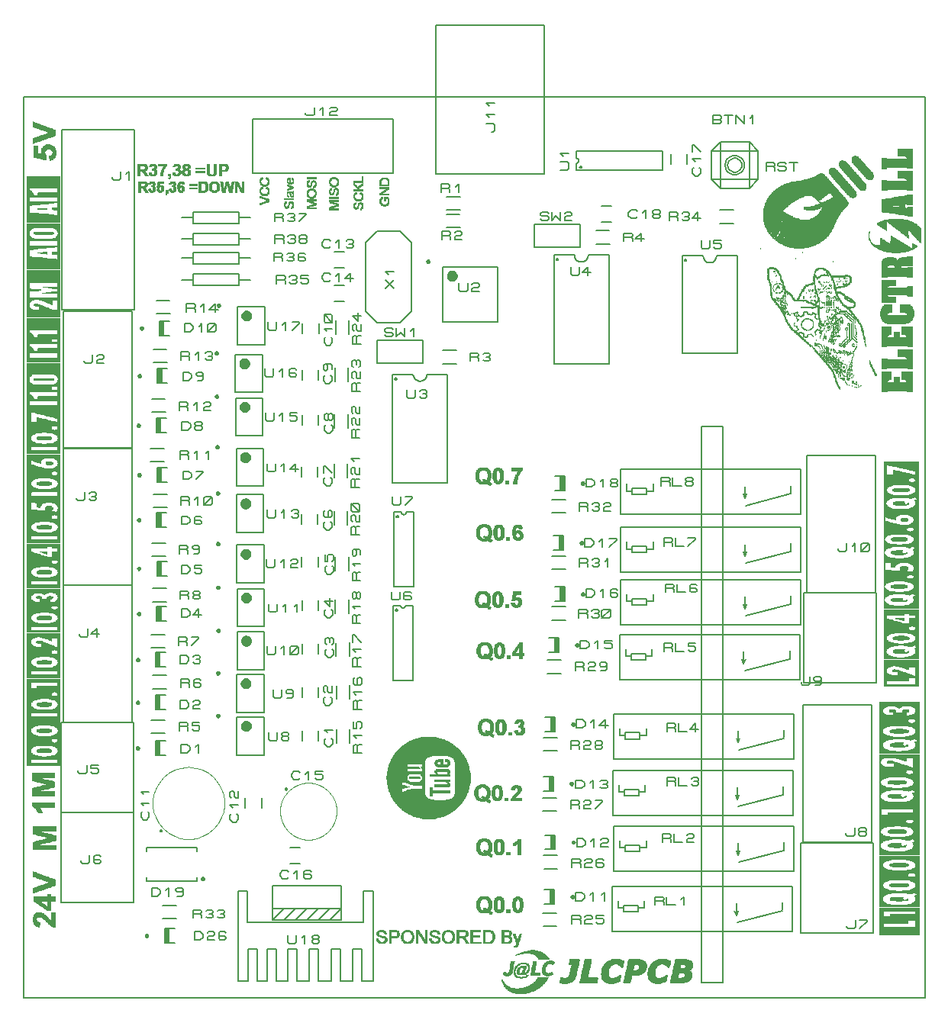
<source format=gbr>
G04 PROTEUS RS274X GERBER FILE*
%FSLAX45Y45*%
%MOMM*%
G01*
%ADD43C,0.203200*%
%ADD44C,0.200000*%
%ADD45C,0.600000*%
%ADD46C,0.250000*%
%ADD47C,0.120000*%
%ADD48C,0.063500*%
D43*
X-5000000Y-5000000D02*
X+5000000Y-5000000D01*
X+5000000Y+5000000D01*
X-5000000Y+5000000D01*
X-5000000Y-5000000D01*
X-427000Y+4144780D02*
X+773000Y+4144780D01*
X+773000Y+5794780D01*
X-427000Y+5794780D01*
X-427000Y+4144780D01*
X+194600Y+4609280D02*
X+209840Y+4609280D01*
X+225080Y+4625155D01*
X+225080Y+4688655D01*
X+209840Y+4704530D01*
X+133640Y+4704530D01*
X+164120Y+4768030D02*
X+133640Y+4799780D01*
X+225080Y+4799780D01*
X+164120Y+4895030D02*
X+133640Y+4926780D01*
X+225080Y+4926780D01*
X-898950Y-646980D02*
X-817988Y-646980D01*
X-815906Y-657601D01*
X-810186Y-666167D01*
X-801621Y-671886D01*
X-791000Y-673968D01*
X-764012Y-646980D02*
X-766094Y-657601D01*
X-771814Y-666167D01*
X-780379Y-671886D01*
X-791000Y-673968D01*
X-764012Y-646980D02*
X-683050Y-646980D01*
X-822750Y-1475020D02*
X-759250Y-1475020D01*
X-898950Y-680000D02*
X-898950Y-1442000D01*
X-683050Y-680000D02*
X-683050Y-1442000D01*
X-898950Y-680000D02*
X-898950Y-646980D01*
X-683050Y-646980D02*
X-683050Y-680000D01*
X-759250Y-1475020D02*
X-683050Y-1475020D01*
X-683050Y-1442000D01*
X-898950Y-1442000D02*
X-898950Y-1475020D01*
X-822750Y-1475020D01*
X-853230Y-696256D02*
X-853265Y-695411D01*
X-853552Y-693720D01*
X-854151Y-692029D01*
X-855131Y-690338D01*
X-856631Y-688670D01*
X-858322Y-687450D01*
X-860013Y-686674D01*
X-861704Y-686237D01*
X-863390Y-686096D01*
X-873550Y-696256D02*
X-873515Y-695411D01*
X-873228Y-693720D01*
X-872629Y-692029D01*
X-871649Y-690338D01*
X-870149Y-688670D01*
X-868458Y-687450D01*
X-866767Y-686674D01*
X-865076Y-686237D01*
X-863390Y-686096D01*
X-873550Y-696256D02*
X-873515Y-697101D01*
X-873228Y-698792D01*
X-872629Y-700483D01*
X-871649Y-702174D01*
X-870149Y-703842D01*
X-868458Y-705062D01*
X-866767Y-705838D01*
X-865076Y-706275D01*
X-863390Y-706416D01*
X-853230Y-696256D02*
X-853265Y-697101D01*
X-853552Y-698792D01*
X-854151Y-700483D01*
X-855131Y-702174D01*
X-856631Y-703842D01*
X-858322Y-705062D01*
X-860013Y-705838D01*
X-861704Y-706275D01*
X-863390Y-706416D01*
X-921360Y-494280D02*
X-921360Y-570480D01*
X-905485Y-585720D01*
X-841985Y-585720D01*
X-826110Y-570480D01*
X-826110Y-494280D01*
X-699110Y-509520D02*
X-714985Y-494280D01*
X-762610Y-494280D01*
X-778485Y-509520D01*
X-778485Y-570480D01*
X-762610Y-585720D01*
X-714985Y-585720D01*
X-699110Y-570480D01*
X-699110Y-555240D01*
X-714985Y-540000D01*
X-778485Y-540000D01*
X-888950Y+389020D02*
X-807988Y+389020D01*
X-805906Y+378399D01*
X-800186Y+369833D01*
X-791621Y+364114D01*
X-781000Y+362032D01*
X-754012Y+389020D02*
X-756094Y+378399D01*
X-761814Y+369833D01*
X-770379Y+364114D01*
X-781000Y+362032D01*
X-754012Y+389020D02*
X-673050Y+389020D01*
X-812750Y-439020D02*
X-749250Y-439020D01*
X-888950Y+356000D02*
X-888950Y-406000D01*
X-673050Y+356000D02*
X-673050Y-406000D01*
X-888950Y+356000D02*
X-888950Y+389020D01*
X-673050Y+389020D02*
X-673050Y+356000D01*
X-749250Y-439020D02*
X-673050Y-439020D01*
X-673050Y-406000D01*
X-888950Y-406000D02*
X-888950Y-439020D01*
X-812750Y-439020D01*
X-843230Y+339744D02*
X-843265Y+340589D01*
X-843552Y+342280D01*
X-844151Y+343971D01*
X-845131Y+345662D01*
X-846631Y+347330D01*
X-848322Y+348550D01*
X-850013Y+349326D01*
X-851704Y+349763D01*
X-853390Y+349904D01*
X-863550Y+339744D02*
X-863515Y+340589D01*
X-863228Y+342280D01*
X-862629Y+343971D01*
X-861649Y+345662D01*
X-860149Y+347330D01*
X-858458Y+348550D01*
X-856767Y+349326D01*
X-855076Y+349763D01*
X-853390Y+349904D01*
X-863550Y+339744D02*
X-863515Y+338899D01*
X-863228Y+337208D01*
X-862629Y+335517D01*
X-861649Y+333826D01*
X-860149Y+332158D01*
X-858458Y+330938D01*
X-856767Y+330162D01*
X-855076Y+329725D01*
X-853390Y+329584D01*
X-843230Y+339744D02*
X-843265Y+338899D01*
X-843552Y+337208D01*
X-844151Y+335517D01*
X-845131Y+333826D01*
X-846631Y+332158D01*
X-848322Y+330938D01*
X-850013Y+330162D01*
X-851704Y+329725D01*
X-853390Y+329584D01*
X-911360Y+561720D02*
X-911360Y+485520D01*
X-895485Y+470280D01*
X-831985Y+470280D01*
X-816110Y+485520D01*
X-816110Y+561720D01*
X-768485Y+561720D02*
X-689110Y+561720D01*
X-689110Y+546480D01*
X-768485Y+470280D01*
D44*
X-348000Y+2502000D02*
X+262000Y+2502000D01*
X+262000Y+3112000D01*
X-348000Y+3112000D01*
X-348000Y+2502000D01*
D45*
X-218000Y+3012000D02*
X-218103Y+3014489D01*
X-218945Y+3019469D01*
X-220705Y+3024449D01*
X-223582Y+3029429D01*
X-227983Y+3034345D01*
X-232963Y+3037959D01*
X-237943Y+3040264D01*
X-242923Y+3041567D01*
X-247903Y+3042000D01*
X-248000Y+3042000D01*
X-278000Y+3012000D02*
X-277897Y+3014489D01*
X-277055Y+3019469D01*
X-275295Y+3024449D01*
X-272418Y+3029429D01*
X-268017Y+3034345D01*
X-263037Y+3037959D01*
X-258057Y+3040264D01*
X-253077Y+3041567D01*
X-248097Y+3042000D01*
X-248000Y+3042000D01*
X-278000Y+3012000D02*
X-277897Y+3009511D01*
X-277055Y+3004531D01*
X-275295Y+2999551D01*
X-272418Y+2994571D01*
X-268017Y+2989655D01*
X-263037Y+2986041D01*
X-258057Y+2983736D01*
X-253077Y+2982433D01*
X-248097Y+2982000D01*
X-248000Y+2982000D01*
X-218000Y+3012000D02*
X-218103Y+3009511D01*
X-218945Y+3004531D01*
X-220705Y+2999551D01*
X-223582Y+2994571D01*
X-227983Y+2989655D01*
X-232963Y+2986041D01*
X-237943Y+2983736D01*
X-242923Y+2982433D01*
X-247903Y+2982000D01*
X-248000Y+2982000D01*
D46*
X-500500Y+3172000D02*
X-500543Y+3173039D01*
X-500895Y+3175118D01*
X-501632Y+3177197D01*
X-502836Y+3179276D01*
X-504677Y+3181326D01*
X-506756Y+3182829D01*
X-508835Y+3183786D01*
X-510914Y+3184325D01*
X-512993Y+3184500D01*
X-513000Y+3184500D01*
X-525500Y+3172000D02*
X-525457Y+3173039D01*
X-525105Y+3175118D01*
X-524368Y+3177197D01*
X-523164Y+3179276D01*
X-521323Y+3181326D01*
X-519244Y+3182829D01*
X-517165Y+3183786D01*
X-515086Y+3184325D01*
X-513007Y+3184500D01*
X-513000Y+3184500D01*
X-525500Y+3172000D02*
X-525457Y+3170961D01*
X-525105Y+3168882D01*
X-524368Y+3166803D01*
X-523164Y+3164724D01*
X-521323Y+3162674D01*
X-519244Y+3161171D01*
X-517165Y+3160214D01*
X-515086Y+3159675D01*
X-513007Y+3159500D01*
X-513000Y+3159500D01*
X-500500Y+3172000D02*
X-500543Y+3170961D01*
X-500895Y+3168882D01*
X-501632Y+3166803D01*
X-502836Y+3164724D01*
X-504677Y+3162674D01*
X-506756Y+3161171D01*
X-508835Y+3160214D01*
X-510914Y+3159675D01*
X-512993Y+3159500D01*
X-513000Y+3159500D01*
D43*
X-170000Y+2928920D02*
X-170000Y+2852720D01*
X-154125Y+2837480D01*
X-90625Y+2837480D01*
X-74750Y+2852720D01*
X-74750Y+2928920D01*
X-27125Y+2913680D02*
X-11250Y+2928920D01*
X+36375Y+2928920D01*
X+52250Y+2913680D01*
X+52250Y+2898440D01*
X+36375Y+2883200D01*
X-11250Y+2883200D01*
X-27125Y+2867960D01*
X-27125Y+2837480D01*
X+52250Y+2837480D01*
X-904800Y+1919520D02*
X-676200Y+1919520D01*
X-670321Y+1889531D01*
X-654173Y+1865346D01*
X-629989Y+1849199D01*
X-600000Y+1843320D01*
X-523800Y+1919520D02*
X-529679Y+1889531D01*
X-545827Y+1865346D01*
X-570011Y+1849199D01*
X-600000Y+1843320D01*
X-523800Y+1919520D02*
X-295200Y+1919520D01*
X-828600Y+710480D02*
X-371400Y+710480D01*
X-904800Y+1886500D02*
X-904800Y+743500D01*
X-295200Y+1886500D02*
X-295200Y+743500D01*
X-904800Y+1886500D02*
X-904800Y+1919520D01*
X-295200Y+1919520D02*
X-295200Y+1886500D01*
X-371400Y+710480D02*
X-295200Y+710480D01*
X-295200Y+743500D01*
X-904800Y+743500D02*
X-904800Y+710480D01*
X-828600Y+710480D01*
X-859080Y+1870244D02*
X-859115Y+1871089D01*
X-859402Y+1872780D01*
X-860001Y+1874471D01*
X-860981Y+1876162D01*
X-862481Y+1877830D01*
X-864172Y+1879050D01*
X-865863Y+1879826D01*
X-867554Y+1880263D01*
X-869240Y+1880404D01*
X-879400Y+1870244D02*
X-879365Y+1871089D01*
X-879078Y+1872780D01*
X-878479Y+1874471D01*
X-877499Y+1876162D01*
X-875999Y+1877830D01*
X-874308Y+1879050D01*
X-872617Y+1879826D01*
X-870926Y+1880263D01*
X-869240Y+1880404D01*
X-879400Y+1870244D02*
X-879365Y+1869399D01*
X-879078Y+1867708D01*
X-878479Y+1866017D01*
X-877499Y+1864326D01*
X-875999Y+1862658D01*
X-874308Y+1861438D01*
X-872617Y+1860662D01*
X-870926Y+1860225D01*
X-869240Y+1860084D01*
X-859080Y+1870244D02*
X-859115Y+1869399D01*
X-859402Y+1867708D01*
X-860001Y+1866017D01*
X-860981Y+1864326D01*
X-862481Y+1862658D01*
X-864172Y+1861438D01*
X-865863Y+1860662D01*
X-867554Y+1860225D01*
X-869240Y+1860084D01*
X-747000Y+1747020D02*
X-747000Y+1670820D01*
X-731125Y+1655580D01*
X-667625Y+1655580D01*
X-651750Y+1670820D01*
X-651750Y+1747020D01*
X-604125Y+1731780D02*
X-588250Y+1747020D01*
X-540625Y+1747020D01*
X-524750Y+1731780D01*
X-524750Y+1716540D01*
X-540625Y+1701300D01*
X-524750Y+1686060D01*
X-524750Y+1670820D01*
X-540625Y+1655580D01*
X-588250Y+1655580D01*
X-604125Y+1670820D01*
X-572375Y+1701300D02*
X-540625Y+1701300D01*
X+884200Y+3243520D02*
X+1112800Y+3243520D01*
X+1118679Y+3213531D01*
X+1134827Y+3189346D01*
X+1159011Y+3173199D01*
X+1189000Y+3167320D01*
X+1265200Y+3243520D02*
X+1259321Y+3213531D01*
X+1243173Y+3189346D01*
X+1218989Y+3173199D01*
X+1189000Y+3167320D01*
X+1265200Y+3243520D02*
X+1493800Y+3243520D01*
X+960400Y+2034480D02*
X+1417600Y+2034480D01*
X+884200Y+3210500D02*
X+884200Y+2067500D01*
X+1493800Y+3210500D02*
X+1493800Y+2067500D01*
X+884200Y+3210500D02*
X+884200Y+3243520D01*
X+1493800Y+3243520D02*
X+1493800Y+3210500D01*
X+1417600Y+2034480D02*
X+1493800Y+2034480D01*
X+1493800Y+2067500D01*
X+884200Y+2067500D02*
X+884200Y+2034480D01*
X+960400Y+2034480D01*
X+929920Y+3194244D02*
X+929885Y+3195089D01*
X+929598Y+3196780D01*
X+928999Y+3198471D01*
X+928019Y+3200162D01*
X+926519Y+3201830D01*
X+924828Y+3203050D01*
X+923137Y+3203826D01*
X+921446Y+3204263D01*
X+919760Y+3204404D01*
X+909600Y+3194244D02*
X+909635Y+3195089D01*
X+909922Y+3196780D01*
X+910521Y+3198471D01*
X+911501Y+3200162D01*
X+913001Y+3201830D01*
X+914692Y+3203050D01*
X+916383Y+3203826D01*
X+918074Y+3204263D01*
X+919760Y+3204404D01*
X+909600Y+3194244D02*
X+909635Y+3193399D01*
X+909922Y+3191708D01*
X+910521Y+3190017D01*
X+911501Y+3188326D01*
X+913001Y+3186658D01*
X+914692Y+3185438D01*
X+916383Y+3184662D01*
X+918074Y+3184225D01*
X+919760Y+3184084D01*
X+929920Y+3194244D02*
X+929885Y+3193399D01*
X+929598Y+3191708D01*
X+928999Y+3190017D01*
X+928019Y+3188326D01*
X+926519Y+3186658D01*
X+924828Y+3185438D01*
X+923137Y+3184662D01*
X+921446Y+3184225D01*
X+919760Y+3184084D01*
X+1072000Y+3111020D02*
X+1072000Y+3034820D01*
X+1087875Y+3019580D01*
X+1151375Y+3019580D01*
X+1167250Y+3034820D01*
X+1167250Y+3111020D01*
X+1294250Y+3050060D02*
X+1199000Y+3050060D01*
X+1262500Y+3111020D01*
X+1262500Y+3019580D01*
X+2308200Y+3235020D02*
X+2536800Y+3235020D01*
X+2542679Y+3205031D01*
X+2558827Y+3180846D01*
X+2583011Y+3164699D01*
X+2613000Y+3158820D01*
X+2689200Y+3235020D02*
X+2683321Y+3205031D01*
X+2667173Y+3180846D01*
X+2642989Y+3164699D01*
X+2613000Y+3158820D01*
X+2689200Y+3235020D02*
X+2917800Y+3235020D01*
X+2384400Y+2152980D02*
X+2841600Y+2152980D01*
X+2308200Y+3202000D02*
X+2308200Y+2186000D01*
X+2917800Y+3202000D02*
X+2917800Y+2186000D01*
X+2308200Y+3202000D02*
X+2308200Y+3235020D01*
X+2917800Y+3235020D02*
X+2917800Y+3202000D01*
X+2841600Y+2152980D02*
X+2917800Y+2152980D01*
X+2917800Y+2186000D01*
X+2308200Y+2186000D02*
X+2308200Y+2152980D01*
X+2384400Y+2152980D01*
X+2353920Y+3185744D02*
X+2353885Y+3186589D01*
X+2353598Y+3188280D01*
X+2352999Y+3189971D01*
X+2352019Y+3191662D01*
X+2350519Y+3193330D01*
X+2348828Y+3194550D01*
X+2347137Y+3195326D01*
X+2345446Y+3195763D01*
X+2343760Y+3195904D01*
X+2333600Y+3185744D02*
X+2333635Y+3186589D01*
X+2333922Y+3188280D01*
X+2334521Y+3189971D01*
X+2335501Y+3191662D01*
X+2337001Y+3193330D01*
X+2338692Y+3194550D01*
X+2340383Y+3195326D01*
X+2342074Y+3195763D01*
X+2343760Y+3195904D01*
X+2333600Y+3185744D02*
X+2333635Y+3184899D01*
X+2333922Y+3183208D01*
X+2334521Y+3181517D01*
X+2335501Y+3179826D01*
X+2337001Y+3178158D01*
X+2338692Y+3176938D01*
X+2340383Y+3176162D01*
X+2342074Y+3175725D01*
X+2343760Y+3175584D01*
X+2353920Y+3185744D02*
X+2353885Y+3184899D01*
X+2353598Y+3183208D01*
X+2352999Y+3181517D01*
X+2352019Y+3179826D01*
X+2350519Y+3178158D01*
X+2348828Y+3176938D01*
X+2347137Y+3176162D01*
X+2345446Y+3175725D01*
X+2343760Y+3175584D01*
X+2516000Y+3402520D02*
X+2516000Y+3326320D01*
X+2531875Y+3311080D01*
X+2595375Y+3311080D01*
X+2611250Y+3326320D01*
X+2611250Y+3402520D01*
X+2738250Y+3402520D02*
X+2658875Y+3402520D01*
X+2658875Y+3372040D01*
X+2722375Y+3372040D01*
X+2738250Y+3356800D01*
X+2738250Y+3326320D01*
X+2722375Y+3311080D01*
X+2674750Y+3311080D01*
X+2658875Y+3326320D01*
X-4560620Y+2623000D02*
X-3798620Y+2623000D01*
X-3798620Y+1099000D02*
X-4560620Y+1099000D01*
X-3798620Y+2623000D02*
X-3798620Y+1099000D01*
X-4560620Y+2623000D02*
X-4560620Y+1099000D01*
X-4328620Y+2071120D02*
X-4328620Y+2055880D01*
X-4312745Y+2040640D01*
X-4249245Y+2040640D01*
X-4233370Y+2055880D01*
X-4233370Y+2132080D01*
X-4185745Y+2116840D02*
X-4169870Y+2132080D01*
X-4122245Y+2132080D01*
X-4106370Y+2116840D01*
X-4106370Y+2101600D01*
X-4122245Y+2086360D01*
X-4169870Y+2086360D01*
X-4185745Y+2071120D01*
X-4185745Y+2040640D01*
X-4106370Y+2040640D01*
X-4557620Y+1100000D02*
X-3795620Y+1100000D01*
X-3795620Y-424000D02*
X-4557620Y-424000D01*
X-3795620Y+1100000D02*
X-3795620Y-424000D01*
X-4557620Y+1100000D02*
X-4557620Y-424000D01*
X-4415620Y+548120D02*
X-4415620Y+532880D01*
X-4399745Y+517640D01*
X-4336245Y+517640D01*
X-4320370Y+532880D01*
X-4320370Y+609080D01*
X-4272745Y+593840D02*
X-4256870Y+609080D01*
X-4209245Y+609080D01*
X-4193370Y+593840D01*
X-4193370Y+578600D01*
X-4209245Y+563360D01*
X-4193370Y+548120D01*
X-4193370Y+532880D01*
X-4209245Y+517640D01*
X-4256870Y+517640D01*
X-4272745Y+532880D01*
X-4240995Y+563360D02*
X-4209245Y+563360D01*
X-4560620Y-423000D02*
X-3798620Y-423000D01*
X-3798620Y-1947000D02*
X-4560620Y-1947000D01*
X-3798620Y-423000D02*
X-3798620Y-1947000D01*
X-4560620Y-423000D02*
X-4560620Y-1947000D01*
X-4378620Y-964880D02*
X-4378620Y-980120D01*
X-4362745Y-995360D01*
X-4299245Y-995360D01*
X-4283370Y-980120D01*
X-4283370Y-903920D01*
X-4156370Y-964880D02*
X-4251620Y-964880D01*
X-4188120Y-903920D01*
X-4188120Y-995360D01*
X+4410000Y-3276000D02*
X+3648000Y-3276000D01*
X+3648000Y-1752000D02*
X+4410000Y-1752000D01*
X+3648000Y-3276000D02*
X+3648000Y-1752000D01*
X+4410000Y-3276000D02*
X+4410000Y-1752000D01*
X+4124000Y-3174600D02*
X+4124000Y-3189840D01*
X+4139875Y-3205080D01*
X+4203375Y-3205080D01*
X+4219250Y-3189840D01*
X+4219250Y-3113640D01*
X+4282750Y-3159360D02*
X+4266875Y-3144120D01*
X+4266875Y-3128880D01*
X+4282750Y-3113640D01*
X+4330375Y-3113640D01*
X+4346250Y-3128880D01*
X+4346250Y-3144120D01*
X+4330375Y-3159360D01*
X+4282750Y-3159360D01*
X+4266875Y-3174600D01*
X+4266875Y-3189840D01*
X+4282750Y-3205080D01*
X+4330375Y-3205080D01*
X+4346250Y-3189840D01*
X+4346250Y-3174600D01*
X+4330375Y-3159360D01*
X+4447000Y-509000D02*
X+3685000Y-509000D01*
X+3685000Y+1015000D02*
X+4447000Y+1015000D01*
X+3685000Y-509000D02*
X+3685000Y+1015000D01*
X+4447000Y-509000D02*
X+4447000Y+1015000D01*
X+4034500Y-17600D02*
X+4034500Y-32840D01*
X+4050375Y-48080D01*
X+4113875Y-48080D01*
X+4129750Y-32840D01*
X+4129750Y+43360D01*
X+4193250Y+12880D02*
X+4225000Y+43360D01*
X+4225000Y-48080D01*
X+4288500Y-32840D02*
X+4288500Y+28120D01*
X+4304375Y+43360D01*
X+4367875Y+43360D01*
X+4383750Y+28120D01*
X+4383750Y-32840D01*
X+4367875Y-48080D01*
X+4304375Y-48080D01*
X+4288500Y-32840D01*
X+4288500Y-48080D02*
X+4383750Y+43360D01*
X+1527000Y-4263000D02*
X+3527000Y-4263000D01*
X+3527000Y-3763000D01*
X+1527000Y-3763000D01*
X+1527000Y-4263000D01*
X+1657000Y-4043000D02*
X+1817000Y-4043000D01*
X+1817000Y-3973000D01*
X+1657000Y-3973000D01*
X+1657000Y-4043000D01*
X+1657000Y-4003000D02*
X+1597000Y-4003000D01*
X+1597000Y-3923000D01*
X+1827000Y-4003000D02*
X+1887000Y-4003000D01*
X+1887000Y-3923000D01*
X+3417000Y-3943000D02*
X+3417000Y-4023000D01*
X+3417000Y-4033000D02*
X+2917000Y-4163000D01*
X+2907000Y-3953000D02*
X+2907000Y-4073000D01*
X+2907000Y-4083000D02*
X+2887000Y-4033000D01*
X+2907000Y-4083000D02*
X+2927000Y-4033000D01*
X+2006500Y-3972360D02*
X+2006500Y-3880920D01*
X+2085875Y-3880920D01*
X+2101750Y-3896160D01*
X+2101750Y-3911400D01*
X+2085875Y-3926640D01*
X+2006500Y-3926640D01*
X+2085875Y-3926640D02*
X+2101750Y-3941880D01*
X+2101750Y-3972360D01*
X+2133500Y-3880920D02*
X+2133500Y-3972360D01*
X+2228750Y-3972360D01*
X+2292250Y-3911400D02*
X+2324000Y-3880920D01*
X+2324000Y-3972360D01*
X+1547000Y-3595000D02*
X+3547000Y-3595000D01*
X+3547000Y-3095000D01*
X+1547000Y-3095000D01*
X+1547000Y-3595000D01*
X+1677000Y-3375000D02*
X+1837000Y-3375000D01*
X+1837000Y-3305000D01*
X+1677000Y-3305000D01*
X+1677000Y-3375000D01*
X+1677000Y-3335000D02*
X+1617000Y-3335000D01*
X+1617000Y-3255000D01*
X+1847000Y-3335000D02*
X+1907000Y-3335000D01*
X+1907000Y-3255000D01*
X+3437000Y-3275000D02*
X+3437000Y-3355000D01*
X+3437000Y-3365000D02*
X+2937000Y-3495000D01*
X+2927000Y-3285000D02*
X+2927000Y-3405000D01*
X+2927000Y-3415000D02*
X+2907000Y-3365000D01*
X+2927000Y-3415000D02*
X+2947000Y-3365000D01*
X+2086500Y-3274360D02*
X+2086500Y-3182920D01*
X+2165875Y-3182920D01*
X+2181750Y-3198160D01*
X+2181750Y-3213400D01*
X+2165875Y-3228640D01*
X+2086500Y-3228640D01*
X+2165875Y-3228640D02*
X+2181750Y-3243880D01*
X+2181750Y-3274360D01*
X+2213500Y-3182920D02*
X+2213500Y-3274360D01*
X+2308750Y-3274360D01*
X+2356375Y-3198160D02*
X+2372250Y-3182920D01*
X+2419875Y-3182920D01*
X+2435750Y-3198160D01*
X+2435750Y-3213400D01*
X+2419875Y-3228640D01*
X+2372250Y-3228640D01*
X+2356375Y-3243880D01*
X+2356375Y-3274360D01*
X+2435750Y-3274360D01*
X+1537000Y-2977000D02*
X+3537000Y-2977000D01*
X+3537000Y-2477000D01*
X+1537000Y-2477000D01*
X+1537000Y-2977000D01*
X+1667000Y-2757000D02*
X+1827000Y-2757000D01*
X+1827000Y-2687000D01*
X+1667000Y-2687000D01*
X+1667000Y-2757000D01*
X+1667000Y-2717000D02*
X+1607000Y-2717000D01*
X+1607000Y-2637000D01*
X+1837000Y-2717000D02*
X+1897000Y-2717000D01*
X+1897000Y-2637000D01*
X+3427000Y-2657000D02*
X+3427000Y-2737000D01*
X+3427000Y-2747000D02*
X+2927000Y-2877000D01*
X+2917000Y-2667000D02*
X+2917000Y-2787000D01*
X+2917000Y-2797000D02*
X+2897000Y-2747000D01*
X+2917000Y-2797000D02*
X+2937000Y-2747000D01*
X+2138001Y-2646360D02*
X+2138001Y-2554920D01*
X+2217376Y-2554920D01*
X+2233251Y-2570160D01*
X+2233251Y-2585400D01*
X+2217376Y-2600640D01*
X+2138001Y-2600640D01*
X+2217376Y-2600640D02*
X+2233251Y-2615880D01*
X+2233251Y-2646360D01*
X+2265001Y-2554920D02*
X+2265001Y-2646360D01*
X+2360251Y-2646360D01*
X+2407876Y-2570160D02*
X+2423751Y-2554920D01*
X+2471376Y-2554920D01*
X+2487251Y-2570160D01*
X+2487251Y-2585400D01*
X+2471376Y-2600640D01*
X+2487251Y-2615880D01*
X+2487251Y-2631120D01*
X+2471376Y-2646360D01*
X+2423751Y-2646360D01*
X+2407876Y-2631120D01*
X+2439626Y-2600640D02*
X+2471376Y-2600640D01*
X+1547000Y-2349000D02*
X+3547000Y-2349000D01*
X+3547000Y-1849000D01*
X+1547000Y-1849000D01*
X+1547000Y-2349000D01*
X+1677000Y-2129000D02*
X+1837000Y-2129000D01*
X+1837000Y-2059000D01*
X+1677000Y-2059000D01*
X+1677000Y-2129000D01*
X+1677000Y-2089000D02*
X+1617000Y-2089000D01*
X+1617000Y-2009000D01*
X+1847000Y-2089000D02*
X+1907000Y-2089000D01*
X+1907000Y-2009000D01*
X+3437000Y-2029000D02*
X+3437000Y-2109000D01*
X+3437000Y-2119000D02*
X+2937000Y-2249000D01*
X+2927000Y-2039000D02*
X+2927000Y-2159000D01*
X+2927000Y-2169000D02*
X+2907000Y-2119000D01*
X+2927000Y-2169000D02*
X+2947000Y-2119000D01*
X+2135154Y-2048360D02*
X+2135154Y-1956920D01*
X+2214529Y-1956920D01*
X+2230404Y-1972160D01*
X+2230404Y-1987400D01*
X+2214529Y-2002640D01*
X+2135154Y-2002640D01*
X+2214529Y-2002640D02*
X+2230404Y-2017880D01*
X+2230404Y-2048360D01*
X+2262154Y-1956920D02*
X+2262154Y-2048360D01*
X+2357404Y-2048360D01*
X+2484404Y-2017880D02*
X+2389154Y-2017880D01*
X+2452654Y-1956920D01*
X+2452654Y-2048360D01*
X+1610000Y-1470000D02*
X+3610000Y-1470000D01*
X+3610000Y-970000D01*
X+1610000Y-970000D01*
X+1610000Y-1470000D01*
X+1740000Y-1250000D02*
X+1900000Y-1250000D01*
X+1900000Y-1180000D01*
X+1740000Y-1180000D01*
X+1740000Y-1250000D01*
X+1740000Y-1210000D02*
X+1680000Y-1210000D01*
X+1680000Y-1130000D01*
X+1910000Y-1210000D02*
X+1970000Y-1210000D01*
X+1970000Y-1130000D01*
X+3500000Y-1150000D02*
X+3500000Y-1230000D01*
X+3500000Y-1240000D02*
X+3000000Y-1370000D01*
X+2990000Y-1160000D02*
X+2990000Y-1280000D01*
X+2990000Y-1290000D02*
X+2970000Y-1240000D01*
X+2990000Y-1290000D02*
X+3010000Y-1240000D01*
X+2103250Y-1159360D02*
X+2103250Y-1067920D01*
X+2182625Y-1067920D01*
X+2198500Y-1083160D01*
X+2198500Y-1098400D01*
X+2182625Y-1113640D01*
X+2103250Y-1113640D01*
X+2182625Y-1113640D02*
X+2198500Y-1128880D01*
X+2198500Y-1159360D01*
X+2230250Y-1067920D02*
X+2230250Y-1159360D01*
X+2325500Y-1159360D01*
X+2452500Y-1067920D02*
X+2373125Y-1067920D01*
X+2373125Y-1098400D01*
X+2436625Y-1098400D01*
X+2452500Y-1113640D01*
X+2452500Y-1144120D01*
X+2436625Y-1159360D01*
X+2389000Y-1159360D01*
X+2373125Y-1144120D01*
X+1623000Y-861000D02*
X+3623000Y-861000D01*
X+3623000Y-361000D01*
X+1623000Y-361000D01*
X+1623000Y-861000D01*
X+1753000Y-641000D02*
X+1913000Y-641000D01*
X+1913000Y-571000D01*
X+1753000Y-571000D01*
X+1753000Y-641000D01*
X+1753000Y-601000D02*
X+1693000Y-601000D01*
X+1693000Y-521000D01*
X+1923000Y-601000D02*
X+1983000Y-601000D01*
X+1983000Y-521000D01*
X+3513000Y-541000D02*
X+3513000Y-621000D01*
X+3513000Y-631000D02*
X+3013000Y-761000D01*
X+3003000Y-551000D02*
X+3003000Y-671000D01*
X+3003000Y-681000D02*
X+2983000Y-631000D01*
X+3003000Y-681000D02*
X+3023000Y-631000D01*
X+2122500Y-500360D02*
X+2122500Y-408920D01*
X+2201875Y-408920D01*
X+2217750Y-424160D01*
X+2217750Y-439400D01*
X+2201875Y-454640D01*
X+2122500Y-454640D01*
X+2201875Y-454640D02*
X+2217750Y-469880D01*
X+2217750Y-500360D01*
X+2249500Y-408920D02*
X+2249500Y-500360D01*
X+2344750Y-500360D01*
X+2471750Y-424160D02*
X+2455875Y-408920D01*
X+2408250Y-408920D01*
X+2392375Y-424160D01*
X+2392375Y-485120D01*
X+2408250Y-500360D01*
X+2455875Y-500360D01*
X+2471750Y-485120D01*
X+2471750Y-469880D01*
X+2455875Y-454640D01*
X+2392375Y-454640D01*
X+1623000Y-279000D02*
X+3623000Y-279000D01*
X+3623000Y+221000D01*
X+1623000Y+221000D01*
X+1623000Y-279000D01*
X+1753000Y-59000D02*
X+1913000Y-59000D01*
X+1913000Y+11000D01*
X+1753000Y+11000D01*
X+1753000Y-59000D01*
X+1753000Y-19000D02*
X+1693000Y-19000D01*
X+1693000Y+61000D01*
X+1923000Y-19000D02*
X+1983000Y-19000D01*
X+1983000Y+61000D01*
X+3513000Y+41000D02*
X+3513000Y-39000D01*
X+3513000Y-49000D02*
X+3013000Y-179000D01*
X+3003000Y+31000D02*
X+3003000Y-89000D01*
X+3003000Y-99000D02*
X+2983000Y-49000D01*
X+3003000Y-99000D02*
X+3023000Y-49000D01*
X+2101154Y+11640D02*
X+2101154Y+103080D01*
X+2180529Y+103080D01*
X+2196404Y+87840D01*
X+2196404Y+72600D01*
X+2180529Y+57360D01*
X+2101154Y+57360D01*
X+2180529Y+57360D02*
X+2196404Y+42120D01*
X+2196404Y+11640D01*
X+2228154Y+103080D02*
X+2228154Y+11640D01*
X+2323404Y+11640D01*
X+2371029Y+103080D02*
X+2450404Y+103080D01*
X+2450404Y+87840D01*
X+2371029Y+11640D01*
X+1623000Y+363000D02*
X+3623000Y+363000D01*
X+3623000Y+863000D01*
X+1623000Y+863000D01*
X+1623000Y+363000D01*
X+1753000Y+583000D02*
X+1913000Y+583000D01*
X+1913000Y+653000D01*
X+1753000Y+653000D01*
X+1753000Y+583000D01*
X+1753000Y+623000D02*
X+1693000Y+623000D01*
X+1693000Y+703000D01*
X+1923000Y+623000D02*
X+1983000Y+623000D01*
X+1983000Y+703000D01*
X+3513000Y+683000D02*
X+3513000Y+603000D01*
X+3513000Y+593000D02*
X+3013000Y+463000D01*
X+3003000Y+673000D02*
X+3003000Y+553000D01*
X+3003000Y+543000D02*
X+2983000Y+593000D01*
X+3003000Y+543000D02*
X+3023000Y+593000D01*
X+2074001Y+683640D02*
X+2074001Y+775080D01*
X+2153376Y+775080D01*
X+2169251Y+759840D01*
X+2169251Y+744600D01*
X+2153376Y+729360D01*
X+2074001Y+729360D01*
X+2153376Y+729360D02*
X+2169251Y+714120D01*
X+2169251Y+683640D01*
X+2201001Y+775080D02*
X+2201001Y+683640D01*
X+2296251Y+683640D01*
X+2359751Y+729360D02*
X+2343876Y+744600D01*
X+2343876Y+759840D01*
X+2359751Y+775080D01*
X+2407376Y+775080D01*
X+2423251Y+759840D01*
X+2423251Y+744600D01*
X+2407376Y+729360D01*
X+2359751Y+729360D01*
X+2343876Y+714120D01*
X+2343876Y+698880D01*
X+2359751Y+683640D01*
X+2407376Y+683640D01*
X+2423251Y+698880D01*
X+2423251Y+714120D01*
X+2407376Y+729360D01*
X+3624000Y-4279000D02*
X+4424000Y-4279000D01*
X+4424000Y-3279000D01*
X+3624000Y-3279000D01*
X+3624000Y-4279000D01*
X+4133000Y-4201600D02*
X+4133000Y-4216840D01*
X+4148875Y-4232080D01*
X+4212375Y-4232080D01*
X+4228250Y-4216840D01*
X+4228250Y-4140640D01*
X+4275875Y-4140640D02*
X+4355250Y-4140640D01*
X+4355250Y-4155880D01*
X+4275875Y-4232080D01*
X+3657000Y-1507000D02*
X+4457000Y-1507000D01*
X+4457000Y-507000D01*
X+3657000Y-507000D01*
X+3657000Y-1507000D01*
X+3626000Y-1499600D02*
X+3626000Y-1514840D01*
X+3641875Y-1530080D01*
X+3705375Y-1530080D01*
X+3721250Y-1514840D01*
X+3721250Y-1438640D01*
X+3848250Y-1469120D02*
X+3832375Y-1484360D01*
X+3784750Y-1484360D01*
X+3768875Y-1469120D01*
X+3768875Y-1453880D01*
X+3784750Y-1438640D01*
X+3832375Y-1438640D01*
X+3848250Y-1453880D01*
X+3848250Y-1514840D01*
X+3832375Y-1530080D01*
X+3784750Y-1530080D01*
X-4581620Y-2944000D02*
X-3781620Y-2944000D01*
X-3781620Y-1944000D01*
X-4581620Y-1944000D01*
X-4581620Y-2944000D01*
X-4394620Y-2481880D02*
X-4394620Y-2497120D01*
X-4378745Y-2512360D01*
X-4315245Y-2512360D01*
X-4299370Y-2497120D01*
X-4299370Y-2420920D01*
X-4172370Y-2420920D02*
X-4251745Y-2420920D01*
X-4251745Y-2451400D01*
X-4188245Y-2451400D01*
X-4172370Y-2466640D01*
X-4172370Y-2497120D01*
X-4188245Y-2512360D01*
X-4235870Y-2512360D01*
X-4251745Y-2497120D01*
X-4580620Y-3942000D02*
X-3780620Y-3942000D01*
X-3780620Y-2942000D01*
X-4580620Y-2942000D01*
X-4580620Y-3942000D01*
X-4363620Y-3479880D02*
X-4363620Y-3495120D01*
X-4347745Y-3510360D01*
X-4284245Y-3510360D01*
X-4268370Y-3495120D01*
X-4268370Y-3418920D01*
X-4141370Y-3434160D02*
X-4157245Y-3418920D01*
X-4204870Y-3418920D01*
X-4220745Y-3434160D01*
X-4220745Y-3495120D01*
X-4204870Y-3510360D01*
X-4157245Y-3510360D01*
X-4141370Y-3495120D01*
X-4141370Y-3479880D01*
X-4157245Y-3464640D01*
X-4220745Y-3464640D01*
X+1130480Y+4182050D02*
X+1130480Y+4263012D01*
X+1141101Y+4265094D01*
X+1149667Y+4270814D01*
X+1155386Y+4279379D01*
X+1157468Y+4290000D01*
X+1130480Y+4316988D02*
X+1141101Y+4314906D01*
X+1149667Y+4309186D01*
X+1155386Y+4300621D01*
X+1157468Y+4290000D01*
X+1130480Y+4316988D02*
X+1130480Y+4397950D01*
X+2085520Y+4258250D02*
X+2085520Y+4321750D01*
X+1163500Y+4182050D02*
X+2052500Y+4182050D01*
X+1163500Y+4397950D02*
X+2052500Y+4397950D01*
X+1163500Y+4182050D02*
X+1130480Y+4182050D01*
X+1130480Y+4397950D02*
X+1163500Y+4397950D01*
X+2085520Y+4321750D02*
X+2085520Y+4397950D01*
X+2052500Y+4397950D01*
X+2052500Y+4182050D02*
X+2085520Y+4182050D01*
X+2085520Y+4258250D01*
X+1189916Y+4217610D02*
X+1189881Y+4218455D01*
X+1189594Y+4220146D01*
X+1188995Y+4221837D01*
X+1188015Y+4223528D01*
X+1186515Y+4225196D01*
X+1184824Y+4226416D01*
X+1183133Y+4227192D01*
X+1181442Y+4227629D01*
X+1179756Y+4227770D01*
X+1169596Y+4217610D02*
X+1169631Y+4218455D01*
X+1169918Y+4220146D01*
X+1170517Y+4221837D01*
X+1171497Y+4223528D01*
X+1172997Y+4225196D01*
X+1174688Y+4226416D01*
X+1176379Y+4227192D01*
X+1178070Y+4227629D01*
X+1179756Y+4227770D01*
X+1169596Y+4217610D02*
X+1169631Y+4216765D01*
X+1169918Y+4215074D01*
X+1170517Y+4213383D01*
X+1171497Y+4211692D01*
X+1172997Y+4210024D01*
X+1174688Y+4208804D01*
X+1176379Y+4208028D01*
X+1178070Y+4207591D01*
X+1179756Y+4207450D01*
X+1189916Y+4217610D02*
X+1189881Y+4216765D01*
X+1189594Y+4215074D01*
X+1188995Y+4213383D01*
X+1188015Y+4211692D01*
X+1186515Y+4210024D01*
X+1184824Y+4208804D01*
X+1183133Y+4208028D01*
X+1181442Y+4207591D01*
X+1179756Y+4207450D01*
X+952980Y+4183000D02*
X+1029180Y+4183000D01*
X+1044420Y+4198875D01*
X+1044420Y+4262375D01*
X+1029180Y+4278250D01*
X+952980Y+4278250D01*
X+983460Y+4341750D02*
X+952980Y+4373500D01*
X+1044420Y+4373500D01*
D44*
X-1730000Y-2145000D02*
X-1730000Y-2035000D01*
X-1910000Y-2145000D02*
X-1910000Y-2035000D01*
D43*
X-1585720Y-2121750D02*
X-1570480Y-2137625D01*
X-1570480Y-2185250D01*
X-1600960Y-2217000D01*
X-1631440Y-2217000D01*
X-1661920Y-2185250D01*
X-1661920Y-2137625D01*
X-1646680Y-2121750D01*
X-1631440Y-2058250D02*
X-1661920Y-2026500D01*
X-1570480Y-2026500D01*
D44*
X-1730000Y-1665000D02*
X-1730000Y-1555000D01*
X-1910000Y-1665000D02*
X-1910000Y-1555000D01*
D43*
X-1595720Y-1661750D02*
X-1580480Y-1677625D01*
X-1580480Y-1725250D01*
X-1610960Y-1757000D01*
X-1641440Y-1757000D01*
X-1671920Y-1725250D01*
X-1671920Y-1677625D01*
X-1656680Y-1661750D01*
X-1656680Y-1614125D02*
X-1671920Y-1598250D01*
X-1671920Y-1550625D01*
X-1656680Y-1534750D01*
X-1641440Y-1534750D01*
X-1626200Y-1550625D01*
X-1626200Y-1598250D01*
X-1610960Y-1614125D01*
X-1580480Y-1614125D01*
X-1580480Y-1534750D01*
D44*
X-1730000Y-1185000D02*
X-1730000Y-1075000D01*
X-1910000Y-1185000D02*
X-1910000Y-1075000D01*
D43*
X-1575720Y-1131750D02*
X-1560480Y-1147625D01*
X-1560480Y-1195250D01*
X-1590960Y-1227000D01*
X-1621440Y-1227000D01*
X-1651920Y-1195250D01*
X-1651920Y-1147625D01*
X-1636680Y-1131750D01*
X-1636680Y-1084125D02*
X-1651920Y-1068250D01*
X-1651920Y-1020625D01*
X-1636680Y-1004750D01*
X-1621440Y-1004750D01*
X-1606200Y-1020625D01*
X-1590960Y-1004750D01*
X-1575720Y-1004750D01*
X-1560480Y-1020625D01*
X-1560480Y-1068250D01*
X-1575720Y-1084125D01*
X-1606200Y-1052375D02*
X-1606200Y-1020625D01*
D44*
X-1730000Y-703000D02*
X-1730000Y-593000D01*
X-1910000Y-703000D02*
X-1910000Y-593000D01*
D43*
X-1585720Y-689750D02*
X-1570480Y-705625D01*
X-1570480Y-753250D01*
X-1600960Y-785000D01*
X-1631440Y-785000D01*
X-1661920Y-753250D01*
X-1661920Y-705625D01*
X-1646680Y-689750D01*
X-1600960Y-562750D02*
X-1600960Y-658000D01*
X-1661920Y-594500D01*
X-1570480Y-594500D01*
D44*
X-1734000Y-219000D02*
X-1734000Y-109000D01*
X-1914000Y-219000D02*
X-1914000Y-109000D01*
D43*
X-1579720Y-205750D02*
X-1564480Y-221625D01*
X-1564480Y-269250D01*
X-1594960Y-301000D01*
X-1625440Y-301000D01*
X-1655920Y-269250D01*
X-1655920Y-221625D01*
X-1640680Y-205750D01*
X-1655920Y-78750D02*
X-1655920Y-158125D01*
X-1625440Y-158125D01*
X-1625440Y-94625D01*
X-1610200Y-78750D01*
X-1579720Y-78750D01*
X-1564480Y-94625D01*
X-1564480Y-142250D01*
X-1579720Y-158125D01*
D44*
X-1738000Y+259000D02*
X-1738000Y+369000D01*
X-1918000Y+259000D02*
X-1918000Y+369000D01*
D43*
X-1593720Y+282250D02*
X-1578480Y+266375D01*
X-1578480Y+218750D01*
X-1608960Y+187000D01*
X-1639440Y+187000D01*
X-1669920Y+218750D01*
X-1669920Y+266375D01*
X-1654680Y+282250D01*
X-1654680Y+409250D02*
X-1669920Y+393375D01*
X-1669920Y+345750D01*
X-1654680Y+329875D01*
X-1593720Y+329875D01*
X-1578480Y+345750D01*
X-1578480Y+393375D01*
X-1593720Y+409250D01*
X-1608960Y+409250D01*
X-1624200Y+393375D01*
X-1624200Y+329875D01*
D44*
X-1735000Y+781000D02*
X-1735000Y+891000D01*
X-1915000Y+781000D02*
X-1915000Y+891000D01*
D43*
X-1590720Y+774250D02*
X-1575480Y+758375D01*
X-1575480Y+710750D01*
X-1605960Y+679000D01*
X-1636440Y+679000D01*
X-1666920Y+710750D01*
X-1666920Y+758375D01*
X-1651680Y+774250D01*
X-1666920Y+821875D02*
X-1666920Y+901250D01*
X-1651680Y+901250D01*
X-1575480Y+821875D01*
D44*
X-1731000Y+1357000D02*
X-1731000Y+1467000D01*
X-1911000Y+1357000D02*
X-1911000Y+1467000D01*
D43*
X-1586720Y+1360250D02*
X-1571480Y+1344375D01*
X-1571480Y+1296750D01*
X-1601960Y+1265000D01*
X-1632440Y+1265000D01*
X-1662920Y+1296750D01*
X-1662920Y+1344375D01*
X-1647680Y+1360250D01*
X-1617200Y+1423750D02*
X-1632440Y+1407875D01*
X-1647680Y+1407875D01*
X-1662920Y+1423750D01*
X-1662920Y+1471375D01*
X-1647680Y+1487250D01*
X-1632440Y+1487250D01*
X-1617200Y+1471375D01*
X-1617200Y+1423750D01*
X-1601960Y+1407875D01*
X-1586720Y+1407875D01*
X-1571480Y+1423750D01*
X-1571480Y+1471375D01*
X-1586720Y+1487250D01*
X-1601960Y+1487250D01*
X-1617200Y+1471375D01*
D44*
X-1730000Y+1855000D02*
X-1730000Y+1965000D01*
X-1910000Y+1855000D02*
X-1910000Y+1965000D01*
D43*
X-1595720Y+1908250D02*
X-1580480Y+1892375D01*
X-1580480Y+1844750D01*
X-1610960Y+1813000D01*
X-1641440Y+1813000D01*
X-1671920Y+1844750D01*
X-1671920Y+1892375D01*
X-1656680Y+1908250D01*
X-1641440Y+2035250D02*
X-1626200Y+2019375D01*
X-1626200Y+1971750D01*
X-1641440Y+1955875D01*
X-1656680Y+1955875D01*
X-1671920Y+1971750D01*
X-1671920Y+2019375D01*
X-1656680Y+2035250D01*
X-1595720Y+2035250D01*
X-1580480Y+2019375D01*
X-1580480Y+1971750D01*
D44*
X-1724000Y+2373000D02*
X-1724000Y+2483000D01*
X-1904000Y+2373000D02*
X-1904000Y+2483000D01*
D43*
X-1589720Y+2332750D02*
X-1574480Y+2316875D01*
X-1574480Y+2269250D01*
X-1604960Y+2237500D01*
X-1635440Y+2237500D01*
X-1665920Y+2269250D01*
X-1665920Y+2316875D01*
X-1650680Y+2332750D01*
X-1635440Y+2396250D02*
X-1665920Y+2428000D01*
X-1574480Y+2428000D01*
X-1589720Y+2491500D02*
X-1650680Y+2491500D01*
X-1665920Y+2507375D01*
X-1665920Y+2570875D01*
X-1650680Y+2586750D01*
X-1589720Y+2586750D01*
X-1574480Y+2570875D01*
X-1574480Y+2507375D01*
X-1589720Y+2491500D01*
X-1574480Y+2491500D02*
X-1665920Y+2586750D01*
X-155820Y+3741340D02*
X-308220Y+3741340D01*
X-158360Y+3888660D02*
X-308220Y+3888660D01*
X-366480Y+3939260D02*
X-366480Y+4030700D01*
X-287105Y+4030700D01*
X-271230Y+4015460D01*
X-271230Y+4000220D01*
X-287105Y+3984980D01*
X-366480Y+3984980D01*
X-287105Y+3984980D02*
X-271230Y+3969740D01*
X-271230Y+3939260D01*
X-207730Y+4000220D02*
X-175980Y+4030700D01*
X-175980Y+3939260D01*
X-158860Y+3546340D02*
X-311260Y+3546340D01*
X-161400Y+3693660D02*
X-311260Y+3693660D01*
X-359520Y+3414260D02*
X-359520Y+3505700D01*
X-280145Y+3505700D01*
X-264270Y+3490460D01*
X-264270Y+3475220D01*
X-280145Y+3459980D01*
X-359520Y+3459980D01*
X-280145Y+3459980D02*
X-264270Y+3444740D01*
X-264270Y+3414260D01*
X-216645Y+3490460D02*
X-200770Y+3505700D01*
X-153145Y+3505700D01*
X-137270Y+3490460D01*
X-137270Y+3475220D01*
X-153145Y+3459980D01*
X-200770Y+3459980D01*
X-216645Y+3444740D01*
X-216645Y+3414260D01*
X-137270Y+3414260D01*
X-351140Y+2183660D02*
X-198740Y+2183660D01*
X-348600Y+2036340D02*
X-198740Y+2036340D01*
X-44480Y+2064300D02*
X-44480Y+2155740D01*
X+34895Y+2155740D01*
X+50770Y+2140500D01*
X+50770Y+2125260D01*
X+34895Y+2110020D01*
X-44480Y+2110020D01*
X+34895Y+2110020D02*
X+50770Y+2094780D01*
X+50770Y+2064300D01*
X+98395Y+2140500D02*
X+114270Y+2155740D01*
X+161895Y+2155740D01*
X+177770Y+2140500D01*
X+177770Y+2125260D01*
X+161895Y+2110020D01*
X+177770Y+2094780D01*
X+177770Y+2079540D01*
X+161895Y+2064300D01*
X+114270Y+2064300D01*
X+98395Y+2079540D01*
X+130145Y+2110020D02*
X+161895Y+2110020D01*
X+1501140Y+3366340D02*
X+1348740Y+3366340D01*
X+1498600Y+3513660D02*
X+1348740Y+3513660D01*
X+1660480Y+3394260D02*
X+1660480Y+3485700D01*
X+1739855Y+3485700D01*
X+1755730Y+3470460D01*
X+1755730Y+3455220D01*
X+1739855Y+3439980D01*
X+1660480Y+3439980D01*
X+1739855Y+3439980D02*
X+1755730Y+3424740D01*
X+1755730Y+3394260D01*
X+1882730Y+3424740D02*
X+1787480Y+3424740D01*
X+1850980Y+3485700D01*
X+1850980Y+3394260D01*
X-1381340Y-2018820D02*
X-1381340Y-2171220D01*
X-1528660Y-2021360D02*
X-1528660Y-2171220D01*
X-1249260Y-2282980D02*
X-1340700Y-2282980D01*
X-1340700Y-2203605D01*
X-1325460Y-2187730D01*
X-1310220Y-2187730D01*
X-1294980Y-2203605D01*
X-1294980Y-2282980D01*
X-1294980Y-2203605D02*
X-1279740Y-2187730D01*
X-1249260Y-2187730D01*
X-1310220Y-2124230D02*
X-1340700Y-2092480D01*
X-1249260Y-2092480D01*
X-1340700Y-1933730D02*
X-1340700Y-2013105D01*
X-1310220Y-2013105D01*
X-1310220Y-1949605D01*
X-1294980Y-1933730D01*
X-1264500Y-1933730D01*
X-1249260Y-1949605D01*
X-1249260Y-1997230D01*
X-1264500Y-2013105D01*
X-1383340Y-1533820D02*
X-1383340Y-1686220D01*
X-1530660Y-1536360D02*
X-1530660Y-1686220D01*
X-1251260Y-1797980D02*
X-1342700Y-1797980D01*
X-1342700Y-1718605D01*
X-1327460Y-1702730D01*
X-1312220Y-1702730D01*
X-1296980Y-1718605D01*
X-1296980Y-1797980D01*
X-1296980Y-1718605D02*
X-1281740Y-1702730D01*
X-1251260Y-1702730D01*
X-1312220Y-1639230D02*
X-1342700Y-1607480D01*
X-1251260Y-1607480D01*
X-1327460Y-1448730D02*
X-1342700Y-1464605D01*
X-1342700Y-1512230D01*
X-1327460Y-1528105D01*
X-1266500Y-1528105D01*
X-1251260Y-1512230D01*
X-1251260Y-1464605D01*
X-1266500Y-1448730D01*
X-1281740Y-1448730D01*
X-1296980Y-1464605D01*
X-1296980Y-1528105D01*
X-1386340Y-1058860D02*
X-1386340Y-1211260D01*
X-1533660Y-1061400D02*
X-1533660Y-1211260D01*
X-1254260Y-1323020D02*
X-1345700Y-1323020D01*
X-1345700Y-1243645D01*
X-1330460Y-1227770D01*
X-1315220Y-1227770D01*
X-1299980Y-1243645D01*
X-1299980Y-1323020D01*
X-1299980Y-1243645D02*
X-1284740Y-1227770D01*
X-1254260Y-1227770D01*
X-1315220Y-1164270D02*
X-1345700Y-1132520D01*
X-1254260Y-1132520D01*
X-1345700Y-1053145D02*
X-1345700Y-973770D01*
X-1330460Y-973770D01*
X-1254260Y-1053145D01*
X-1392340Y-580820D02*
X-1392340Y-733220D01*
X-1539660Y-583360D02*
X-1539660Y-733220D01*
X-1260260Y-844980D02*
X-1351700Y-844980D01*
X-1351700Y-765605D01*
X-1336460Y-749730D01*
X-1321220Y-749730D01*
X-1305980Y-765605D01*
X-1305980Y-844980D01*
X-1305980Y-765605D02*
X-1290740Y-749730D01*
X-1260260Y-749730D01*
X-1321220Y-686230D02*
X-1351700Y-654480D01*
X-1260260Y-654480D01*
X-1305980Y-559230D02*
X-1321220Y-575105D01*
X-1336460Y-575105D01*
X-1351700Y-559230D01*
X-1351700Y-511605D01*
X-1336460Y-495730D01*
X-1321220Y-495730D01*
X-1305980Y-511605D01*
X-1305980Y-559230D01*
X-1290740Y-575105D01*
X-1275500Y-575105D01*
X-1260260Y-559230D01*
X-1260260Y-511605D01*
X-1275500Y-495730D01*
X-1290740Y-495730D01*
X-1305980Y-511605D01*
X-1392340Y-106820D02*
X-1392340Y-259220D01*
X-1539660Y-109360D02*
X-1539660Y-259220D01*
X-1260260Y-370980D02*
X-1351700Y-370980D01*
X-1351700Y-291605D01*
X-1336460Y-275730D01*
X-1321220Y-275730D01*
X-1305980Y-291605D01*
X-1305980Y-370980D01*
X-1305980Y-291605D02*
X-1290740Y-275730D01*
X-1260260Y-275730D01*
X-1321220Y-212230D02*
X-1351700Y-180480D01*
X-1260260Y-180480D01*
X-1321220Y-21730D02*
X-1305980Y-37605D01*
X-1305980Y-85230D01*
X-1321220Y-101105D01*
X-1336460Y-101105D01*
X-1351700Y-85230D01*
X-1351700Y-37605D01*
X-1336460Y-21730D01*
X-1275500Y-21730D01*
X-1260260Y-37605D01*
X-1260260Y-85230D01*
X-1405340Y+400180D02*
X-1405340Y+247780D01*
X-1552660Y+397640D02*
X-1552660Y+247780D01*
X-1273260Y+136020D02*
X-1364700Y+136020D01*
X-1364700Y+215395D01*
X-1349460Y+231270D01*
X-1334220Y+231270D01*
X-1318980Y+215395D01*
X-1318980Y+136020D01*
X-1318980Y+215395D02*
X-1303740Y+231270D01*
X-1273260Y+231270D01*
X-1349460Y+278895D02*
X-1364700Y+294770D01*
X-1364700Y+342395D01*
X-1349460Y+358270D01*
X-1334220Y+358270D01*
X-1318980Y+342395D01*
X-1318980Y+294770D01*
X-1303740Y+278895D01*
X-1273260Y+278895D01*
X-1273260Y+358270D01*
X-1288500Y+390020D02*
X-1349460Y+390020D01*
X-1364700Y+405895D01*
X-1364700Y+469395D01*
X-1349460Y+485270D01*
X-1288500Y+485270D01*
X-1273260Y+469395D01*
X-1273260Y+405895D01*
X-1288500Y+390020D01*
X-1273260Y+390020D02*
X-1364700Y+485270D01*
X-1407340Y+929180D02*
X-1407340Y+776780D01*
X-1554660Y+926640D02*
X-1554660Y+776780D01*
X-1275260Y+665020D02*
X-1366700Y+665020D01*
X-1366700Y+744395D01*
X-1351460Y+760270D01*
X-1336220Y+760270D01*
X-1320980Y+744395D01*
X-1320980Y+665020D01*
X-1320980Y+744395D02*
X-1305740Y+760270D01*
X-1275260Y+760270D01*
X-1351460Y+807895D02*
X-1366700Y+823770D01*
X-1366700Y+871395D01*
X-1351460Y+887270D01*
X-1336220Y+887270D01*
X-1320980Y+871395D01*
X-1320980Y+823770D01*
X-1305740Y+807895D01*
X-1275260Y+807895D01*
X-1275260Y+887270D01*
X-1336220Y+950770D02*
X-1366700Y+982520D01*
X-1275260Y+982520D01*
X-1401340Y+1479180D02*
X-1401340Y+1326780D01*
X-1548660Y+1476640D02*
X-1548660Y+1326780D01*
X-1269260Y+1215020D02*
X-1360700Y+1215020D01*
X-1360700Y+1294395D01*
X-1345460Y+1310270D01*
X-1330220Y+1310270D01*
X-1314980Y+1294395D01*
X-1314980Y+1215020D01*
X-1314980Y+1294395D02*
X-1299740Y+1310270D01*
X-1269260Y+1310270D01*
X-1345460Y+1357895D02*
X-1360700Y+1373770D01*
X-1360700Y+1421395D01*
X-1345460Y+1437270D01*
X-1330220Y+1437270D01*
X-1314980Y+1421395D01*
X-1314980Y+1373770D01*
X-1299740Y+1357895D01*
X-1269260Y+1357895D01*
X-1269260Y+1437270D01*
X-1345460Y+1484895D02*
X-1360700Y+1500770D01*
X-1360700Y+1548395D01*
X-1345460Y+1564270D01*
X-1330220Y+1564270D01*
X-1314980Y+1548395D01*
X-1314980Y+1500770D01*
X-1299740Y+1484895D01*
X-1269260Y+1484895D01*
X-1269260Y+1564270D01*
X-1396340Y+1991140D02*
X-1396340Y+1838740D01*
X-1543660Y+1988600D02*
X-1543660Y+1838740D01*
X-1264260Y+1726980D02*
X-1355700Y+1726980D01*
X-1355700Y+1806355D01*
X-1340460Y+1822230D01*
X-1325220Y+1822230D01*
X-1309980Y+1806355D01*
X-1309980Y+1726980D01*
X-1309980Y+1806355D02*
X-1294740Y+1822230D01*
X-1264260Y+1822230D01*
X-1340460Y+1869855D02*
X-1355700Y+1885730D01*
X-1355700Y+1933355D01*
X-1340460Y+1949230D01*
X-1325220Y+1949230D01*
X-1309980Y+1933355D01*
X-1309980Y+1885730D01*
X-1294740Y+1869855D01*
X-1264260Y+1869855D01*
X-1264260Y+1949230D01*
X-1340460Y+1996855D02*
X-1355700Y+2012730D01*
X-1355700Y+2060355D01*
X-1340460Y+2076230D01*
X-1325220Y+2076230D01*
X-1309980Y+2060355D01*
X-1294740Y+2076230D01*
X-1279500Y+2076230D01*
X-1264260Y+2060355D01*
X-1264260Y+2012730D01*
X-1279500Y+1996855D01*
X-1309980Y+2028605D02*
X-1309980Y+2060355D01*
X-1389340Y+2518180D02*
X-1389340Y+2365780D01*
X-1536660Y+2515640D02*
X-1536660Y+2365780D01*
X-1257260Y+2254020D02*
X-1348700Y+2254020D01*
X-1348700Y+2333395D01*
X-1333460Y+2349270D01*
X-1318220Y+2349270D01*
X-1302980Y+2333395D01*
X-1302980Y+2254020D01*
X-1302980Y+2333395D02*
X-1287740Y+2349270D01*
X-1257260Y+2349270D01*
X-1333460Y+2396895D02*
X-1348700Y+2412770D01*
X-1348700Y+2460395D01*
X-1333460Y+2476270D01*
X-1318220Y+2476270D01*
X-1302980Y+2460395D01*
X-1302980Y+2412770D01*
X-1287740Y+2396895D01*
X-1257260Y+2396895D01*
X-1257260Y+2476270D01*
X-1287740Y+2603270D02*
X-1287740Y+2508020D01*
X-1348700Y+2571520D01*
X-1257260Y+2571520D01*
D46*
X-2829500Y-1870000D02*
X-2829543Y-1868961D01*
X-2829895Y-1866882D01*
X-2830632Y-1864803D01*
X-2831836Y-1862724D01*
X-2833677Y-1860674D01*
X-2835756Y-1859171D01*
X-2837835Y-1858214D01*
X-2839914Y-1857675D01*
X-2841993Y-1857500D01*
X-2842000Y-1857500D01*
X-2854500Y-1870000D02*
X-2854457Y-1868961D01*
X-2854105Y-1866882D01*
X-2853368Y-1864803D01*
X-2852164Y-1862724D01*
X-2850323Y-1860674D01*
X-2848244Y-1859171D01*
X-2846165Y-1858214D01*
X-2844086Y-1857675D01*
X-2842007Y-1857500D01*
X-2842000Y-1857500D01*
X-2854500Y-1870000D02*
X-2854457Y-1871039D01*
X-2854105Y-1873118D01*
X-2853368Y-1875197D01*
X-2852164Y-1877276D01*
X-2850323Y-1879326D01*
X-2848244Y-1880829D01*
X-2846165Y-1881786D01*
X-2844086Y-1882325D01*
X-2842007Y-1882500D01*
X-2842000Y-1882500D01*
X-2829500Y-1870000D02*
X-2829543Y-1871039D01*
X-2829895Y-1873118D01*
X-2830632Y-1875197D01*
X-2831836Y-1877276D01*
X-2833677Y-1879326D01*
X-2835756Y-1880829D01*
X-2837835Y-1881786D01*
X-2839914Y-1882325D01*
X-2841993Y-1882500D01*
X-2842000Y-1882500D01*
D44*
X-2632000Y-2305000D02*
X-2332000Y-2305000D01*
X-2332000Y-1885000D01*
X-2632000Y-1885000D01*
X-2632000Y-2305000D01*
D45*
X-2502000Y-1985000D02*
X-2502103Y-1982511D01*
X-2502945Y-1977531D01*
X-2504705Y-1972551D01*
X-2507582Y-1967571D01*
X-2511983Y-1962655D01*
X-2516963Y-1959041D01*
X-2521943Y-1956736D01*
X-2526923Y-1955433D01*
X-2531903Y-1955000D01*
X-2532000Y-1955000D01*
X-2562000Y-1985000D02*
X-2561897Y-1982511D01*
X-2561055Y-1977531D01*
X-2559295Y-1972551D01*
X-2556418Y-1967571D01*
X-2552017Y-1962655D01*
X-2547037Y-1959041D01*
X-2542057Y-1956736D01*
X-2537077Y-1955433D01*
X-2532097Y-1955000D01*
X-2532000Y-1955000D01*
X-2562000Y-1985000D02*
X-2561897Y-1987489D01*
X-2561055Y-1992469D01*
X-2559295Y-1997449D01*
X-2556418Y-2002429D01*
X-2552017Y-2007345D01*
X-2547037Y-2010959D01*
X-2542057Y-2013264D01*
X-2537077Y-2014567D01*
X-2532097Y-2015000D01*
X-2532000Y-2015000D01*
X-2502000Y-1985000D02*
X-2502103Y-1987489D01*
X-2502945Y-1992469D01*
X-2504705Y-1997449D01*
X-2507582Y-2002429D01*
X-2511983Y-2007345D01*
X-2516963Y-2010959D01*
X-2521943Y-2013264D01*
X-2526923Y-2014567D01*
X-2531903Y-2015000D01*
X-2532000Y-2015000D01*
D43*
X-2279000Y-2053080D02*
X-2279000Y-2129280D01*
X-2263125Y-2144520D01*
X-2199625Y-2144520D01*
X-2183750Y-2129280D01*
X-2183750Y-2053080D01*
X-2120250Y-2098800D02*
X-2136125Y-2083560D01*
X-2136125Y-2068320D01*
X-2120250Y-2053080D01*
X-2072625Y-2053080D01*
X-2056750Y-2068320D01*
X-2056750Y-2083560D01*
X-2072625Y-2098800D01*
X-2120250Y-2098800D01*
X-2136125Y-2114040D01*
X-2136125Y-2129280D01*
X-2120250Y-2144520D01*
X-2072625Y-2144520D01*
X-2056750Y-2129280D01*
X-2056750Y-2114040D01*
X-2072625Y-2098800D01*
D46*
X-3722500Y-2230000D02*
X-3722543Y-2228961D01*
X-3722895Y-2226882D01*
X-3723632Y-2224803D01*
X-3724836Y-2222724D01*
X-3726677Y-2220674D01*
X-3728756Y-2219171D01*
X-3730835Y-2218214D01*
X-3732914Y-2217675D01*
X-3734993Y-2217500D01*
X-3735000Y-2217500D01*
X-3747500Y-2230000D02*
X-3747457Y-2228961D01*
X-3747105Y-2226882D01*
X-3746368Y-2224803D01*
X-3745164Y-2222724D01*
X-3743323Y-2220674D01*
X-3741244Y-2219171D01*
X-3739165Y-2218214D01*
X-3737086Y-2217675D01*
X-3735007Y-2217500D01*
X-3735000Y-2217500D01*
X-3747500Y-2230000D02*
X-3747457Y-2231039D01*
X-3747105Y-2233118D01*
X-3746368Y-2235197D01*
X-3745164Y-2237276D01*
X-3743323Y-2239326D01*
X-3741244Y-2240829D01*
X-3739165Y-2241786D01*
X-3737086Y-2242325D01*
X-3735007Y-2242500D01*
X-3735000Y-2242500D01*
X-3722500Y-2230000D02*
X-3722543Y-2231039D01*
X-3722895Y-2233118D01*
X-3723632Y-2235197D01*
X-3724836Y-2237276D01*
X-3726677Y-2239326D01*
X-3728756Y-2240829D01*
X-3730835Y-2241786D01*
X-3732914Y-2242325D01*
X-3734993Y-2242500D01*
X-3735000Y-2242500D01*
D44*
X-3535000Y-2310000D02*
X-3425000Y-2310000D01*
X-3535000Y-2150000D02*
X-3425000Y-2150000D01*
X-3535000Y-2150000D02*
X-3535000Y-2310000D01*
X-3520000Y-2310000D02*
X-3520000Y-2150000D01*
X-3505000Y-2310000D02*
X-3505000Y-2150000D01*
X-3490000Y-2310000D02*
X-3490000Y-2150000D01*
D43*
X-3250750Y-2279520D02*
X-3250750Y-2188080D01*
X-3187250Y-2188080D01*
X-3155500Y-2218560D01*
X-3155500Y-2249040D01*
X-3187250Y-2279520D01*
X-3250750Y-2279520D01*
X-3092000Y-2218560D02*
X-3060250Y-2188080D01*
X-3060250Y-2279520D01*
X-3428860Y-2063660D02*
X-3581260Y-2063660D01*
X-3431400Y-1916340D02*
X-3581260Y-1916340D01*
X-3269520Y-2035740D02*
X-3269520Y-1944300D01*
X-3190145Y-1944300D01*
X-3174270Y-1959540D01*
X-3174270Y-1974780D01*
X-3190145Y-1990020D01*
X-3269520Y-1990020D01*
X-3190145Y-1990020D02*
X-3174270Y-2005260D01*
X-3174270Y-2035740D01*
X-3047270Y-1944300D02*
X-3126645Y-1944300D01*
X-3126645Y-1974780D01*
X-3063145Y-1974780D01*
X-3047270Y-1990020D01*
X-3047270Y-2020500D01*
X-3063145Y-2035740D01*
X-3110770Y-2035740D01*
X-3126645Y-2020500D01*
D46*
X-2832500Y-1397000D02*
X-2832543Y-1395961D01*
X-2832895Y-1393882D01*
X-2833632Y-1391803D01*
X-2834836Y-1389724D01*
X-2836677Y-1387674D01*
X-2838756Y-1386171D01*
X-2840835Y-1385214D01*
X-2842914Y-1384675D01*
X-2844993Y-1384500D01*
X-2845000Y-1384500D01*
X-2857500Y-1397000D02*
X-2857457Y-1395961D01*
X-2857105Y-1393882D01*
X-2856368Y-1391803D01*
X-2855164Y-1389724D01*
X-2853323Y-1387674D01*
X-2851244Y-1386171D01*
X-2849165Y-1385214D01*
X-2847086Y-1384675D01*
X-2845007Y-1384500D01*
X-2845000Y-1384500D01*
X-2857500Y-1397000D02*
X-2857457Y-1398039D01*
X-2857105Y-1400118D01*
X-2856368Y-1402197D01*
X-2855164Y-1404276D01*
X-2853323Y-1406326D01*
X-2851244Y-1407829D01*
X-2849165Y-1408786D01*
X-2847086Y-1409325D01*
X-2845007Y-1409500D01*
X-2845000Y-1409500D01*
X-2832500Y-1397000D02*
X-2832543Y-1398039D01*
X-2832895Y-1400118D01*
X-2833632Y-1402197D01*
X-2834836Y-1404276D01*
X-2836677Y-1406326D01*
X-2838756Y-1407829D01*
X-2840835Y-1408786D01*
X-2842914Y-1409325D01*
X-2844993Y-1409500D01*
X-2845000Y-1409500D01*
D44*
X-2635000Y-1832000D02*
X-2335000Y-1832000D01*
X-2335000Y-1412000D01*
X-2635000Y-1412000D01*
X-2635000Y-1832000D01*
D45*
X-2505000Y-1512000D02*
X-2505103Y-1509511D01*
X-2505945Y-1504531D01*
X-2507705Y-1499551D01*
X-2510582Y-1494571D01*
X-2514983Y-1489655D01*
X-2519963Y-1486041D01*
X-2524943Y-1483736D01*
X-2529923Y-1482433D01*
X-2534903Y-1482000D01*
X-2535000Y-1482000D01*
X-2565000Y-1512000D02*
X-2564897Y-1509511D01*
X-2564055Y-1504531D01*
X-2562295Y-1499551D01*
X-2559418Y-1494571D01*
X-2555017Y-1489655D01*
X-2550037Y-1486041D01*
X-2545057Y-1483736D01*
X-2540077Y-1482433D01*
X-2535097Y-1482000D01*
X-2535000Y-1482000D01*
X-2565000Y-1512000D02*
X-2564897Y-1514489D01*
X-2564055Y-1519469D01*
X-2562295Y-1524449D01*
X-2559418Y-1529429D01*
X-2555017Y-1534345D01*
X-2550037Y-1537959D01*
X-2545057Y-1540264D01*
X-2540077Y-1541567D01*
X-2535097Y-1542000D01*
X-2535000Y-1542000D01*
X-2505000Y-1512000D02*
X-2505103Y-1514489D01*
X-2505945Y-1519469D01*
X-2507705Y-1524449D01*
X-2510582Y-1529429D01*
X-2514983Y-1534345D01*
X-2519963Y-1537959D01*
X-2524943Y-1540264D01*
X-2529923Y-1541567D01*
X-2534903Y-1542000D01*
X-2535000Y-1542000D01*
D43*
X-2232000Y-1580080D02*
X-2232000Y-1656280D01*
X-2216125Y-1671520D01*
X-2152625Y-1671520D01*
X-2136750Y-1656280D01*
X-2136750Y-1580080D01*
X-2009750Y-1610560D02*
X-2025625Y-1625800D01*
X-2073250Y-1625800D01*
X-2089125Y-1610560D01*
X-2089125Y-1595320D01*
X-2073250Y-1580080D01*
X-2025625Y-1580080D01*
X-2009750Y-1595320D01*
X-2009750Y-1656280D01*
X-2025625Y-1671520D01*
X-2073250Y-1671520D01*
D46*
X-3723500Y-1724000D02*
X-3723543Y-1722961D01*
X-3723895Y-1720882D01*
X-3724632Y-1718803D01*
X-3725836Y-1716724D01*
X-3727677Y-1714674D01*
X-3729756Y-1713171D01*
X-3731835Y-1712214D01*
X-3733914Y-1711675D01*
X-3735993Y-1711500D01*
X-3736000Y-1711500D01*
X-3748500Y-1724000D02*
X-3748457Y-1722961D01*
X-3748105Y-1720882D01*
X-3747368Y-1718803D01*
X-3746164Y-1716724D01*
X-3744323Y-1714674D01*
X-3742244Y-1713171D01*
X-3740165Y-1712214D01*
X-3738086Y-1711675D01*
X-3736007Y-1711500D01*
X-3736000Y-1711500D01*
X-3748500Y-1724000D02*
X-3748457Y-1725039D01*
X-3748105Y-1727118D01*
X-3747368Y-1729197D01*
X-3746164Y-1731276D01*
X-3744323Y-1733326D01*
X-3742244Y-1734829D01*
X-3740165Y-1735786D01*
X-3738086Y-1736325D01*
X-3736007Y-1736500D01*
X-3736000Y-1736500D01*
X-3723500Y-1724000D02*
X-3723543Y-1725039D01*
X-3723895Y-1727118D01*
X-3724632Y-1729197D01*
X-3725836Y-1731276D01*
X-3727677Y-1733326D01*
X-3729756Y-1734829D01*
X-3731835Y-1735786D01*
X-3733914Y-1736325D01*
X-3735993Y-1736500D01*
X-3736000Y-1736500D01*
D44*
X-3536000Y-1804000D02*
X-3426000Y-1804000D01*
X-3536000Y-1644000D02*
X-3426000Y-1644000D01*
X-3536000Y-1644000D02*
X-3536000Y-1804000D01*
X-3521000Y-1804000D02*
X-3521000Y-1644000D01*
X-3506000Y-1804000D02*
X-3506000Y-1644000D01*
X-3491000Y-1804000D02*
X-3491000Y-1644000D01*
D43*
X-3261750Y-1793520D02*
X-3261750Y-1702080D01*
X-3198250Y-1702080D01*
X-3166500Y-1732560D01*
X-3166500Y-1763040D01*
X-3198250Y-1793520D01*
X-3261750Y-1793520D01*
X-3118875Y-1717320D02*
X-3103000Y-1702080D01*
X-3055375Y-1702080D01*
X-3039500Y-1717320D01*
X-3039500Y-1732560D01*
X-3055375Y-1747800D01*
X-3103000Y-1747800D01*
X-3118875Y-1763040D01*
X-3118875Y-1793520D01*
X-3039500Y-1793520D01*
X-3413820Y-1570660D02*
X-3566220Y-1570660D01*
X-3416360Y-1423340D02*
X-3566220Y-1423340D01*
X-3254480Y-1552740D02*
X-3254480Y-1461300D01*
X-3175105Y-1461300D01*
X-3159230Y-1476540D01*
X-3159230Y-1491780D01*
X-3175105Y-1507020D01*
X-3254480Y-1507020D01*
X-3175105Y-1507020D02*
X-3159230Y-1522260D01*
X-3159230Y-1552740D01*
X-3032230Y-1476540D02*
X-3048105Y-1461300D01*
X-3095730Y-1461300D01*
X-3111605Y-1476540D01*
X-3111605Y-1537500D01*
X-3095730Y-1552740D01*
X-3048105Y-1552740D01*
X-3032230Y-1537500D01*
X-3032230Y-1522260D01*
X-3048105Y-1507020D01*
X-3111605Y-1507020D01*
D46*
X-2828500Y-924000D02*
X-2828543Y-922961D01*
X-2828895Y-920882D01*
X-2829632Y-918803D01*
X-2830836Y-916724D01*
X-2832677Y-914674D01*
X-2834756Y-913171D01*
X-2836835Y-912214D01*
X-2838914Y-911675D01*
X-2840993Y-911500D01*
X-2841000Y-911500D01*
X-2853500Y-924000D02*
X-2853457Y-922961D01*
X-2853105Y-920882D01*
X-2852368Y-918803D01*
X-2851164Y-916724D01*
X-2849323Y-914674D01*
X-2847244Y-913171D01*
X-2845165Y-912214D01*
X-2843086Y-911675D01*
X-2841007Y-911500D01*
X-2841000Y-911500D01*
X-2853500Y-924000D02*
X-2853457Y-925039D01*
X-2853105Y-927118D01*
X-2852368Y-929197D01*
X-2851164Y-931276D01*
X-2849323Y-933326D01*
X-2847244Y-934829D01*
X-2845165Y-935786D01*
X-2843086Y-936325D01*
X-2841007Y-936500D01*
X-2841000Y-936500D01*
X-2828500Y-924000D02*
X-2828543Y-925039D01*
X-2828895Y-927118D01*
X-2829632Y-929197D01*
X-2830836Y-931276D01*
X-2832677Y-933326D01*
X-2834756Y-934829D01*
X-2836835Y-935786D01*
X-2838914Y-936325D01*
X-2840993Y-936500D01*
X-2841000Y-936500D01*
D44*
X-2631000Y-1359000D02*
X-2331000Y-1359000D01*
X-2331000Y-939000D01*
X-2631000Y-939000D01*
X-2631000Y-1359000D01*
D45*
X-2501000Y-1039000D02*
X-2501103Y-1036511D01*
X-2501945Y-1031531D01*
X-2503705Y-1026551D01*
X-2506582Y-1021571D01*
X-2510983Y-1016655D01*
X-2515963Y-1013041D01*
X-2520943Y-1010736D01*
X-2525923Y-1009433D01*
X-2530903Y-1009000D01*
X-2531000Y-1009000D01*
X-2561000Y-1039000D02*
X-2560897Y-1036511D01*
X-2560055Y-1031531D01*
X-2558295Y-1026551D01*
X-2555418Y-1021571D01*
X-2551017Y-1016655D01*
X-2546037Y-1013041D01*
X-2541057Y-1010736D01*
X-2536077Y-1009433D01*
X-2531097Y-1009000D01*
X-2531000Y-1009000D01*
X-2561000Y-1039000D02*
X-2560897Y-1041489D01*
X-2560055Y-1046469D01*
X-2558295Y-1051449D01*
X-2555418Y-1056429D01*
X-2551017Y-1061345D01*
X-2546037Y-1064959D01*
X-2541057Y-1067264D01*
X-2536077Y-1068567D01*
X-2531097Y-1069000D01*
X-2531000Y-1069000D01*
X-2501000Y-1039000D02*
X-2501103Y-1041489D01*
X-2501945Y-1046469D01*
X-2503705Y-1051449D01*
X-2506582Y-1056429D01*
X-2510983Y-1061345D01*
X-2515963Y-1064959D01*
X-2520943Y-1067264D01*
X-2525923Y-1068567D01*
X-2530903Y-1069000D01*
X-2531000Y-1069000D01*
D43*
X-2301500Y-1097080D02*
X-2301500Y-1173280D01*
X-2285625Y-1188520D01*
X-2222125Y-1188520D01*
X-2206250Y-1173280D01*
X-2206250Y-1097080D01*
X-2142750Y-1127560D02*
X-2111000Y-1097080D01*
X-2111000Y-1188520D01*
X-2047500Y-1173280D02*
X-2047500Y-1112320D01*
X-2031625Y-1097080D01*
X-1968125Y-1097080D01*
X-1952250Y-1112320D01*
X-1952250Y-1173280D01*
X-1968125Y-1188520D01*
X-2031625Y-1188520D01*
X-2047500Y-1173280D01*
X-2047500Y-1188520D02*
X-1952250Y-1097080D01*
D46*
X-3722500Y-1250000D02*
X-3722543Y-1248961D01*
X-3722895Y-1246882D01*
X-3723632Y-1244803D01*
X-3724836Y-1242724D01*
X-3726677Y-1240674D01*
X-3728756Y-1239171D01*
X-3730835Y-1238214D01*
X-3732914Y-1237675D01*
X-3734993Y-1237500D01*
X-3735000Y-1237500D01*
X-3747500Y-1250000D02*
X-3747457Y-1248961D01*
X-3747105Y-1246882D01*
X-3746368Y-1244803D01*
X-3745164Y-1242724D01*
X-3743323Y-1240674D01*
X-3741244Y-1239171D01*
X-3739165Y-1238214D01*
X-3737086Y-1237675D01*
X-3735007Y-1237500D01*
X-3735000Y-1237500D01*
X-3747500Y-1250000D02*
X-3747457Y-1251039D01*
X-3747105Y-1253118D01*
X-3746368Y-1255197D01*
X-3745164Y-1257276D01*
X-3743323Y-1259326D01*
X-3741244Y-1260829D01*
X-3739165Y-1261786D01*
X-3737086Y-1262325D01*
X-3735007Y-1262500D01*
X-3735000Y-1262500D01*
X-3722500Y-1250000D02*
X-3722543Y-1251039D01*
X-3722895Y-1253118D01*
X-3723632Y-1255197D01*
X-3724836Y-1257276D01*
X-3726677Y-1259326D01*
X-3728756Y-1260829D01*
X-3730835Y-1261786D01*
X-3732914Y-1262325D01*
X-3734993Y-1262500D01*
X-3735000Y-1262500D01*
D44*
X-3535000Y-1330000D02*
X-3425000Y-1330000D01*
X-3535000Y-1170000D02*
X-3425000Y-1170000D01*
X-3535000Y-1170000D02*
X-3535000Y-1330000D01*
X-3520000Y-1330000D02*
X-3520000Y-1170000D01*
X-3505000Y-1330000D02*
X-3505000Y-1170000D01*
X-3490000Y-1330000D02*
X-3490000Y-1170000D01*
D43*
X-3260750Y-1289520D02*
X-3260750Y-1198080D01*
X-3197250Y-1198080D01*
X-3165500Y-1228560D01*
X-3165500Y-1259040D01*
X-3197250Y-1289520D01*
X-3260750Y-1289520D01*
X-3117875Y-1213320D02*
X-3102000Y-1198080D01*
X-3054375Y-1198080D01*
X-3038500Y-1213320D01*
X-3038500Y-1228560D01*
X-3054375Y-1243800D01*
X-3038500Y-1259040D01*
X-3038500Y-1274280D01*
X-3054375Y-1289520D01*
X-3102000Y-1289520D01*
X-3117875Y-1274280D01*
X-3086125Y-1243800D02*
X-3054375Y-1243800D01*
X-3428820Y-1118660D02*
X-3581220Y-1118660D01*
X-3431360Y-971340D02*
X-3581220Y-971340D01*
X-3279480Y-1090740D02*
X-3279480Y-999300D01*
X-3200105Y-999300D01*
X-3184230Y-1014540D01*
X-3184230Y-1029780D01*
X-3200105Y-1045020D01*
X-3279480Y-1045020D01*
X-3200105Y-1045020D02*
X-3184230Y-1060260D01*
X-3184230Y-1090740D01*
X-3136605Y-999300D02*
X-3057230Y-999300D01*
X-3057230Y-1014540D01*
X-3136605Y-1090740D01*
D46*
X-2828500Y-446000D02*
X-2828543Y-444961D01*
X-2828895Y-442882D01*
X-2829632Y-440803D01*
X-2830836Y-438724D01*
X-2832677Y-436674D01*
X-2834756Y-435171D01*
X-2836835Y-434214D01*
X-2838914Y-433675D01*
X-2840993Y-433500D01*
X-2841000Y-433500D01*
X-2853500Y-446000D02*
X-2853457Y-444961D01*
X-2853105Y-442882D01*
X-2852368Y-440803D01*
X-2851164Y-438724D01*
X-2849323Y-436674D01*
X-2847244Y-435171D01*
X-2845165Y-434214D01*
X-2843086Y-433675D01*
X-2841007Y-433500D01*
X-2841000Y-433500D01*
X-2853500Y-446000D02*
X-2853457Y-447039D01*
X-2853105Y-449118D01*
X-2852368Y-451197D01*
X-2851164Y-453276D01*
X-2849323Y-455326D01*
X-2847244Y-456829D01*
X-2845165Y-457786D01*
X-2843086Y-458325D01*
X-2841007Y-458500D01*
X-2841000Y-458500D01*
X-2828500Y-446000D02*
X-2828543Y-447039D01*
X-2828895Y-449118D01*
X-2829632Y-451197D01*
X-2830836Y-453276D01*
X-2832677Y-455326D01*
X-2834756Y-456829D01*
X-2836835Y-457786D01*
X-2838914Y-458325D01*
X-2840993Y-458500D01*
X-2841000Y-458500D01*
D44*
X-2631000Y-881000D02*
X-2331000Y-881000D01*
X-2331000Y-461000D01*
X-2631000Y-461000D01*
X-2631000Y-881000D01*
D45*
X-2501000Y-561000D02*
X-2501103Y-558511D01*
X-2501945Y-553531D01*
X-2503705Y-548551D01*
X-2506582Y-543571D01*
X-2510983Y-538655D01*
X-2515963Y-535041D01*
X-2520943Y-532736D01*
X-2525923Y-531433D01*
X-2530903Y-531000D01*
X-2531000Y-531000D01*
X-2561000Y-561000D02*
X-2560897Y-558511D01*
X-2560055Y-553531D01*
X-2558295Y-548551D01*
X-2555418Y-543571D01*
X-2551017Y-538655D01*
X-2546037Y-535041D01*
X-2541057Y-532736D01*
X-2536077Y-531433D01*
X-2531097Y-531000D01*
X-2531000Y-531000D01*
X-2561000Y-561000D02*
X-2560897Y-563489D01*
X-2560055Y-568469D01*
X-2558295Y-573449D01*
X-2555418Y-578429D01*
X-2551017Y-583345D01*
X-2546037Y-586959D01*
X-2541057Y-589264D01*
X-2536077Y-590567D01*
X-2531097Y-591000D01*
X-2531000Y-591000D01*
X-2501000Y-561000D02*
X-2501103Y-563489D01*
X-2501945Y-568469D01*
X-2503705Y-573449D01*
X-2506582Y-578429D01*
X-2510983Y-583345D01*
X-2515963Y-586959D01*
X-2520943Y-589264D01*
X-2525923Y-590567D01*
X-2530903Y-591000D01*
X-2531000Y-591000D01*
D43*
X-2281500Y-629080D02*
X-2281500Y-705280D01*
X-2265625Y-720520D01*
X-2202125Y-720520D01*
X-2186250Y-705280D01*
X-2186250Y-629080D01*
X-2122750Y-659560D02*
X-2091000Y-629080D01*
X-2091000Y-720520D01*
X-1995750Y-659560D02*
X-1964000Y-629080D01*
X-1964000Y-720520D01*
D46*
X-3709500Y-738000D02*
X-3709543Y-736961D01*
X-3709895Y-734882D01*
X-3710632Y-732803D01*
X-3711836Y-730724D01*
X-3713677Y-728674D01*
X-3715756Y-727171D01*
X-3717835Y-726214D01*
X-3719914Y-725675D01*
X-3721993Y-725500D01*
X-3722000Y-725500D01*
X-3734500Y-738000D02*
X-3734457Y-736961D01*
X-3734105Y-734882D01*
X-3733368Y-732803D01*
X-3732164Y-730724D01*
X-3730323Y-728674D01*
X-3728244Y-727171D01*
X-3726165Y-726214D01*
X-3724086Y-725675D01*
X-3722007Y-725500D01*
X-3722000Y-725500D01*
X-3734500Y-738000D02*
X-3734457Y-739039D01*
X-3734105Y-741118D01*
X-3733368Y-743197D01*
X-3732164Y-745276D01*
X-3730323Y-747326D01*
X-3728244Y-748829D01*
X-3726165Y-749786D01*
X-3724086Y-750325D01*
X-3722007Y-750500D01*
X-3722000Y-750500D01*
X-3709500Y-738000D02*
X-3709543Y-739039D01*
X-3709895Y-741118D01*
X-3710632Y-743197D01*
X-3711836Y-745276D01*
X-3713677Y-747326D01*
X-3715756Y-748829D01*
X-3717835Y-749786D01*
X-3719914Y-750325D01*
X-3721993Y-750500D01*
X-3722000Y-750500D01*
D44*
X-3522000Y-818000D02*
X-3412000Y-818000D01*
X-3522000Y-658000D02*
X-3412000Y-658000D01*
X-3522000Y-658000D02*
X-3522000Y-818000D01*
X-3507000Y-818000D02*
X-3507000Y-658000D01*
X-3492000Y-818000D02*
X-3492000Y-658000D01*
X-3477000Y-818000D02*
X-3477000Y-658000D01*
D43*
X-3247750Y-777520D02*
X-3247750Y-686080D01*
X-3184250Y-686080D01*
X-3152500Y-716560D01*
X-3152500Y-747040D01*
X-3184250Y-777520D01*
X-3247750Y-777520D01*
X-3025500Y-747040D02*
X-3120750Y-747040D01*
X-3057250Y-686080D01*
X-3057250Y-777520D01*
X-3413820Y-603660D02*
X-3566220Y-603660D01*
X-3416360Y-456340D02*
X-3566220Y-456340D01*
X-3264480Y-575740D02*
X-3264480Y-484300D01*
X-3185105Y-484300D01*
X-3169230Y-499540D01*
X-3169230Y-514780D01*
X-3185105Y-530020D01*
X-3264480Y-530020D01*
X-3185105Y-530020D02*
X-3169230Y-545260D01*
X-3169230Y-575740D01*
X-3105730Y-530020D02*
X-3121605Y-514780D01*
X-3121605Y-499540D01*
X-3105730Y-484300D01*
X-3058105Y-484300D01*
X-3042230Y-499540D01*
X-3042230Y-514780D01*
X-3058105Y-530020D01*
X-3105730Y-530020D01*
X-3121605Y-545260D01*
X-3121605Y-560500D01*
X-3105730Y-575740D01*
X-3058105Y-575740D01*
X-3042230Y-560500D01*
X-3042230Y-545260D01*
X-3058105Y-530020D01*
D46*
X-2832500Y+39000D02*
X-2832543Y+40039D01*
X-2832895Y+42118D01*
X-2833632Y+44197D01*
X-2834836Y+46276D01*
X-2836677Y+48326D01*
X-2838756Y+49829D01*
X-2840835Y+50786D01*
X-2842914Y+51325D01*
X-2844993Y+51500D01*
X-2845000Y+51500D01*
X-2857500Y+39000D02*
X-2857457Y+40039D01*
X-2857105Y+42118D01*
X-2856368Y+44197D01*
X-2855164Y+46276D01*
X-2853323Y+48326D01*
X-2851244Y+49829D01*
X-2849165Y+50786D01*
X-2847086Y+51325D01*
X-2845007Y+51500D01*
X-2845000Y+51500D01*
X-2857500Y+39000D02*
X-2857457Y+37961D01*
X-2857105Y+35882D01*
X-2856368Y+33803D01*
X-2855164Y+31724D01*
X-2853323Y+29674D01*
X-2851244Y+28171D01*
X-2849165Y+27214D01*
X-2847086Y+26675D01*
X-2845007Y+26500D01*
X-2845000Y+26500D01*
X-2832500Y+39000D02*
X-2832543Y+37961D01*
X-2832895Y+35882D01*
X-2833632Y+33803D01*
X-2834836Y+31724D01*
X-2836677Y+29674D01*
X-2838756Y+28171D01*
X-2840835Y+27214D01*
X-2842914Y+26675D01*
X-2844993Y+26500D01*
X-2845000Y+26500D01*
D44*
X-2635000Y-396000D02*
X-2335000Y-396000D01*
X-2335000Y+24000D01*
X-2635000Y+24000D01*
X-2635000Y-396000D01*
D45*
X-2505000Y-76000D02*
X-2505103Y-73511D01*
X-2505945Y-68531D01*
X-2507705Y-63551D01*
X-2510582Y-58571D01*
X-2514983Y-53655D01*
X-2519963Y-50041D01*
X-2524943Y-47736D01*
X-2529923Y-46433D01*
X-2534903Y-46000D01*
X-2535000Y-46000D01*
X-2565000Y-76000D02*
X-2564897Y-73511D01*
X-2564055Y-68531D01*
X-2562295Y-63551D01*
X-2559418Y-58571D01*
X-2555017Y-53655D01*
X-2550037Y-50041D01*
X-2545057Y-47736D01*
X-2540077Y-46433D01*
X-2535097Y-46000D01*
X-2535000Y-46000D01*
X-2565000Y-76000D02*
X-2564897Y-78489D01*
X-2564055Y-83469D01*
X-2562295Y-88449D01*
X-2559418Y-93429D01*
X-2555017Y-98345D01*
X-2550037Y-101959D01*
X-2545057Y-104264D01*
X-2540077Y-105567D01*
X-2535097Y-106000D01*
X-2535000Y-106000D01*
X-2505000Y-76000D02*
X-2505103Y-78489D01*
X-2505945Y-83469D01*
X-2507705Y-88449D01*
X-2510582Y-93429D01*
X-2514983Y-98345D01*
X-2519963Y-101959D01*
X-2524943Y-104264D01*
X-2529923Y-105567D01*
X-2534903Y-106000D01*
X-2535000Y-106000D01*
D43*
X-2305500Y-134080D02*
X-2305500Y-210280D01*
X-2289625Y-225520D01*
X-2226125Y-225520D01*
X-2210250Y-210280D01*
X-2210250Y-134080D01*
X-2146750Y-164560D02*
X-2115000Y-134080D01*
X-2115000Y-225520D01*
X-2035625Y-149320D02*
X-2019750Y-134080D01*
X-1972125Y-134080D01*
X-1956250Y-149320D01*
X-1956250Y-164560D01*
X-1972125Y-179800D01*
X-2019750Y-179800D01*
X-2035625Y-195040D01*
X-2035625Y-225520D01*
X-1956250Y-225520D01*
D46*
X-3707500Y-235000D02*
X-3707543Y-233961D01*
X-3707895Y-231882D01*
X-3708632Y-229803D01*
X-3709836Y-227724D01*
X-3711677Y-225674D01*
X-3713756Y-224171D01*
X-3715835Y-223214D01*
X-3717914Y-222675D01*
X-3719993Y-222500D01*
X-3720000Y-222500D01*
X-3732500Y-235000D02*
X-3732457Y-233961D01*
X-3732105Y-231882D01*
X-3731368Y-229803D01*
X-3730164Y-227724D01*
X-3728323Y-225674D01*
X-3726244Y-224171D01*
X-3724165Y-223214D01*
X-3722086Y-222675D01*
X-3720007Y-222500D01*
X-3720000Y-222500D01*
X-3732500Y-235000D02*
X-3732457Y-236039D01*
X-3732105Y-238118D01*
X-3731368Y-240197D01*
X-3730164Y-242276D01*
X-3728323Y-244326D01*
X-3726244Y-245829D01*
X-3724165Y-246786D01*
X-3722086Y-247325D01*
X-3720007Y-247500D01*
X-3720000Y-247500D01*
X-3707500Y-235000D02*
X-3707543Y-236039D01*
X-3707895Y-238118D01*
X-3708632Y-240197D01*
X-3709836Y-242276D01*
X-3711677Y-244326D01*
X-3713756Y-245829D01*
X-3715835Y-246786D01*
X-3717914Y-247325D01*
X-3719993Y-247500D01*
X-3720000Y-247500D01*
D44*
X-3520000Y-315000D02*
X-3410000Y-315000D01*
X-3520000Y-155000D02*
X-3410000Y-155000D01*
X-3520000Y-155000D02*
X-3520000Y-315000D01*
X-3505000Y-315000D02*
X-3505000Y-155000D01*
X-3490000Y-315000D02*
X-3490000Y-155000D01*
X-3475000Y-315000D02*
X-3475000Y-155000D01*
D43*
X-3245750Y-294520D02*
X-3245750Y-203080D01*
X-3182250Y-203080D01*
X-3150500Y-233560D01*
X-3150500Y-264040D01*
X-3182250Y-294520D01*
X-3245750Y-294520D01*
X-3023500Y-203080D02*
X-3102875Y-203080D01*
X-3102875Y-233560D01*
X-3039375Y-233560D01*
X-3023500Y-248800D01*
X-3023500Y-279280D01*
X-3039375Y-294520D01*
X-3087000Y-294520D01*
X-3102875Y-279280D01*
X-3420820Y-98660D02*
X-3573220Y-98660D01*
X-3423360Y+48660D02*
X-3573220Y+48660D01*
X-3271480Y-70740D02*
X-3271480Y+20700D01*
X-3192105Y+20700D01*
X-3176230Y+5460D01*
X-3176230Y-9780D01*
X-3192105Y-25020D01*
X-3271480Y-25020D01*
X-3192105Y-25020D02*
X-3176230Y-40260D01*
X-3176230Y-70740D01*
X-3049230Y-9780D02*
X-3065105Y-25020D01*
X-3112730Y-25020D01*
X-3128605Y-9780D01*
X-3128605Y+5460D01*
X-3112730Y+20700D01*
X-3065105Y+20700D01*
X-3049230Y+5460D01*
X-3049230Y-55500D01*
X-3065105Y-70740D01*
X-3112730Y-70740D01*
D46*
X-2834500Y+600000D02*
X-2834543Y+601039D01*
X-2834895Y+603118D01*
X-2835632Y+605197D01*
X-2836836Y+607276D01*
X-2838677Y+609326D01*
X-2840756Y+610829D01*
X-2842835Y+611786D01*
X-2844914Y+612325D01*
X-2846993Y+612500D01*
X-2847000Y+612500D01*
X-2859500Y+600000D02*
X-2859457Y+601039D01*
X-2859105Y+603118D01*
X-2858368Y+605197D01*
X-2857164Y+607276D01*
X-2855323Y+609326D01*
X-2853244Y+610829D01*
X-2851165Y+611786D01*
X-2849086Y+612325D01*
X-2847007Y+612500D01*
X-2847000Y+612500D01*
X-2859500Y+600000D02*
X-2859457Y+598961D01*
X-2859105Y+596882D01*
X-2858368Y+594803D01*
X-2857164Y+592724D01*
X-2855323Y+590674D01*
X-2853244Y+589171D01*
X-2851165Y+588214D01*
X-2849086Y+587675D01*
X-2847007Y+587500D01*
X-2847000Y+587500D01*
X-2834500Y+600000D02*
X-2834543Y+598961D01*
X-2834895Y+596882D01*
X-2835632Y+594803D01*
X-2836836Y+592724D01*
X-2838677Y+590674D01*
X-2840756Y+589171D01*
X-2842835Y+588214D01*
X-2844914Y+587675D01*
X-2846993Y+587500D01*
X-2847000Y+587500D01*
D44*
X-2637000Y+165000D02*
X-2337000Y+165000D01*
X-2337000Y+585000D01*
X-2637000Y+585000D01*
X-2637000Y+165000D01*
D45*
X-2507000Y+485000D02*
X-2507103Y+487489D01*
X-2507945Y+492469D01*
X-2509705Y+497449D01*
X-2512582Y+502429D01*
X-2516983Y+507345D01*
X-2521963Y+510959D01*
X-2526943Y+513264D01*
X-2531923Y+514567D01*
X-2536903Y+515000D01*
X-2537000Y+515000D01*
X-2567000Y+485000D02*
X-2566897Y+487489D01*
X-2566055Y+492469D01*
X-2564295Y+497449D01*
X-2561418Y+502429D01*
X-2557017Y+507345D01*
X-2552037Y+510959D01*
X-2547057Y+513264D01*
X-2542077Y+514567D01*
X-2537097Y+515000D01*
X-2537000Y+515000D01*
X-2567000Y+485000D02*
X-2566897Y+482511D01*
X-2566055Y+477531D01*
X-2564295Y+472551D01*
X-2561418Y+467571D01*
X-2557017Y+462655D01*
X-2552037Y+459041D01*
X-2547057Y+456736D01*
X-2542077Y+455433D01*
X-2537097Y+455000D01*
X-2537000Y+455000D01*
X-2507000Y+485000D02*
X-2507103Y+482511D01*
X-2507945Y+477531D01*
X-2509705Y+472551D01*
X-2512582Y+467571D01*
X-2516983Y+462655D01*
X-2521963Y+459041D01*
X-2526943Y+456736D01*
X-2531923Y+455433D01*
X-2536903Y+455000D01*
X-2537000Y+455000D01*
D43*
X-2297500Y+416920D02*
X-2297500Y+340720D01*
X-2281625Y+325480D01*
X-2218125Y+325480D01*
X-2202250Y+340720D01*
X-2202250Y+416920D01*
X-2138750Y+386440D02*
X-2107000Y+416920D01*
X-2107000Y+325480D01*
X-2027625Y+401680D02*
X-2011750Y+416920D01*
X-1964125Y+416920D01*
X-1948250Y+401680D01*
X-1948250Y+386440D01*
X-1964125Y+371200D01*
X-1948250Y+355960D01*
X-1948250Y+340720D01*
X-1964125Y+325480D01*
X-2011750Y+325480D01*
X-2027625Y+340720D01*
X-1995875Y+371200D02*
X-1964125Y+371200D01*
D46*
X-3708500Y+302000D02*
X-3708543Y+303039D01*
X-3708895Y+305118D01*
X-3709632Y+307197D01*
X-3710836Y+309276D01*
X-3712677Y+311326D01*
X-3714756Y+312829D01*
X-3716835Y+313786D01*
X-3718914Y+314325D01*
X-3720993Y+314500D01*
X-3721000Y+314500D01*
X-3733500Y+302000D02*
X-3733457Y+303039D01*
X-3733105Y+305118D01*
X-3732368Y+307197D01*
X-3731164Y+309276D01*
X-3729323Y+311326D01*
X-3727244Y+312829D01*
X-3725165Y+313786D01*
X-3723086Y+314325D01*
X-3721007Y+314500D01*
X-3721000Y+314500D01*
X-3733500Y+302000D02*
X-3733457Y+300961D01*
X-3733105Y+298882D01*
X-3732368Y+296803D01*
X-3731164Y+294724D01*
X-3729323Y+292674D01*
X-3727244Y+291171D01*
X-3725165Y+290214D01*
X-3723086Y+289675D01*
X-3721007Y+289500D01*
X-3721000Y+289500D01*
X-3708500Y+302000D02*
X-3708543Y+300961D01*
X-3708895Y+298882D01*
X-3709632Y+296803D01*
X-3710836Y+294724D01*
X-3712677Y+292674D01*
X-3714756Y+291171D01*
X-3716835Y+290214D01*
X-3718914Y+289675D01*
X-3720993Y+289500D01*
X-3721000Y+289500D01*
D44*
X-3521000Y+222000D02*
X-3411000Y+222000D01*
X-3521000Y+382000D02*
X-3411000Y+382000D01*
X-3521000Y+382000D02*
X-3521000Y+222000D01*
X-3506000Y+222000D02*
X-3506000Y+382000D01*
X-3491000Y+222000D02*
X-3491000Y+382000D01*
X-3476000Y+222000D02*
X-3476000Y+382000D01*
D43*
X-3246750Y+252480D02*
X-3246750Y+343920D01*
X-3183250Y+343920D01*
X-3151500Y+313440D01*
X-3151500Y+282960D01*
X-3183250Y+252480D01*
X-3246750Y+252480D01*
X-3024500Y+328680D02*
X-3040375Y+343920D01*
X-3088000Y+343920D01*
X-3103875Y+328680D01*
X-3103875Y+267720D01*
X-3088000Y+252480D01*
X-3040375Y+252480D01*
X-3024500Y+267720D01*
X-3024500Y+282960D01*
X-3040375Y+298200D01*
X-3103875Y+298200D01*
X-3402820Y+441340D02*
X-3555220Y+441340D01*
X-3405360Y+588660D02*
X-3555220Y+588660D01*
X-3256980Y+469260D02*
X-3256980Y+560700D01*
X-3177605Y+560700D01*
X-3161730Y+545460D01*
X-3161730Y+530220D01*
X-3177605Y+514980D01*
X-3256980Y+514980D01*
X-3177605Y+514980D02*
X-3161730Y+499740D01*
X-3161730Y+469260D01*
X-3098230Y+530220D02*
X-3066480Y+560700D01*
X-3066480Y+469260D01*
X-3002980Y+484500D02*
X-3002980Y+545460D01*
X-2987105Y+560700D01*
X-2923605Y+560700D01*
X-2907730Y+545460D01*
X-2907730Y+484500D01*
X-2923605Y+469260D01*
X-2987105Y+469260D01*
X-3002980Y+484500D01*
X-3002980Y+469260D02*
X-2907730Y+560700D01*
D46*
X-2837500Y+1112000D02*
X-2837543Y+1113039D01*
X-2837895Y+1115118D01*
X-2838632Y+1117197D01*
X-2839836Y+1119276D01*
X-2841677Y+1121326D01*
X-2843756Y+1122829D01*
X-2845835Y+1123786D01*
X-2847914Y+1124325D01*
X-2849993Y+1124500D01*
X-2850000Y+1124500D01*
X-2862500Y+1112000D02*
X-2862457Y+1113039D01*
X-2862105Y+1115118D01*
X-2861368Y+1117197D01*
X-2860164Y+1119276D01*
X-2858323Y+1121326D01*
X-2856244Y+1122829D01*
X-2854165Y+1123786D01*
X-2852086Y+1124325D01*
X-2850007Y+1124500D01*
X-2850000Y+1124500D01*
X-2862500Y+1112000D02*
X-2862457Y+1110961D01*
X-2862105Y+1108882D01*
X-2861368Y+1106803D01*
X-2860164Y+1104724D01*
X-2858323Y+1102674D01*
X-2856244Y+1101171D01*
X-2854165Y+1100214D01*
X-2852086Y+1099675D01*
X-2850007Y+1099500D01*
X-2850000Y+1099500D01*
X-2837500Y+1112000D02*
X-2837543Y+1110961D01*
X-2837895Y+1108882D01*
X-2838632Y+1106803D01*
X-2839836Y+1104724D01*
X-2841677Y+1102674D01*
X-2843756Y+1101171D01*
X-2845835Y+1100214D01*
X-2847914Y+1099675D01*
X-2849993Y+1099500D01*
X-2850000Y+1099500D01*
D44*
X-2640000Y+677000D02*
X-2340000Y+677000D01*
X-2340000Y+1097000D01*
X-2640000Y+1097000D01*
X-2640000Y+677000D01*
D45*
X-2510000Y+997000D02*
X-2510103Y+999489D01*
X-2510945Y+1004469D01*
X-2512705Y+1009449D01*
X-2515582Y+1014429D01*
X-2519983Y+1019345D01*
X-2524963Y+1022959D01*
X-2529943Y+1025264D01*
X-2534923Y+1026567D01*
X-2539903Y+1027000D01*
X-2540000Y+1027000D01*
X-2570000Y+997000D02*
X-2569897Y+999489D01*
X-2569055Y+1004469D01*
X-2567295Y+1009449D01*
X-2564418Y+1014429D01*
X-2560017Y+1019345D01*
X-2555037Y+1022959D01*
X-2550057Y+1025264D01*
X-2545077Y+1026567D01*
X-2540097Y+1027000D01*
X-2540000Y+1027000D01*
X-2570000Y+997000D02*
X-2569897Y+994511D01*
X-2569055Y+989531D01*
X-2567295Y+984551D01*
X-2564418Y+979571D01*
X-2560017Y+974655D01*
X-2555037Y+971041D01*
X-2550057Y+968736D01*
X-2545077Y+967433D01*
X-2540097Y+967000D01*
X-2540000Y+967000D01*
X-2510000Y+997000D02*
X-2510103Y+994511D01*
X-2510945Y+989531D01*
X-2512705Y+984551D01*
X-2515582Y+979571D01*
X-2519983Y+974655D01*
X-2524963Y+971041D01*
X-2529943Y+968736D01*
X-2534923Y+967433D01*
X-2539903Y+967000D01*
X-2540000Y+967000D01*
D43*
X-2300500Y+928920D02*
X-2300500Y+852720D01*
X-2284625Y+837480D01*
X-2221125Y+837480D01*
X-2205250Y+852720D01*
X-2205250Y+928920D01*
X-2141750Y+898440D02*
X-2110000Y+928920D01*
X-2110000Y+837480D01*
X-1951250Y+867960D02*
X-2046500Y+867960D01*
X-1983000Y+928920D01*
X-1983000Y+837480D01*
D46*
X-3703500Y+802000D02*
X-3703543Y+803039D01*
X-3703895Y+805118D01*
X-3704632Y+807197D01*
X-3705836Y+809276D01*
X-3707677Y+811326D01*
X-3709756Y+812829D01*
X-3711835Y+813786D01*
X-3713914Y+814325D01*
X-3715993Y+814500D01*
X-3716000Y+814500D01*
X-3728500Y+802000D02*
X-3728457Y+803039D01*
X-3728105Y+805118D01*
X-3727368Y+807197D01*
X-3726164Y+809276D01*
X-3724323Y+811326D01*
X-3722244Y+812829D01*
X-3720165Y+813786D01*
X-3718086Y+814325D01*
X-3716007Y+814500D01*
X-3716000Y+814500D01*
X-3728500Y+802000D02*
X-3728457Y+800961D01*
X-3728105Y+798882D01*
X-3727368Y+796803D01*
X-3726164Y+794724D01*
X-3724323Y+792674D01*
X-3722244Y+791171D01*
X-3720165Y+790214D01*
X-3718086Y+789675D01*
X-3716007Y+789500D01*
X-3716000Y+789500D01*
X-3703500Y+802000D02*
X-3703543Y+800961D01*
X-3703895Y+798882D01*
X-3704632Y+796803D01*
X-3705836Y+794724D01*
X-3707677Y+792674D01*
X-3709756Y+791171D01*
X-3711835Y+790214D01*
X-3713914Y+789675D01*
X-3715993Y+789500D01*
X-3716000Y+789500D01*
D44*
X-3516000Y+722000D02*
X-3406000Y+722000D01*
X-3516000Y+882000D02*
X-3406000Y+882000D01*
X-3516000Y+882000D02*
X-3516000Y+722000D01*
X-3501000Y+722000D02*
X-3501000Y+882000D01*
X-3486000Y+722000D02*
X-3486000Y+882000D01*
X-3471000Y+722000D02*
X-3471000Y+882000D01*
D43*
X-3231750Y+752480D02*
X-3231750Y+843920D01*
X-3168250Y+843920D01*
X-3136500Y+813440D01*
X-3136500Y+782960D01*
X-3168250Y+752480D01*
X-3231750Y+752480D01*
X-3088875Y+843920D02*
X-3009500Y+843920D01*
X-3009500Y+828680D01*
X-3088875Y+752480D01*
X-3439820Y+951340D02*
X-3592220Y+951340D01*
X-3442360Y+1098660D02*
X-3592220Y+1098660D01*
X-3263980Y+979260D02*
X-3263980Y+1070700D01*
X-3184605Y+1070700D01*
X-3168730Y+1055460D01*
X-3168730Y+1040220D01*
X-3184605Y+1024980D01*
X-3263980Y+1024980D01*
X-3184605Y+1024980D02*
X-3168730Y+1009740D01*
X-3168730Y+979260D01*
X-3105230Y+1040220D02*
X-3073480Y+1070700D01*
X-3073480Y+979260D01*
X-2978230Y+1040220D02*
X-2946480Y+1070700D01*
X-2946480Y+979260D01*
D46*
X-2844500Y+1672000D02*
X-2844543Y+1673039D01*
X-2844895Y+1675118D01*
X-2845632Y+1677197D01*
X-2846836Y+1679276D01*
X-2848677Y+1681326D01*
X-2850756Y+1682829D01*
X-2852835Y+1683786D01*
X-2854914Y+1684325D01*
X-2856993Y+1684500D01*
X-2857000Y+1684500D01*
X-2869500Y+1672000D02*
X-2869457Y+1673039D01*
X-2869105Y+1675118D01*
X-2868368Y+1677197D01*
X-2867164Y+1679276D01*
X-2865323Y+1681326D01*
X-2863244Y+1682829D01*
X-2861165Y+1683786D01*
X-2859086Y+1684325D01*
X-2857007Y+1684500D01*
X-2857000Y+1684500D01*
X-2869500Y+1672000D02*
X-2869457Y+1670961D01*
X-2869105Y+1668882D01*
X-2868368Y+1666803D01*
X-2867164Y+1664724D01*
X-2865323Y+1662674D01*
X-2863244Y+1661171D01*
X-2861165Y+1660214D01*
X-2859086Y+1659675D01*
X-2857007Y+1659500D01*
X-2857000Y+1659500D01*
X-2844500Y+1672000D02*
X-2844543Y+1670961D01*
X-2844895Y+1668882D01*
X-2845632Y+1666803D01*
X-2846836Y+1664724D01*
X-2848677Y+1662674D01*
X-2850756Y+1661171D01*
X-2852835Y+1660214D01*
X-2854914Y+1659675D01*
X-2856993Y+1659500D01*
X-2857000Y+1659500D01*
D44*
X-2647000Y+1237000D02*
X-2347000Y+1237000D01*
X-2347000Y+1657000D01*
X-2647000Y+1657000D01*
X-2647000Y+1237000D01*
D45*
X-2517000Y+1557000D02*
X-2517103Y+1559489D01*
X-2517945Y+1564469D01*
X-2519705Y+1569449D01*
X-2522582Y+1574429D01*
X-2526983Y+1579345D01*
X-2531963Y+1582959D01*
X-2536943Y+1585264D01*
X-2541923Y+1586567D01*
X-2546903Y+1587000D01*
X-2547000Y+1587000D01*
X-2577000Y+1557000D02*
X-2576897Y+1559489D01*
X-2576055Y+1564469D01*
X-2574295Y+1569449D01*
X-2571418Y+1574429D01*
X-2567017Y+1579345D01*
X-2562037Y+1582959D01*
X-2557057Y+1585264D01*
X-2552077Y+1586567D01*
X-2547097Y+1587000D01*
X-2547000Y+1587000D01*
X-2577000Y+1557000D02*
X-2576897Y+1554511D01*
X-2576055Y+1549531D01*
X-2574295Y+1544551D01*
X-2571418Y+1539571D01*
X-2567017Y+1534655D01*
X-2562037Y+1531041D01*
X-2557057Y+1528736D01*
X-2552077Y+1527433D01*
X-2547097Y+1527000D01*
X-2547000Y+1527000D01*
X-2517000Y+1557000D02*
X-2517103Y+1554511D01*
X-2517945Y+1549531D01*
X-2519705Y+1544551D01*
X-2522582Y+1539571D01*
X-2526983Y+1534655D01*
X-2531963Y+1531041D01*
X-2536943Y+1528736D01*
X-2541923Y+1527433D01*
X-2546903Y+1527000D01*
X-2547000Y+1527000D01*
D43*
X-2317500Y+1488920D02*
X-2317500Y+1412720D01*
X-2301625Y+1397480D01*
X-2238125Y+1397480D01*
X-2222250Y+1412720D01*
X-2222250Y+1488920D01*
X-2158750Y+1458440D02*
X-2127000Y+1488920D01*
X-2127000Y+1397480D01*
X-1968250Y+1488920D02*
X-2047625Y+1488920D01*
X-2047625Y+1458440D01*
X-1984125Y+1458440D01*
X-1968250Y+1443200D01*
X-1968250Y+1412720D01*
X-1984125Y+1397480D01*
X-2031750Y+1397480D01*
X-2047625Y+1412720D01*
D46*
X-3713500Y+1351000D02*
X-3713543Y+1352039D01*
X-3713895Y+1354118D01*
X-3714632Y+1356197D01*
X-3715836Y+1358276D01*
X-3717677Y+1360326D01*
X-3719756Y+1361829D01*
X-3721835Y+1362786D01*
X-3723914Y+1363325D01*
X-3725993Y+1363500D01*
X-3726000Y+1363500D01*
X-3738500Y+1351000D02*
X-3738457Y+1352039D01*
X-3738105Y+1354118D01*
X-3737368Y+1356197D01*
X-3736164Y+1358276D01*
X-3734323Y+1360326D01*
X-3732244Y+1361829D01*
X-3730165Y+1362786D01*
X-3728086Y+1363325D01*
X-3726007Y+1363500D01*
X-3726000Y+1363500D01*
X-3738500Y+1351000D02*
X-3738457Y+1349961D01*
X-3738105Y+1347882D01*
X-3737368Y+1345803D01*
X-3736164Y+1343724D01*
X-3734323Y+1341674D01*
X-3732244Y+1340171D01*
X-3730165Y+1339214D01*
X-3728086Y+1338675D01*
X-3726007Y+1338500D01*
X-3726000Y+1338500D01*
X-3713500Y+1351000D02*
X-3713543Y+1349961D01*
X-3713895Y+1347882D01*
X-3714632Y+1345803D01*
X-3715836Y+1343724D01*
X-3717677Y+1341674D01*
X-3719756Y+1340171D01*
X-3721835Y+1339214D01*
X-3723914Y+1338675D01*
X-3725993Y+1338500D01*
X-3726000Y+1338500D01*
D44*
X-3526000Y+1271000D02*
X-3416000Y+1271000D01*
X-3526000Y+1431000D02*
X-3416000Y+1431000D01*
X-3526000Y+1431000D02*
X-3526000Y+1271000D01*
X-3511000Y+1271000D02*
X-3511000Y+1431000D01*
X-3496000Y+1271000D02*
X-3496000Y+1431000D01*
X-3481000Y+1271000D02*
X-3481000Y+1431000D01*
D43*
X-3241750Y+1301480D02*
X-3241750Y+1392920D01*
X-3178250Y+1392920D01*
X-3146500Y+1362440D01*
X-3146500Y+1331960D01*
X-3178250Y+1301480D01*
X-3241750Y+1301480D01*
X-3083000Y+1347200D02*
X-3098875Y+1362440D01*
X-3098875Y+1377680D01*
X-3083000Y+1392920D01*
X-3035375Y+1392920D01*
X-3019500Y+1377680D01*
X-3019500Y+1362440D01*
X-3035375Y+1347200D01*
X-3083000Y+1347200D01*
X-3098875Y+1331960D01*
X-3098875Y+1316720D01*
X-3083000Y+1301480D01*
X-3035375Y+1301480D01*
X-3019500Y+1316720D01*
X-3019500Y+1331960D01*
X-3035375Y+1347200D01*
X-3426820Y+1498340D02*
X-3579220Y+1498340D01*
X-3429360Y+1645660D02*
X-3579220Y+1645660D01*
X-3270980Y+1516260D02*
X-3270980Y+1607700D01*
X-3191605Y+1607700D01*
X-3175730Y+1592460D01*
X-3175730Y+1577220D01*
X-3191605Y+1561980D01*
X-3270980Y+1561980D01*
X-3191605Y+1561980D02*
X-3175730Y+1546740D01*
X-3175730Y+1516260D01*
X-3112230Y+1577220D02*
X-3080480Y+1607700D01*
X-3080480Y+1516260D01*
X-3001105Y+1592460D02*
X-2985230Y+1607700D01*
X-2937605Y+1607700D01*
X-2921730Y+1592460D01*
X-2921730Y+1577220D01*
X-2937605Y+1561980D01*
X-2985230Y+1561980D01*
X-3001105Y+1546740D01*
X-3001105Y+1516260D01*
X-2921730Y+1516260D01*
D46*
X-2848500Y+2154000D02*
X-2848543Y+2155039D01*
X-2848895Y+2157118D01*
X-2849632Y+2159197D01*
X-2850836Y+2161276D01*
X-2852677Y+2163326D01*
X-2854756Y+2164829D01*
X-2856835Y+2165786D01*
X-2858914Y+2166325D01*
X-2860993Y+2166500D01*
X-2861000Y+2166500D01*
X-2873500Y+2154000D02*
X-2873457Y+2155039D01*
X-2873105Y+2157118D01*
X-2872368Y+2159197D01*
X-2871164Y+2161276D01*
X-2869323Y+2163326D01*
X-2867244Y+2164829D01*
X-2865165Y+2165786D01*
X-2863086Y+2166325D01*
X-2861007Y+2166500D01*
X-2861000Y+2166500D01*
X-2873500Y+2154000D02*
X-2873457Y+2152961D01*
X-2873105Y+2150882D01*
X-2872368Y+2148803D01*
X-2871164Y+2146724D01*
X-2869323Y+2144674D01*
X-2867244Y+2143171D01*
X-2865165Y+2142214D01*
X-2863086Y+2141675D01*
X-2861007Y+2141500D01*
X-2861000Y+2141500D01*
X-2848500Y+2154000D02*
X-2848543Y+2152961D01*
X-2848895Y+2150882D01*
X-2849632Y+2148803D01*
X-2850836Y+2146724D01*
X-2852677Y+2144674D01*
X-2854756Y+2143171D01*
X-2856835Y+2142214D01*
X-2858914Y+2141675D01*
X-2860993Y+2141500D01*
X-2861000Y+2141500D01*
D44*
X-2651000Y+1719000D02*
X-2351000Y+1719000D01*
X-2351000Y+2139000D01*
X-2651000Y+2139000D01*
X-2651000Y+1719000D01*
D45*
X-2521000Y+2039000D02*
X-2521103Y+2041489D01*
X-2521945Y+2046469D01*
X-2523705Y+2051449D01*
X-2526582Y+2056429D01*
X-2530983Y+2061345D01*
X-2535963Y+2064959D01*
X-2540943Y+2067264D01*
X-2545923Y+2068567D01*
X-2550903Y+2069000D01*
X-2551000Y+2069000D01*
X-2581000Y+2039000D02*
X-2580897Y+2041489D01*
X-2580055Y+2046469D01*
X-2578295Y+2051449D01*
X-2575418Y+2056429D01*
X-2571017Y+2061345D01*
X-2566037Y+2064959D01*
X-2561057Y+2067264D01*
X-2556077Y+2068567D01*
X-2551097Y+2069000D01*
X-2551000Y+2069000D01*
X-2581000Y+2039000D02*
X-2580897Y+2036511D01*
X-2580055Y+2031531D01*
X-2578295Y+2026551D01*
X-2575418Y+2021571D01*
X-2571017Y+2016655D01*
X-2566037Y+2013041D01*
X-2561057Y+2010736D01*
X-2556077Y+2009433D01*
X-2551097Y+2009000D01*
X-2551000Y+2009000D01*
X-2521000Y+2039000D02*
X-2521103Y+2036511D01*
X-2521945Y+2031531D01*
X-2523705Y+2026551D01*
X-2526582Y+2021571D01*
X-2530983Y+2016655D01*
X-2535963Y+2013041D01*
X-2540943Y+2010736D01*
X-2545923Y+2009433D01*
X-2550903Y+2009000D01*
X-2551000Y+2009000D01*
D43*
X-2321500Y+1980920D02*
X-2321500Y+1904720D01*
X-2305625Y+1889480D01*
X-2242125Y+1889480D01*
X-2226250Y+1904720D01*
X-2226250Y+1980920D01*
X-2162750Y+1950440D02*
X-2131000Y+1980920D01*
X-2131000Y+1889480D01*
X-1972250Y+1965680D02*
X-1988125Y+1980920D01*
X-2035750Y+1980920D01*
X-2051625Y+1965680D01*
X-2051625Y+1904720D01*
X-2035750Y+1889480D01*
X-1988125Y+1889480D01*
X-1972250Y+1904720D01*
X-1972250Y+1919960D01*
X-1988125Y+1935200D01*
X-2051625Y+1935200D01*
D46*
X-3700500Y+1901000D02*
X-3700543Y+1902039D01*
X-3700895Y+1904118D01*
X-3701632Y+1906197D01*
X-3702836Y+1908276D01*
X-3704677Y+1910326D01*
X-3706756Y+1911829D01*
X-3708835Y+1912786D01*
X-3710914Y+1913325D01*
X-3712993Y+1913500D01*
X-3713000Y+1913500D01*
X-3725500Y+1901000D02*
X-3725457Y+1902039D01*
X-3725105Y+1904118D01*
X-3724368Y+1906197D01*
X-3723164Y+1908276D01*
X-3721323Y+1910326D01*
X-3719244Y+1911829D01*
X-3717165Y+1912786D01*
X-3715086Y+1913325D01*
X-3713007Y+1913500D01*
X-3713000Y+1913500D01*
X-3725500Y+1901000D02*
X-3725457Y+1899961D01*
X-3725105Y+1897882D01*
X-3724368Y+1895803D01*
X-3723164Y+1893724D01*
X-3721323Y+1891674D01*
X-3719244Y+1890171D01*
X-3717165Y+1889214D01*
X-3715086Y+1888675D01*
X-3713007Y+1888500D01*
X-3713000Y+1888500D01*
X-3700500Y+1901000D02*
X-3700543Y+1899961D01*
X-3700895Y+1897882D01*
X-3701632Y+1895803D01*
X-3702836Y+1893724D01*
X-3704677Y+1891674D01*
X-3706756Y+1890171D01*
X-3708835Y+1889214D01*
X-3710914Y+1888675D01*
X-3712993Y+1888500D01*
X-3713000Y+1888500D01*
D44*
X-3513000Y+1821000D02*
X-3403000Y+1821000D01*
X-3513000Y+1981000D02*
X-3403000Y+1981000D01*
X-3513000Y+1981000D02*
X-3513000Y+1821000D01*
X-3498000Y+1821000D02*
X-3498000Y+1981000D01*
X-3483000Y+1821000D02*
X-3483000Y+1981000D01*
X-3468000Y+1821000D02*
X-3468000Y+1981000D01*
D43*
X-3228750Y+1851480D02*
X-3228750Y+1942920D01*
X-3165250Y+1942920D01*
X-3133500Y+1912440D01*
X-3133500Y+1881960D01*
X-3165250Y+1851480D01*
X-3228750Y+1851480D01*
X-3006500Y+1912440D02*
X-3022375Y+1897200D01*
X-3070000Y+1897200D01*
X-3085875Y+1912440D01*
X-3085875Y+1927680D01*
X-3070000Y+1942920D01*
X-3022375Y+1942920D01*
X-3006500Y+1927680D01*
X-3006500Y+1866720D01*
X-3022375Y+1851480D01*
X-3070000Y+1851480D01*
X-3408820Y+2049340D02*
X-3561220Y+2049340D01*
X-3411360Y+2196660D02*
X-3561220Y+2196660D01*
X-3252980Y+2077260D02*
X-3252980Y+2168700D01*
X-3173605Y+2168700D01*
X-3157730Y+2153460D01*
X-3157730Y+2138220D01*
X-3173605Y+2122980D01*
X-3252980Y+2122980D01*
X-3173605Y+2122980D02*
X-3157730Y+2107740D01*
X-3157730Y+2077260D01*
X-3094230Y+2138220D02*
X-3062480Y+2168700D01*
X-3062480Y+2077260D01*
X-2983105Y+2153460D02*
X-2967230Y+2168700D01*
X-2919605Y+2168700D01*
X-2903730Y+2153460D01*
X-2903730Y+2138220D01*
X-2919605Y+2122980D01*
X-2903730Y+2107740D01*
X-2903730Y+2092500D01*
X-2919605Y+2077260D01*
X-2967230Y+2077260D01*
X-2983105Y+2092500D01*
X-2951355Y+2122980D02*
X-2919605Y+2122980D01*
D46*
X-2824500Y+2684000D02*
X-2824543Y+2685039D01*
X-2824895Y+2687118D01*
X-2825632Y+2689197D01*
X-2826836Y+2691276D01*
X-2828677Y+2693326D01*
X-2830756Y+2694829D01*
X-2832835Y+2695786D01*
X-2834914Y+2696325D01*
X-2836993Y+2696500D01*
X-2837000Y+2696500D01*
X-2849500Y+2684000D02*
X-2849457Y+2685039D01*
X-2849105Y+2687118D01*
X-2848368Y+2689197D01*
X-2847164Y+2691276D01*
X-2845323Y+2693326D01*
X-2843244Y+2694829D01*
X-2841165Y+2695786D01*
X-2839086Y+2696325D01*
X-2837007Y+2696500D01*
X-2837000Y+2696500D01*
X-2849500Y+2684000D02*
X-2849457Y+2682961D01*
X-2849105Y+2680882D01*
X-2848368Y+2678803D01*
X-2847164Y+2676724D01*
X-2845323Y+2674674D01*
X-2843244Y+2673171D01*
X-2841165Y+2672214D01*
X-2839086Y+2671675D01*
X-2837007Y+2671500D01*
X-2837000Y+2671500D01*
X-2824500Y+2684000D02*
X-2824543Y+2682961D01*
X-2824895Y+2680882D01*
X-2825632Y+2678803D01*
X-2826836Y+2676724D01*
X-2828677Y+2674674D01*
X-2830756Y+2673171D01*
X-2832835Y+2672214D01*
X-2834914Y+2671675D01*
X-2836993Y+2671500D01*
X-2837000Y+2671500D01*
D44*
X-2627000Y+2249000D02*
X-2327000Y+2249000D01*
X-2327000Y+2669000D01*
X-2627000Y+2669000D01*
X-2627000Y+2249000D01*
D45*
X-2497000Y+2569000D02*
X-2497103Y+2571489D01*
X-2497945Y+2576469D01*
X-2499705Y+2581449D01*
X-2502582Y+2586429D01*
X-2506983Y+2591345D01*
X-2511963Y+2594959D01*
X-2516943Y+2597264D01*
X-2521923Y+2598567D01*
X-2526903Y+2599000D01*
X-2527000Y+2599000D01*
X-2557000Y+2569000D02*
X-2556897Y+2571489D01*
X-2556055Y+2576469D01*
X-2554295Y+2581449D01*
X-2551418Y+2586429D01*
X-2547017Y+2591345D01*
X-2542037Y+2594959D01*
X-2537057Y+2597264D01*
X-2532077Y+2598567D01*
X-2527097Y+2599000D01*
X-2527000Y+2599000D01*
X-2557000Y+2569000D02*
X-2556897Y+2566511D01*
X-2556055Y+2561531D01*
X-2554295Y+2556551D01*
X-2551418Y+2551571D01*
X-2547017Y+2546655D01*
X-2542037Y+2543041D01*
X-2537057Y+2540736D01*
X-2532077Y+2539433D01*
X-2527097Y+2539000D01*
X-2527000Y+2539000D01*
X-2497000Y+2569000D02*
X-2497103Y+2566511D01*
X-2497945Y+2561531D01*
X-2499705Y+2556551D01*
X-2502582Y+2551571D01*
X-2506983Y+2546655D01*
X-2511963Y+2543041D01*
X-2516943Y+2540736D01*
X-2521923Y+2539433D01*
X-2526903Y+2539000D01*
X-2527000Y+2539000D01*
D43*
X-2287500Y+2500920D02*
X-2287500Y+2424720D01*
X-2271625Y+2409480D01*
X-2208125Y+2409480D01*
X-2192250Y+2424720D01*
X-2192250Y+2500920D01*
X-2128750Y+2470440D02*
X-2097000Y+2500920D01*
X-2097000Y+2409480D01*
X-2017625Y+2500920D02*
X-1938250Y+2500920D01*
X-1938250Y+2485680D01*
X-2017625Y+2409480D01*
D46*
X-3680500Y+2432000D02*
X-3680543Y+2433039D01*
X-3680895Y+2435118D01*
X-3681632Y+2437197D01*
X-3682836Y+2439276D01*
X-3684677Y+2441326D01*
X-3686756Y+2442829D01*
X-3688835Y+2443786D01*
X-3690914Y+2444325D01*
X-3692993Y+2444500D01*
X-3693000Y+2444500D01*
X-3705500Y+2432000D02*
X-3705457Y+2433039D01*
X-3705105Y+2435118D01*
X-3704368Y+2437197D01*
X-3703164Y+2439276D01*
X-3701323Y+2441326D01*
X-3699244Y+2442829D01*
X-3697165Y+2443786D01*
X-3695086Y+2444325D01*
X-3693007Y+2444500D01*
X-3693000Y+2444500D01*
X-3705500Y+2432000D02*
X-3705457Y+2430961D01*
X-3705105Y+2428882D01*
X-3704368Y+2426803D01*
X-3703164Y+2424724D01*
X-3701323Y+2422674D01*
X-3699244Y+2421171D01*
X-3697165Y+2420214D01*
X-3695086Y+2419675D01*
X-3693007Y+2419500D01*
X-3693000Y+2419500D01*
X-3680500Y+2432000D02*
X-3680543Y+2430961D01*
X-3680895Y+2428882D01*
X-3681632Y+2426803D01*
X-3682836Y+2424724D01*
X-3684677Y+2422674D01*
X-3686756Y+2421171D01*
X-3688835Y+2420214D01*
X-3690914Y+2419675D01*
X-3692993Y+2419500D01*
X-3693000Y+2419500D01*
D44*
X-3493000Y+2352000D02*
X-3383000Y+2352000D01*
X-3493000Y+2512000D02*
X-3383000Y+2512000D01*
X-3493000Y+2512000D02*
X-3493000Y+2352000D01*
X-3478000Y+2352000D02*
X-3478000Y+2512000D01*
X-3463000Y+2352000D02*
X-3463000Y+2512000D01*
X-3448000Y+2352000D02*
X-3448000Y+2512000D01*
D43*
X-3212250Y+2392480D02*
X-3212250Y+2483920D01*
X-3148750Y+2483920D01*
X-3117000Y+2453440D01*
X-3117000Y+2422960D01*
X-3148750Y+2392480D01*
X-3212250Y+2392480D01*
X-3053500Y+2453440D02*
X-3021750Y+2483920D01*
X-3021750Y+2392480D01*
X-2958250Y+2407720D02*
X-2958250Y+2468680D01*
X-2942375Y+2483920D01*
X-2878875Y+2483920D01*
X-2863000Y+2468680D01*
X-2863000Y+2407720D01*
X-2878875Y+2392480D01*
X-2942375Y+2392480D01*
X-2958250Y+2407720D01*
X-2958250Y+2392480D02*
X-2863000Y+2483920D01*
X-3376820Y+2591340D02*
X-3529220Y+2591340D01*
X-3379360Y+2738660D02*
X-3529220Y+2738660D01*
X-3190980Y+2609260D02*
X-3190980Y+2700700D01*
X-3111605Y+2700700D01*
X-3095730Y+2685460D01*
X-3095730Y+2670220D01*
X-3111605Y+2654980D01*
X-3190980Y+2654980D01*
X-3111605Y+2654980D02*
X-3095730Y+2639740D01*
X-3095730Y+2609260D01*
X-3032230Y+2670220D02*
X-3000480Y+2700700D01*
X-3000480Y+2609260D01*
X-2841730Y+2639740D02*
X-2936980Y+2639740D01*
X-2873480Y+2700700D01*
X-2873480Y+2609260D01*
D46*
X+1100500Y-3881000D02*
X+1100457Y-3879961D01*
X+1100105Y-3877882D01*
X+1099368Y-3875803D01*
X+1098164Y-3873724D01*
X+1096323Y-3871674D01*
X+1094244Y-3870171D01*
X+1092165Y-3869214D01*
X+1090086Y-3868675D01*
X+1088007Y-3868500D01*
X+1088000Y-3868500D01*
X+1075500Y-3881000D02*
X+1075543Y-3879961D01*
X+1075895Y-3877882D01*
X+1076632Y-3875803D01*
X+1077836Y-3873724D01*
X+1079677Y-3871674D01*
X+1081756Y-3870171D01*
X+1083835Y-3869214D01*
X+1085914Y-3868675D01*
X+1087993Y-3868500D01*
X+1088000Y-3868500D01*
X+1075500Y-3881000D02*
X+1075543Y-3882039D01*
X+1075895Y-3884118D01*
X+1076632Y-3886197D01*
X+1077836Y-3888276D01*
X+1079677Y-3890326D01*
X+1081756Y-3891829D01*
X+1083835Y-3892786D01*
X+1085914Y-3893325D01*
X+1087993Y-3893500D01*
X+1088000Y-3893500D01*
X+1100500Y-3881000D02*
X+1100457Y-3882039D01*
X+1100105Y-3884118D01*
X+1099368Y-3886197D01*
X+1098164Y-3888276D01*
X+1096323Y-3890326D01*
X+1094244Y-3891829D01*
X+1092165Y-3892786D01*
X+1090086Y-3893325D01*
X+1088007Y-3893500D01*
X+1088000Y-3893500D01*
D44*
X+888000Y-3801000D02*
X+778000Y-3801000D01*
X+888000Y-3961000D02*
X+778000Y-3961000D01*
X+888000Y-3961000D02*
X+888000Y-3801000D01*
X+873000Y-3801000D02*
X+873000Y-3961000D01*
X+858000Y-3801000D02*
X+858000Y-3961000D01*
X+843000Y-3801000D02*
X+843000Y-3961000D01*
D43*
X+1126250Y-3922920D02*
X+1126250Y-3831480D01*
X+1189750Y-3831480D01*
X+1221500Y-3861960D01*
X+1221500Y-3892440D01*
X+1189750Y-3922920D01*
X+1126250Y-3922920D01*
X+1285000Y-3861960D02*
X+1316750Y-3831480D01*
X+1316750Y-3922920D01*
X+1412000Y-3861960D02*
X+1443750Y-3831480D01*
X+1443750Y-3922920D01*
X+761820Y-4058340D02*
X+914220Y-4058340D01*
X+764360Y-4205660D02*
X+914220Y-4205660D01*
X+1084980Y-4177700D02*
X+1084980Y-4086260D01*
X+1164355Y-4086260D01*
X+1180230Y-4101500D01*
X+1180230Y-4116740D01*
X+1164355Y-4131980D01*
X+1084980Y-4131980D01*
X+1164355Y-4131980D02*
X+1180230Y-4147220D01*
X+1180230Y-4177700D01*
X+1227855Y-4101500D02*
X+1243730Y-4086260D01*
X+1291355Y-4086260D01*
X+1307230Y-4101500D01*
X+1307230Y-4116740D01*
X+1291355Y-4131980D01*
X+1243730Y-4131980D01*
X+1227855Y-4147220D01*
X+1227855Y-4177700D01*
X+1307230Y-4177700D01*
X+1434230Y-4086260D02*
X+1354855Y-4086260D01*
X+1354855Y-4116740D01*
X+1418355Y-4116740D01*
X+1434230Y-4131980D01*
X+1434230Y-4162460D01*
X+1418355Y-4177700D01*
X+1370730Y-4177700D01*
X+1354855Y-4162460D01*
D46*
X+1110500Y-3274000D02*
X+1110457Y-3272961D01*
X+1110105Y-3270882D01*
X+1109368Y-3268803D01*
X+1108164Y-3266724D01*
X+1106323Y-3264674D01*
X+1104244Y-3263171D01*
X+1102165Y-3262214D01*
X+1100086Y-3261675D01*
X+1098007Y-3261500D01*
X+1098000Y-3261500D01*
X+1085500Y-3274000D02*
X+1085543Y-3272961D01*
X+1085895Y-3270882D01*
X+1086632Y-3268803D01*
X+1087836Y-3266724D01*
X+1089677Y-3264674D01*
X+1091756Y-3263171D01*
X+1093835Y-3262214D01*
X+1095914Y-3261675D01*
X+1097993Y-3261500D01*
X+1098000Y-3261500D01*
X+1085500Y-3274000D02*
X+1085543Y-3275039D01*
X+1085895Y-3277118D01*
X+1086632Y-3279197D01*
X+1087836Y-3281276D01*
X+1089677Y-3283326D01*
X+1091756Y-3284829D01*
X+1093835Y-3285786D01*
X+1095914Y-3286325D01*
X+1097993Y-3286500D01*
X+1098000Y-3286500D01*
X+1110500Y-3274000D02*
X+1110457Y-3275039D01*
X+1110105Y-3277118D01*
X+1109368Y-3279197D01*
X+1108164Y-3281276D01*
X+1106323Y-3283326D01*
X+1104244Y-3284829D01*
X+1102165Y-3285786D01*
X+1100086Y-3286325D01*
X+1098007Y-3286500D01*
X+1098000Y-3286500D01*
D44*
X+898000Y-3194000D02*
X+788000Y-3194000D01*
X+898000Y-3354000D02*
X+788000Y-3354000D01*
X+898000Y-3354000D02*
X+898000Y-3194000D01*
X+883000Y-3194000D02*
X+883000Y-3354000D01*
X+868000Y-3194000D02*
X+868000Y-3354000D01*
X+853000Y-3194000D02*
X+853000Y-3354000D01*
D43*
X+1136250Y-3325920D02*
X+1136250Y-3234480D01*
X+1199750Y-3234480D01*
X+1231500Y-3264960D01*
X+1231500Y-3295440D01*
X+1199750Y-3325920D01*
X+1136250Y-3325920D01*
X+1295000Y-3264960D02*
X+1326750Y-3234480D01*
X+1326750Y-3325920D01*
X+1406125Y-3249720D02*
X+1422000Y-3234480D01*
X+1469625Y-3234480D01*
X+1485500Y-3249720D01*
X+1485500Y-3264960D01*
X+1469625Y-3280200D01*
X+1422000Y-3280200D01*
X+1406125Y-3295440D01*
X+1406125Y-3325920D01*
X+1485500Y-3325920D01*
X+769820Y-3421340D02*
X+922220Y-3421340D01*
X+772360Y-3568660D02*
X+922220Y-3568660D01*
X+1082980Y-3550700D02*
X+1082980Y-3459260D01*
X+1162355Y-3459260D01*
X+1178230Y-3474500D01*
X+1178230Y-3489740D01*
X+1162355Y-3504980D01*
X+1082980Y-3504980D01*
X+1162355Y-3504980D02*
X+1178230Y-3520220D01*
X+1178230Y-3550700D01*
X+1225855Y-3474500D02*
X+1241730Y-3459260D01*
X+1289355Y-3459260D01*
X+1305230Y-3474500D01*
X+1305230Y-3489740D01*
X+1289355Y-3504980D01*
X+1241730Y-3504980D01*
X+1225855Y-3520220D01*
X+1225855Y-3550700D01*
X+1305230Y-3550700D01*
X+1432230Y-3474500D02*
X+1416355Y-3459260D01*
X+1368730Y-3459260D01*
X+1352855Y-3474500D01*
X+1352855Y-3535460D01*
X+1368730Y-3550700D01*
X+1416355Y-3550700D01*
X+1432230Y-3535460D01*
X+1432230Y-3520220D01*
X+1416355Y-3504980D01*
X+1352855Y-3504980D01*
D46*
X+1090500Y-2625000D02*
X+1090457Y-2623961D01*
X+1090105Y-2621882D01*
X+1089368Y-2619803D01*
X+1088164Y-2617724D01*
X+1086323Y-2615674D01*
X+1084244Y-2614171D01*
X+1082165Y-2613214D01*
X+1080086Y-2612675D01*
X+1078007Y-2612500D01*
X+1078000Y-2612500D01*
X+1065500Y-2625000D02*
X+1065543Y-2623961D01*
X+1065895Y-2621882D01*
X+1066632Y-2619803D01*
X+1067836Y-2617724D01*
X+1069677Y-2615674D01*
X+1071756Y-2614171D01*
X+1073835Y-2613214D01*
X+1075914Y-2612675D01*
X+1077993Y-2612500D01*
X+1078000Y-2612500D01*
X+1065500Y-2625000D02*
X+1065543Y-2626039D01*
X+1065895Y-2628118D01*
X+1066632Y-2630197D01*
X+1067836Y-2632276D01*
X+1069677Y-2634326D01*
X+1071756Y-2635829D01*
X+1073835Y-2636786D01*
X+1075914Y-2637325D01*
X+1077993Y-2637500D01*
X+1078000Y-2637500D01*
X+1090500Y-2625000D02*
X+1090457Y-2626039D01*
X+1090105Y-2628118D01*
X+1089368Y-2630197D01*
X+1088164Y-2632276D01*
X+1086323Y-2634326D01*
X+1084244Y-2635829D01*
X+1082165Y-2636786D01*
X+1080086Y-2637325D01*
X+1078007Y-2637500D01*
X+1078000Y-2637500D01*
D44*
X+878000Y-2545000D02*
X+768000Y-2545000D01*
X+878000Y-2705000D02*
X+768000Y-2705000D01*
X+878000Y-2705000D02*
X+878000Y-2545000D01*
X+863000Y-2545000D02*
X+863000Y-2705000D01*
X+848000Y-2545000D02*
X+848000Y-2705000D01*
X+833000Y-2545000D02*
X+833000Y-2705000D01*
D43*
X+1126250Y-2676920D02*
X+1126250Y-2585480D01*
X+1189750Y-2585480D01*
X+1221500Y-2615960D01*
X+1221500Y-2646440D01*
X+1189750Y-2676920D01*
X+1126250Y-2676920D01*
X+1285000Y-2615960D02*
X+1316750Y-2585480D01*
X+1316750Y-2676920D01*
X+1396125Y-2600720D02*
X+1412000Y-2585480D01*
X+1459625Y-2585480D01*
X+1475500Y-2600720D01*
X+1475500Y-2615960D01*
X+1459625Y-2631200D01*
X+1475500Y-2646440D01*
X+1475500Y-2661680D01*
X+1459625Y-2676920D01*
X+1412000Y-2676920D01*
X+1396125Y-2661680D01*
X+1427875Y-2631200D02*
X+1459625Y-2631200D01*
X+756820Y-2781340D02*
X+909220Y-2781340D01*
X+759360Y-2928660D02*
X+909220Y-2928660D01*
X+1069980Y-2900700D02*
X+1069980Y-2809260D01*
X+1149355Y-2809260D01*
X+1165230Y-2824500D01*
X+1165230Y-2839740D01*
X+1149355Y-2854980D01*
X+1069980Y-2854980D01*
X+1149355Y-2854980D02*
X+1165230Y-2870220D01*
X+1165230Y-2900700D01*
X+1212855Y-2824500D02*
X+1228730Y-2809260D01*
X+1276355Y-2809260D01*
X+1292230Y-2824500D01*
X+1292230Y-2839740D01*
X+1276355Y-2854980D01*
X+1228730Y-2854980D01*
X+1212855Y-2870220D01*
X+1212855Y-2900700D01*
X+1292230Y-2900700D01*
X+1339855Y-2809260D02*
X+1419230Y-2809260D01*
X+1419230Y-2824500D01*
X+1339855Y-2900700D01*
D46*
X+1108500Y-1964000D02*
X+1108457Y-1962961D01*
X+1108105Y-1960882D01*
X+1107368Y-1958803D01*
X+1106164Y-1956724D01*
X+1104323Y-1954674D01*
X+1102244Y-1953171D01*
X+1100165Y-1952214D01*
X+1098086Y-1951675D01*
X+1096007Y-1951500D01*
X+1096000Y-1951500D01*
X+1083500Y-1964000D02*
X+1083543Y-1962961D01*
X+1083895Y-1960882D01*
X+1084632Y-1958803D01*
X+1085836Y-1956724D01*
X+1087677Y-1954674D01*
X+1089756Y-1953171D01*
X+1091835Y-1952214D01*
X+1093914Y-1951675D01*
X+1095993Y-1951500D01*
X+1096000Y-1951500D01*
X+1083500Y-1964000D02*
X+1083543Y-1965039D01*
X+1083895Y-1967118D01*
X+1084632Y-1969197D01*
X+1085836Y-1971276D01*
X+1087677Y-1973326D01*
X+1089756Y-1974829D01*
X+1091835Y-1975786D01*
X+1093914Y-1976325D01*
X+1095993Y-1976500D01*
X+1096000Y-1976500D01*
X+1108500Y-1964000D02*
X+1108457Y-1965039D01*
X+1108105Y-1967118D01*
X+1107368Y-1969197D01*
X+1106164Y-1971276D01*
X+1104323Y-1973326D01*
X+1102244Y-1974829D01*
X+1100165Y-1975786D01*
X+1098086Y-1976325D01*
X+1096007Y-1976500D01*
X+1096000Y-1976500D01*
D44*
X+896000Y-1884000D02*
X+786000Y-1884000D01*
X+896000Y-2044000D02*
X+786000Y-2044000D01*
X+896000Y-2044000D02*
X+896000Y-1884000D01*
X+881000Y-1884000D02*
X+881000Y-2044000D01*
X+866000Y-1884000D02*
X+866000Y-2044000D01*
X+851000Y-1884000D02*
X+851000Y-2044000D01*
D43*
X+1134250Y-2005920D02*
X+1134250Y-1914480D01*
X+1197750Y-1914480D01*
X+1229500Y-1944960D01*
X+1229500Y-1975440D01*
X+1197750Y-2005920D01*
X+1134250Y-2005920D01*
X+1293000Y-1944960D02*
X+1324750Y-1914480D01*
X+1324750Y-2005920D01*
X+1483500Y-1975440D02*
X+1388250Y-1975440D01*
X+1451750Y-1914480D01*
X+1451750Y-2005920D01*
X+766820Y-2111340D02*
X+919220Y-2111340D01*
X+769360Y-2258660D02*
X+919220Y-2258660D01*
X+1069980Y-2240700D02*
X+1069980Y-2149260D01*
X+1149355Y-2149260D01*
X+1165230Y-2164500D01*
X+1165230Y-2179740D01*
X+1149355Y-2194980D01*
X+1069980Y-2194980D01*
X+1149355Y-2194980D02*
X+1165230Y-2210220D01*
X+1165230Y-2240700D01*
X+1212855Y-2164500D02*
X+1228730Y-2149260D01*
X+1276355Y-2149260D01*
X+1292230Y-2164500D01*
X+1292230Y-2179740D01*
X+1276355Y-2194980D01*
X+1228730Y-2194980D01*
X+1212855Y-2210220D01*
X+1212855Y-2240700D01*
X+1292230Y-2240700D01*
X+1355730Y-2194980D02*
X+1339855Y-2179740D01*
X+1339855Y-2164500D01*
X+1355730Y-2149260D01*
X+1403355Y-2149260D01*
X+1419230Y-2164500D01*
X+1419230Y-2179740D01*
X+1403355Y-2194980D01*
X+1355730Y-2194980D01*
X+1339855Y-2210220D01*
X+1339855Y-2225460D01*
X+1355730Y-2240700D01*
X+1403355Y-2240700D01*
X+1419230Y-2225460D01*
X+1419230Y-2210220D01*
X+1403355Y-2194980D01*
D46*
X+1150500Y-1085000D02*
X+1150457Y-1083961D01*
X+1150105Y-1081882D01*
X+1149368Y-1079803D01*
X+1148164Y-1077724D01*
X+1146323Y-1075674D01*
X+1144244Y-1074171D01*
X+1142165Y-1073214D01*
X+1140086Y-1072675D01*
X+1138007Y-1072500D01*
X+1138000Y-1072500D01*
X+1125500Y-1085000D02*
X+1125543Y-1083961D01*
X+1125895Y-1081882D01*
X+1126632Y-1079803D01*
X+1127836Y-1077724D01*
X+1129677Y-1075674D01*
X+1131756Y-1074171D01*
X+1133835Y-1073214D01*
X+1135914Y-1072675D01*
X+1137993Y-1072500D01*
X+1138000Y-1072500D01*
X+1125500Y-1085000D02*
X+1125543Y-1086039D01*
X+1125895Y-1088118D01*
X+1126632Y-1090197D01*
X+1127836Y-1092276D01*
X+1129677Y-1094326D01*
X+1131756Y-1095829D01*
X+1133835Y-1096786D01*
X+1135914Y-1097325D01*
X+1137993Y-1097500D01*
X+1138000Y-1097500D01*
X+1150500Y-1085000D02*
X+1150457Y-1086039D01*
X+1150105Y-1088118D01*
X+1149368Y-1090197D01*
X+1148164Y-1092276D01*
X+1146323Y-1094326D01*
X+1144244Y-1095829D01*
X+1142165Y-1096786D01*
X+1140086Y-1097325D01*
X+1138007Y-1097500D01*
X+1138000Y-1097500D01*
D44*
X+938000Y-1005000D02*
X+828000Y-1005000D01*
X+938000Y-1165000D02*
X+828000Y-1165000D01*
X+938000Y-1165000D02*
X+938000Y-1005000D01*
X+923000Y-1005000D02*
X+923000Y-1165000D01*
X+908000Y-1005000D02*
X+908000Y-1165000D01*
X+893000Y-1005000D02*
X+893000Y-1165000D01*
D43*
X+1176250Y-1126920D02*
X+1176250Y-1035480D01*
X+1239750Y-1035480D01*
X+1271500Y-1065960D01*
X+1271500Y-1096440D01*
X+1239750Y-1126920D01*
X+1176250Y-1126920D01*
X+1335000Y-1065960D02*
X+1366750Y-1035480D01*
X+1366750Y-1126920D01*
X+1525500Y-1035480D02*
X+1446125Y-1035480D01*
X+1446125Y-1065960D01*
X+1509625Y-1065960D01*
X+1525500Y-1081200D01*
X+1525500Y-1111680D01*
X+1509625Y-1126920D01*
X+1462000Y-1126920D01*
X+1446125Y-1111680D01*
X+806820Y-1251340D02*
X+959220Y-1251340D01*
X+809360Y-1398660D02*
X+959220Y-1398660D01*
X+1119980Y-1370700D02*
X+1119980Y-1279260D01*
X+1199355Y-1279260D01*
X+1215230Y-1294500D01*
X+1215230Y-1309740D01*
X+1199355Y-1324980D01*
X+1119980Y-1324980D01*
X+1199355Y-1324980D02*
X+1215230Y-1340220D01*
X+1215230Y-1370700D01*
X+1262855Y-1294500D02*
X+1278730Y-1279260D01*
X+1326355Y-1279260D01*
X+1342230Y-1294500D01*
X+1342230Y-1309740D01*
X+1326355Y-1324980D01*
X+1278730Y-1324980D01*
X+1262855Y-1340220D01*
X+1262855Y-1370700D01*
X+1342230Y-1370700D01*
X+1469230Y-1309740D02*
X+1453355Y-1324980D01*
X+1405730Y-1324980D01*
X+1389855Y-1309740D01*
X+1389855Y-1294500D01*
X+1405730Y-1279260D01*
X+1453355Y-1279260D01*
X+1469230Y-1294500D01*
X+1469230Y-1355460D01*
X+1453355Y-1370700D01*
X+1405730Y-1370700D01*
D46*
X+1215500Y-521000D02*
X+1215457Y-519961D01*
X+1215105Y-517882D01*
X+1214368Y-515803D01*
X+1213164Y-513724D01*
X+1211323Y-511674D01*
X+1209244Y-510171D01*
X+1207165Y-509214D01*
X+1205086Y-508675D01*
X+1203007Y-508500D01*
X+1203000Y-508500D01*
X+1190500Y-521000D02*
X+1190543Y-519961D01*
X+1190895Y-517882D01*
X+1191632Y-515803D01*
X+1192836Y-513724D01*
X+1194677Y-511674D01*
X+1196756Y-510171D01*
X+1198835Y-509214D01*
X+1200914Y-508675D01*
X+1202993Y-508500D01*
X+1203000Y-508500D01*
X+1190500Y-521000D02*
X+1190543Y-522039D01*
X+1190895Y-524118D01*
X+1191632Y-526197D01*
X+1192836Y-528276D01*
X+1194677Y-530326D01*
X+1196756Y-531829D01*
X+1198835Y-532786D01*
X+1200914Y-533325D01*
X+1202993Y-533500D01*
X+1203000Y-533500D01*
X+1215500Y-521000D02*
X+1215457Y-522039D01*
X+1215105Y-524118D01*
X+1214368Y-526197D01*
X+1213164Y-528276D01*
X+1211323Y-530326D01*
X+1209244Y-531829D01*
X+1207165Y-532786D01*
X+1205086Y-533325D01*
X+1203007Y-533500D01*
X+1203000Y-533500D01*
D44*
X+1003000Y-441000D02*
X+893000Y-441000D01*
X+1003000Y-601000D02*
X+893000Y-601000D01*
X+1003000Y-601000D02*
X+1003000Y-441000D01*
X+988000Y-441000D02*
X+988000Y-601000D01*
X+973000Y-441000D02*
X+973000Y-601000D01*
X+958000Y-441000D02*
X+958000Y-601000D01*
D43*
X+1241250Y-552920D02*
X+1241250Y-461480D01*
X+1304750Y-461480D01*
X+1336500Y-491960D01*
X+1336500Y-522440D01*
X+1304750Y-552920D01*
X+1241250Y-552920D01*
X+1400000Y-491960D02*
X+1431750Y-461480D01*
X+1431750Y-552920D01*
X+1590500Y-476720D02*
X+1574625Y-461480D01*
X+1527000Y-461480D01*
X+1511125Y-476720D01*
X+1511125Y-537680D01*
X+1527000Y-552920D01*
X+1574625Y-552920D01*
X+1590500Y-537680D01*
X+1590500Y-522440D01*
X+1574625Y-507200D01*
X+1511125Y-507200D01*
X+856820Y-661340D02*
X+1009220Y-661340D01*
X+859360Y-808660D02*
X+1009220Y-808660D01*
X+1159980Y-780700D02*
X+1159980Y-689260D01*
X+1239355Y-689260D01*
X+1255230Y-704500D01*
X+1255230Y-719740D01*
X+1239355Y-734980D01*
X+1159980Y-734980D01*
X+1239355Y-734980D02*
X+1255230Y-750220D01*
X+1255230Y-780700D01*
X+1302855Y-704500D02*
X+1318730Y-689260D01*
X+1366355Y-689260D01*
X+1382230Y-704500D01*
X+1382230Y-719740D01*
X+1366355Y-734980D01*
X+1382230Y-750220D01*
X+1382230Y-765460D01*
X+1366355Y-780700D01*
X+1318730Y-780700D01*
X+1302855Y-765460D01*
X+1334605Y-734980D02*
X+1366355Y-734980D01*
X+1413980Y-765460D02*
X+1413980Y-704500D01*
X+1429855Y-689260D01*
X+1493355Y-689260D01*
X+1509230Y-704500D01*
X+1509230Y-765460D01*
X+1493355Y-780700D01*
X+1429855Y-780700D01*
X+1413980Y-765460D01*
X+1413980Y-780700D02*
X+1509230Y-689260D01*
D46*
X+1201500Y+47000D02*
X+1201457Y+48039D01*
X+1201105Y+50118D01*
X+1200368Y+52197D01*
X+1199164Y+54276D01*
X+1197323Y+56326D01*
X+1195244Y+57829D01*
X+1193165Y+58786D01*
X+1191086Y+59325D01*
X+1189007Y+59500D01*
X+1189000Y+59500D01*
X+1176500Y+47000D02*
X+1176543Y+48039D01*
X+1176895Y+50118D01*
X+1177632Y+52197D01*
X+1178836Y+54276D01*
X+1180677Y+56326D01*
X+1182756Y+57829D01*
X+1184835Y+58786D01*
X+1186914Y+59325D01*
X+1188993Y+59500D01*
X+1189000Y+59500D01*
X+1176500Y+47000D02*
X+1176543Y+45961D01*
X+1176895Y+43882D01*
X+1177632Y+41803D01*
X+1178836Y+39724D01*
X+1180677Y+37674D01*
X+1182756Y+36171D01*
X+1184835Y+35214D01*
X+1186914Y+34675D01*
X+1188993Y+34500D01*
X+1189000Y+34500D01*
X+1201500Y+47000D02*
X+1201457Y+45961D01*
X+1201105Y+43882D01*
X+1200368Y+41803D01*
X+1199164Y+39724D01*
X+1197323Y+37674D01*
X+1195244Y+36171D01*
X+1193165Y+35214D01*
X+1191086Y+34675D01*
X+1189007Y+34500D01*
X+1189000Y+34500D01*
D44*
X+989000Y+127000D02*
X+879000Y+127000D01*
X+989000Y-33000D02*
X+879000Y-33000D01*
X+989000Y-33000D02*
X+989000Y+127000D01*
X+974000Y+127000D02*
X+974000Y-33000D01*
X+959000Y+127000D02*
X+959000Y-33000D01*
X+944000Y+127000D02*
X+944000Y-33000D01*
D43*
X+1227250Y+5080D02*
X+1227250Y+96520D01*
X+1290750Y+96520D01*
X+1322500Y+66040D01*
X+1322500Y+35560D01*
X+1290750Y+5080D01*
X+1227250Y+5080D01*
X+1386000Y+66040D02*
X+1417750Y+96520D01*
X+1417750Y+5080D01*
X+1497125Y+96520D02*
X+1576500Y+96520D01*
X+1576500Y+81280D01*
X+1497125Y+5080D01*
X+861820Y-98340D02*
X+1014220Y-98340D01*
X+864360Y-245660D02*
X+1014220Y-245660D01*
X+1164980Y-217700D02*
X+1164980Y-126260D01*
X+1244355Y-126260D01*
X+1260230Y-141500D01*
X+1260230Y-156740D01*
X+1244355Y-171980D01*
X+1164980Y-171980D01*
X+1244355Y-171980D02*
X+1260230Y-187220D01*
X+1260230Y-217700D01*
X+1307855Y-141500D02*
X+1323730Y-126260D01*
X+1371355Y-126260D01*
X+1387230Y-141500D01*
X+1387230Y-156740D01*
X+1371355Y-171980D01*
X+1387230Y-187220D01*
X+1387230Y-202460D01*
X+1371355Y-217700D01*
X+1323730Y-217700D01*
X+1307855Y-202460D01*
X+1339605Y-171980D02*
X+1371355Y-171980D01*
X+1450730Y-156740D02*
X+1482480Y-126260D01*
X+1482480Y-217700D01*
D46*
X+1215500Y+710000D02*
X+1215457Y+711039D01*
X+1215105Y+713118D01*
X+1214368Y+715197D01*
X+1213164Y+717276D01*
X+1211323Y+719326D01*
X+1209244Y+720829D01*
X+1207165Y+721786D01*
X+1205086Y+722325D01*
X+1203007Y+722500D01*
X+1203000Y+722500D01*
X+1190500Y+710000D02*
X+1190543Y+711039D01*
X+1190895Y+713118D01*
X+1191632Y+715197D01*
X+1192836Y+717276D01*
X+1194677Y+719326D01*
X+1196756Y+720829D01*
X+1198835Y+721786D01*
X+1200914Y+722325D01*
X+1202993Y+722500D01*
X+1203000Y+722500D01*
X+1190500Y+710000D02*
X+1190543Y+708961D01*
X+1190895Y+706882D01*
X+1191632Y+704803D01*
X+1192836Y+702724D01*
X+1194677Y+700674D01*
X+1196756Y+699171D01*
X+1198835Y+698214D01*
X+1200914Y+697675D01*
X+1202993Y+697500D01*
X+1203000Y+697500D01*
X+1215500Y+710000D02*
X+1215457Y+708961D01*
X+1215105Y+706882D01*
X+1214368Y+704803D01*
X+1213164Y+702724D01*
X+1211323Y+700674D01*
X+1209244Y+699171D01*
X+1207165Y+698214D01*
X+1205086Y+697675D01*
X+1203007Y+697500D01*
X+1203000Y+697500D01*
D44*
X+1003000Y+790000D02*
X+893000Y+790000D01*
X+1003000Y+630000D02*
X+893000Y+630000D01*
X+1003000Y+630000D02*
X+1003000Y+790000D01*
X+988000Y+790000D02*
X+988000Y+630000D01*
X+973000Y+790000D02*
X+973000Y+630000D01*
X+958000Y+790000D02*
X+958000Y+630000D01*
D43*
X+1241250Y+668080D02*
X+1241250Y+759520D01*
X+1304750Y+759520D01*
X+1336500Y+729040D01*
X+1336500Y+698560D01*
X+1304750Y+668080D01*
X+1241250Y+668080D01*
X+1400000Y+729040D02*
X+1431750Y+759520D01*
X+1431750Y+668080D01*
X+1527000Y+713800D02*
X+1511125Y+729040D01*
X+1511125Y+744280D01*
X+1527000Y+759520D01*
X+1574625Y+759520D01*
X+1590500Y+744280D01*
X+1590500Y+729040D01*
X+1574625Y+713800D01*
X+1527000Y+713800D01*
X+1511125Y+698560D01*
X+1511125Y+683320D01*
X+1527000Y+668080D01*
X+1574625Y+668080D01*
X+1590500Y+683320D01*
X+1590500Y+698560D01*
X+1574625Y+713800D01*
X+861820Y+531660D02*
X+1014220Y+531660D01*
X+864360Y+384340D02*
X+1014220Y+384340D01*
X+1164980Y+402300D02*
X+1164980Y+493740D01*
X+1244355Y+493740D01*
X+1260230Y+478500D01*
X+1260230Y+463260D01*
X+1244355Y+448020D01*
X+1164980Y+448020D01*
X+1244355Y+448020D02*
X+1260230Y+432780D01*
X+1260230Y+402300D01*
X+1307855Y+478500D02*
X+1323730Y+493740D01*
X+1371355Y+493740D01*
X+1387230Y+478500D01*
X+1387230Y+463260D01*
X+1371355Y+448020D01*
X+1387230Y+432780D01*
X+1387230Y+417540D01*
X+1371355Y+402300D01*
X+1323730Y+402300D01*
X+1307855Y+417540D01*
X+1339605Y+448020D02*
X+1371355Y+448020D01*
X+1434855Y+478500D02*
X+1450730Y+493740D01*
X+1498355Y+493740D01*
X+1514230Y+478500D01*
X+1514230Y+463260D01*
X+1498355Y+448020D01*
X+1450730Y+448020D01*
X+1434855Y+432780D01*
X+1434855Y+402300D01*
X+1514230Y+402300D01*
D44*
X-1555000Y+3100000D02*
X-1445000Y+3100000D01*
X-1555000Y+3280000D02*
X-1445000Y+3280000D01*
D43*
X-1595250Y+3335720D02*
X-1611125Y+3320480D01*
X-1658750Y+3320480D01*
X-1690500Y+3350960D01*
X-1690500Y+3381440D01*
X-1658750Y+3411920D01*
X-1611125Y+3411920D01*
X-1595250Y+3396680D01*
X-1531750Y+3381440D02*
X-1500000Y+3411920D01*
X-1500000Y+3320480D01*
X-1420625Y+3396680D02*
X-1404750Y+3411920D01*
X-1357125Y+3411920D01*
X-1341250Y+3396680D01*
X-1341250Y+3381440D01*
X-1357125Y+3366200D01*
X-1341250Y+3350960D01*
X-1341250Y+3335720D01*
X-1357125Y+3320480D01*
X-1404750Y+3320480D01*
X-1420625Y+3335720D01*
X-1388875Y+3366200D02*
X-1357125Y+3366200D01*
X-696000Y+3377000D02*
X-696000Y+2615000D01*
X-823000Y+2488000D01*
X-1077000Y+2488000D01*
X-1204000Y+2615000D01*
X-1204000Y+3377000D01*
X-1077000Y+3504000D01*
X-823000Y+3504000D01*
X-696000Y+3377000D01*
X-985360Y+2869000D02*
X-893920Y+2964250D01*
X-893920Y+2869000D02*
X-985360Y+2964250D01*
X-954880Y+3027750D02*
X-985360Y+3059500D01*
X-893920Y+3059500D01*
D44*
X-1555000Y+2730000D02*
X-1445000Y+2730000D01*
X-1555000Y+2910000D02*
X-1445000Y+2910000D01*
D43*
X-1595250Y+2965720D02*
X-1611125Y+2950480D01*
X-1658750Y+2950480D01*
X-1690500Y+2980960D01*
X-1690500Y+3011440D01*
X-1658750Y+3041920D01*
X-1611125Y+3041920D01*
X-1595250Y+3026680D01*
X-1531750Y+3011440D02*
X-1500000Y+3041920D01*
X-1500000Y+2950480D01*
X-1341250Y+2980960D02*
X-1436500Y+2980960D01*
X-1373000Y+3041920D01*
X-1373000Y+2950480D01*
D47*
X-2770000Y-2840000D02*
X-2771256Y-2808330D01*
X-2781448Y-2744989D01*
X-2802679Y-2681648D01*
X-2837055Y-2618307D01*
X-2889349Y-2554982D01*
X-2952690Y-2504178D01*
X-3016031Y-2470820D01*
X-3079372Y-2450402D01*
X-3142713Y-2440932D01*
X-3170000Y-2440000D01*
X-3570000Y-2840000D02*
X-3568744Y-2808330D01*
X-3558552Y-2744989D01*
X-3537321Y-2681648D01*
X-3502945Y-2618307D01*
X-3450651Y-2554982D01*
X-3387310Y-2504178D01*
X-3323969Y-2470820D01*
X-3260628Y-2450402D01*
X-3197287Y-2440932D01*
X-3170000Y-2440000D01*
X-3570000Y-2840000D02*
X-3568744Y-2871670D01*
X-3558552Y-2935011D01*
X-3537321Y-2998352D01*
X-3502945Y-3061693D01*
X-3450651Y-3125018D01*
X-3387310Y-3175822D01*
X-3323969Y-3209180D01*
X-3260628Y-3229598D01*
X-3197287Y-3239068D01*
X-3170000Y-3240000D01*
X-2770000Y-2840000D02*
X-2771256Y-2871670D01*
X-2781448Y-2935011D01*
X-2802679Y-2998352D01*
X-2837055Y-3061693D01*
X-2889349Y-3125018D01*
X-2952690Y-3175822D01*
X-3016031Y-3209180D01*
X-3079372Y-3229598D01*
X-3142713Y-3239068D01*
X-3170000Y-3240000D01*
D44*
X-3465000Y-3145000D02*
X-3465035Y-3144169D01*
X-3465316Y-3142505D01*
X-3465906Y-3140841D01*
X-3466870Y-3139177D01*
X-3468345Y-3137536D01*
X-3470009Y-3136335D01*
X-3471673Y-3135570D01*
X-3473337Y-3135139D01*
X-3475000Y-3135000D01*
X-3485000Y-3145000D02*
X-3484965Y-3144169D01*
X-3484684Y-3142505D01*
X-3484094Y-3140841D01*
X-3483130Y-3139177D01*
X-3481655Y-3137536D01*
X-3479991Y-3136335D01*
X-3478327Y-3135570D01*
X-3476663Y-3135139D01*
X-3475000Y-3135000D01*
X-3485000Y-3145000D02*
X-3484965Y-3145831D01*
X-3484684Y-3147495D01*
X-3484094Y-3149159D01*
X-3483130Y-3150823D01*
X-3481655Y-3152464D01*
X-3479991Y-3153665D01*
X-3478327Y-3154430D01*
X-3476663Y-3154861D01*
X-3475000Y-3155000D01*
X-3465000Y-3145000D02*
X-3465035Y-3145831D01*
X-3465316Y-3147495D01*
X-3465906Y-3149159D01*
X-3466870Y-3150823D01*
X-3468345Y-3152464D01*
X-3470009Y-3153665D01*
X-3471673Y-3154430D01*
X-3473337Y-3154861D01*
X-3475000Y-3155000D01*
D43*
X-3621720Y-2935250D02*
X-3606480Y-2951125D01*
X-3606480Y-2998750D01*
X-3636960Y-3030500D01*
X-3667440Y-3030500D01*
X-3697920Y-2998750D01*
X-3697920Y-2951125D01*
X-3682680Y-2935250D01*
X-3667440Y-2871750D02*
X-3697920Y-2840000D01*
X-3606480Y-2840000D01*
X-3667440Y-2744750D02*
X-3697920Y-2713000D01*
X-3606480Y-2713000D01*
D44*
X-2360000Y-2895000D02*
X-2360000Y-2785000D01*
X-2540000Y-2895000D02*
X-2540000Y-2785000D01*
D43*
X-2632880Y-2958250D02*
X-2617640Y-2974125D01*
X-2617640Y-3021750D01*
X-2648120Y-3053500D01*
X-2678600Y-3053500D01*
X-2709080Y-3021750D01*
X-2709080Y-2974125D01*
X-2693840Y-2958250D01*
X-2678600Y-2894750D02*
X-2709080Y-2863000D01*
X-2617640Y-2863000D01*
X-2693840Y-2783625D02*
X-2709080Y-2767750D01*
X-2709080Y-2720125D01*
X-2693840Y-2704250D01*
X-2678600Y-2704250D01*
X-2663360Y-2720125D01*
X-2663360Y-2767750D01*
X-2648120Y-2783625D01*
X-2617640Y-2783625D01*
X-2617640Y-2704250D01*
D47*
X-1525000Y-2930000D02*
X-1526010Y-2904793D01*
X-1534212Y-2854378D01*
X-1551314Y-2803963D01*
X-1579060Y-2753548D01*
X-1621390Y-2703208D01*
X-1671805Y-2663663D01*
X-1722220Y-2637848D01*
X-1772635Y-2622288D01*
X-1823050Y-2615456D01*
X-1840000Y-2615000D01*
X-2155000Y-2930000D02*
X-2153990Y-2904793D01*
X-2145788Y-2854378D01*
X-2128686Y-2803963D01*
X-2100940Y-2753548D01*
X-2058610Y-2703208D01*
X-2008195Y-2663663D01*
X-1957780Y-2637848D01*
X-1907365Y-2622288D01*
X-1856950Y-2615456D01*
X-1840000Y-2615000D01*
X-2155000Y-2930000D02*
X-2153990Y-2955207D01*
X-2145788Y-3005622D01*
X-2128686Y-3056037D01*
X-2100940Y-3106452D01*
X-2058610Y-3156792D01*
X-2008195Y-3196337D01*
X-1957780Y-3222152D01*
X-1907365Y-3237712D01*
X-1856950Y-3244544D01*
X-1840000Y-3245000D01*
X-1525000Y-2930000D02*
X-1526010Y-2955207D01*
X-1534212Y-3005622D01*
X-1551314Y-3056037D01*
X-1579060Y-3106452D01*
X-1621390Y-3156792D01*
X-1671805Y-3196337D01*
X-1722220Y-3222152D01*
X-1772635Y-3237712D01*
X-1823050Y-3244544D01*
X-1840000Y-3245000D01*
D44*
X-2075000Y-2685000D02*
X-2075035Y-2684169D01*
X-2075316Y-2682505D01*
X-2075906Y-2680841D01*
X-2076870Y-2679177D01*
X-2078345Y-2677536D01*
X-2080009Y-2676335D01*
X-2081673Y-2675570D01*
X-2083337Y-2675139D01*
X-2085000Y-2675000D01*
X-2095000Y-2685000D02*
X-2094965Y-2684169D01*
X-2094684Y-2682505D01*
X-2094094Y-2680841D01*
X-2093130Y-2679177D01*
X-2091655Y-2677536D01*
X-2089991Y-2676335D01*
X-2088327Y-2675570D01*
X-2086663Y-2675139D01*
X-2085000Y-2675000D01*
X-2095000Y-2685000D02*
X-2094965Y-2685831D01*
X-2094684Y-2687495D01*
X-2094094Y-2689159D01*
X-2093130Y-2690823D01*
X-2091655Y-2692464D01*
X-2089991Y-2693665D01*
X-2088327Y-2694430D01*
X-2086663Y-2694861D01*
X-2085000Y-2695000D01*
X-2075000Y-2685000D02*
X-2075035Y-2685831D01*
X-2075316Y-2687495D01*
X-2075906Y-2689159D01*
X-2076870Y-2690823D01*
X-2078345Y-2692464D01*
X-2080009Y-2693665D01*
X-2081673Y-2694430D01*
X-2083337Y-2694861D01*
X-2085000Y-2695000D01*
D43*
X-1935250Y-2563280D02*
X-1951125Y-2578520D01*
X-1998750Y-2578520D01*
X-2030500Y-2548040D01*
X-2030500Y-2517560D01*
X-1998750Y-2487080D01*
X-1951125Y-2487080D01*
X-1935250Y-2502320D01*
X-1871750Y-2517560D02*
X-1840000Y-2487080D01*
X-1840000Y-2578520D01*
X-1681250Y-2487080D02*
X-1760625Y-2487080D01*
X-1760625Y-2517560D01*
X-1697125Y-2517560D01*
X-1681250Y-2532800D01*
X-1681250Y-2563280D01*
X-1697125Y-2578520D01*
X-1744750Y-2578520D01*
X-1760625Y-2563280D01*
D44*
X-1935000Y-3330000D02*
X-2045000Y-3330000D01*
X-1935000Y-3510000D02*
X-2045000Y-3510000D01*
D43*
X-2062250Y-3663840D02*
X-2078125Y-3679080D01*
X-2125750Y-3679080D01*
X-2157500Y-3648600D01*
X-2157500Y-3618120D01*
X-2125750Y-3587640D01*
X-2078125Y-3587640D01*
X-2062250Y-3602880D01*
X-1998750Y-3618120D02*
X-1967000Y-3587640D01*
X-1967000Y-3679080D01*
X-1808250Y-3602880D02*
X-1824125Y-3587640D01*
X-1871750Y-3587640D01*
X-1887625Y-3602880D01*
X-1887625Y-3663840D01*
X-1871750Y-3679080D01*
X-1824125Y-3679080D01*
X-1808250Y-3663840D01*
X-1808250Y-3648600D01*
X-1824125Y-3633360D01*
X-1887625Y-3633360D01*
D46*
X-2997500Y-3680000D02*
X-2997543Y-3678961D01*
X-2997895Y-3676882D01*
X-2998632Y-3674803D01*
X-2999836Y-3672724D01*
X-3001677Y-3670674D01*
X-3003756Y-3669171D01*
X-3005835Y-3668214D01*
X-3007914Y-3667675D01*
X-3009993Y-3667500D01*
X-3010000Y-3667500D01*
X-3022500Y-3680000D02*
X-3022457Y-3678961D01*
X-3022105Y-3676882D01*
X-3021368Y-3674803D01*
X-3020164Y-3672724D01*
X-3018323Y-3670674D01*
X-3016244Y-3669171D01*
X-3014165Y-3668214D01*
X-3012086Y-3667675D01*
X-3010007Y-3667500D01*
X-3010000Y-3667500D01*
X-3022500Y-3680000D02*
X-3022457Y-3681039D01*
X-3022105Y-3683118D01*
X-3021368Y-3685197D01*
X-3020164Y-3687276D01*
X-3018323Y-3689326D01*
X-3016244Y-3690829D01*
X-3014165Y-3691786D01*
X-3012086Y-3692325D01*
X-3010007Y-3692500D01*
X-3010000Y-3692500D01*
X-2997500Y-3680000D02*
X-2997543Y-3681039D01*
X-2997895Y-3683118D01*
X-2998632Y-3685197D01*
X-2999836Y-3687276D01*
X-3001677Y-3689326D01*
X-3003756Y-3690829D01*
X-3005835Y-3691786D01*
X-3007914Y-3692325D01*
X-3009993Y-3692500D01*
X-3010000Y-3692500D01*
D44*
X-3075000Y-3665000D02*
X-3075000Y-3710000D01*
X-3635000Y-3710000D01*
X-3635000Y-3665000D01*
X-3075000Y-3375000D02*
X-3075000Y-3330000D01*
X-3635000Y-3330000D01*
X-3635000Y-3375000D01*
D43*
X-3579250Y-3871920D02*
X-3579250Y-3780480D01*
X-3515750Y-3780480D01*
X-3484000Y-3810960D01*
X-3484000Y-3841440D01*
X-3515750Y-3871920D01*
X-3579250Y-3871920D01*
X-3420500Y-3810960D02*
X-3388750Y-3780480D01*
X-3388750Y-3871920D01*
X-3230000Y-3810960D02*
X-3245875Y-3826200D01*
X-3293500Y-3826200D01*
X-3309375Y-3810960D01*
X-3309375Y-3795720D01*
X-3293500Y-3780480D01*
X-3245875Y-3780480D01*
X-3230000Y-3795720D01*
X-3230000Y-3856680D01*
X-3245875Y-3871920D01*
X-3293500Y-3871920D01*
X-2460000Y+4150000D02*
X-900000Y+4150000D01*
X-900000Y+4750000D01*
X-2460000Y+4750000D01*
X-2460000Y+4150000D01*
X-1870500Y+4821120D02*
X-1870500Y+4805880D01*
X-1854625Y+4790640D01*
X-1791125Y+4790640D01*
X-1775250Y+4805880D01*
X-1775250Y+4882080D01*
X-1711750Y+4851600D02*
X-1680000Y+4882080D01*
X-1680000Y+4790640D01*
X-1600625Y+4866840D02*
X-1584750Y+4882080D01*
X-1537125Y+4882080D01*
X-1521250Y+4866840D01*
X-1521250Y+4851600D01*
X-1537125Y+4836360D01*
X-1584750Y+4836360D01*
X-1600625Y+4821120D01*
X-1600625Y+4790640D01*
X-1521250Y+4790640D01*
D46*
X-3622500Y-4310000D02*
X-3622543Y-4308961D01*
X-3622895Y-4306882D01*
X-3623632Y-4304803D01*
X-3624836Y-4302724D01*
X-3626677Y-4300674D01*
X-3628756Y-4299171D01*
X-3630835Y-4298214D01*
X-3632914Y-4297675D01*
X-3634993Y-4297500D01*
X-3635000Y-4297500D01*
X-3647500Y-4310000D02*
X-3647457Y-4308961D01*
X-3647105Y-4306882D01*
X-3646368Y-4304803D01*
X-3645164Y-4302724D01*
X-3643323Y-4300674D01*
X-3641244Y-4299171D01*
X-3639165Y-4298214D01*
X-3637086Y-4297675D01*
X-3635007Y-4297500D01*
X-3635000Y-4297500D01*
X-3647500Y-4310000D02*
X-3647457Y-4311039D01*
X-3647105Y-4313118D01*
X-3646368Y-4315197D01*
X-3645164Y-4317276D01*
X-3643323Y-4319326D01*
X-3641244Y-4320829D01*
X-3639165Y-4321786D01*
X-3637086Y-4322325D01*
X-3635007Y-4322500D01*
X-3635000Y-4322500D01*
X-3622500Y-4310000D02*
X-3622543Y-4311039D01*
X-3622895Y-4313118D01*
X-3623632Y-4315197D01*
X-3624836Y-4317276D01*
X-3626677Y-4319326D01*
X-3628756Y-4320829D01*
X-3630835Y-4321786D01*
X-3632914Y-4322325D01*
X-3634993Y-4322500D01*
X-3635000Y-4322500D01*
D44*
X-3435000Y-4390000D02*
X-3325000Y-4390000D01*
X-3435000Y-4230000D02*
X-3325000Y-4230000D01*
X-3435000Y-4230000D02*
X-3435000Y-4390000D01*
X-3420000Y-4390000D02*
X-3420000Y-4230000D01*
X-3405000Y-4390000D02*
X-3405000Y-4230000D01*
X-3390000Y-4390000D02*
X-3390000Y-4230000D01*
D43*
X-3104250Y-4359520D02*
X-3104250Y-4268080D01*
X-3040750Y-4268080D01*
X-3009000Y-4298560D01*
X-3009000Y-4329040D01*
X-3040750Y-4359520D01*
X-3104250Y-4359520D01*
X-2961375Y-4283320D02*
X-2945500Y-4268080D01*
X-2897875Y-4268080D01*
X-2882000Y-4283320D01*
X-2882000Y-4298560D01*
X-2897875Y-4313800D01*
X-2945500Y-4313800D01*
X-2961375Y-4329040D01*
X-2961375Y-4359520D01*
X-2882000Y-4359520D01*
X-2755000Y-4283320D02*
X-2770875Y-4268080D01*
X-2818500Y-4268080D01*
X-2834375Y-4283320D01*
X-2834375Y-4344280D01*
X-2818500Y-4359520D01*
X-2770875Y-4359520D01*
X-2755000Y-4344280D01*
X-2755000Y-4329040D01*
X-2770875Y-4313800D01*
X-2834375Y-4313800D01*
X-3303820Y-4123660D02*
X-3456220Y-4123660D01*
X-3306360Y-3976340D02*
X-3456220Y-3976340D01*
X-3117980Y-4115740D02*
X-3117980Y-4024300D01*
X-3038605Y-4024300D01*
X-3022730Y-4039540D01*
X-3022730Y-4054780D01*
X-3038605Y-4070020D01*
X-3117980Y-4070020D01*
X-3038605Y-4070020D02*
X-3022730Y-4085260D01*
X-3022730Y-4115740D01*
X-2975105Y-4039540D02*
X-2959230Y-4024300D01*
X-2911605Y-4024300D01*
X-2895730Y-4039540D01*
X-2895730Y-4054780D01*
X-2911605Y-4070020D01*
X-2895730Y-4085260D01*
X-2895730Y-4100500D01*
X-2911605Y-4115740D01*
X-2959230Y-4115740D01*
X-2975105Y-4100500D01*
X-2943355Y-4070020D02*
X-2911605Y-4070020D01*
X-2848105Y-4039540D02*
X-2832230Y-4024300D01*
X-2784605Y-4024300D01*
X-2768730Y-4039540D01*
X-2768730Y-4054780D01*
X-2784605Y-4070020D01*
X-2768730Y-4085260D01*
X-2768730Y-4100500D01*
X-2784605Y-4115740D01*
X-2832230Y-4115740D01*
X-2848105Y-4100500D01*
X-2816355Y-4070020D02*
X-2784605Y-4070020D01*
X-2241000Y-4007000D02*
X-1479000Y-4007000D01*
X-1479000Y-3753000D01*
X-2241000Y-3753000D01*
X-2241000Y-4007000D01*
X-1479000Y-4007000D02*
X-1479000Y-4134000D01*
X-2241000Y-4134000D01*
X-2241000Y-4007000D01*
X-1479000Y-4007000D02*
X-1606000Y-4134000D01*
X-1606000Y-4007000D02*
X-1733000Y-4134000D01*
X-1733000Y-4007000D02*
X-1860000Y-4134000D01*
X-1860000Y-4007000D02*
X-1987000Y-4134000D01*
X-1987000Y-4007000D02*
X-2114000Y-4134000D01*
X-2114000Y-4007000D02*
X-2241000Y-4134000D01*
X-2070500Y-4304640D02*
X-2070500Y-4380840D01*
X-2054625Y-4396080D01*
X-1991125Y-4396080D01*
X-1975250Y-4380840D01*
X-1975250Y-4304640D01*
X-1911750Y-4335120D02*
X-1880000Y-4304640D01*
X-1880000Y-4396080D01*
X-1784750Y-4350360D02*
X-1800625Y-4335120D01*
X-1800625Y-4319880D01*
X-1784750Y-4304640D01*
X-1737125Y-4304640D01*
X-1721250Y-4319880D01*
X-1721250Y-4335120D01*
X-1737125Y-4350360D01*
X-1784750Y-4350360D01*
X-1800625Y-4365600D01*
X-1800625Y-4380840D01*
X-1784750Y-4396080D01*
X-1737125Y-4396080D01*
X-1721250Y-4380840D01*
X-1721250Y-4365600D01*
X-1737125Y-4350360D01*
X-1118700Y-3811720D02*
X-1118700Y-4811720D01*
X-1248700Y-4811720D01*
X-1248700Y-4461720D01*
X-1348700Y-4461720D01*
X-1348700Y-4811720D01*
X-1488700Y-4811720D01*
X-1488700Y-4461720D01*
X-1588700Y-4461720D01*
X-1588700Y-4811720D01*
X-1728700Y-4811720D01*
X-1728700Y-4461720D01*
X-1828700Y-4461720D01*
X-1828700Y-4811720D01*
X-1968700Y-4811720D01*
X-1968700Y-4461720D01*
X-2068700Y-4461720D01*
X-2068700Y-4811720D01*
X-2198700Y-4811720D01*
X-2198700Y-4461720D01*
X-2298700Y-4461720D01*
X-2298700Y-4811720D01*
X-2408700Y-4811720D01*
X-2408700Y-4461720D01*
X-2508700Y-4461720D01*
X-2508700Y-4811720D01*
X-2618700Y-4811720D01*
X-2618700Y-3811720D01*
X-2518700Y-3811720D01*
X-2518700Y-4161720D01*
X-1228700Y-4161720D01*
X-1228700Y-3811720D01*
X-1118700Y-3811720D01*
X-1077000Y+2043000D02*
X-569000Y+2043000D01*
X-569000Y+2297000D01*
X-1077000Y+2297000D01*
X-1077000Y+2043000D01*
X-993500Y+2352880D02*
X-977625Y+2337640D01*
X-914125Y+2337640D01*
X-898250Y+2352880D01*
X-898250Y+2368120D01*
X-914125Y+2383360D01*
X-977625Y+2383360D01*
X-993500Y+2398600D01*
X-993500Y+2413840D01*
X-977625Y+2429080D01*
X-914125Y+2429080D01*
X-898250Y+2413840D01*
X-866500Y+2429080D02*
X-866500Y+2337640D01*
X-818875Y+2383360D01*
X-771250Y+2337640D01*
X-771250Y+2429080D01*
X-707750Y+2398600D02*
X-676000Y+2429080D01*
X-676000Y+2337640D01*
X+669000Y+3333000D02*
X+1177000Y+3333000D01*
X+1177000Y+3587000D01*
X+669000Y+3587000D01*
X+669000Y+3333000D01*
X+732500Y+3642880D02*
X+748375Y+3627640D01*
X+811875Y+3627640D01*
X+827750Y+3642880D01*
X+827750Y+3658120D01*
X+811875Y+3673360D01*
X+748375Y+3673360D01*
X+732500Y+3688600D01*
X+732500Y+3703840D01*
X+748375Y+3719080D01*
X+811875Y+3719080D01*
X+827750Y+3703840D01*
X+859500Y+3719080D02*
X+859500Y+3627640D01*
X+907125Y+3673360D01*
X+954750Y+3627640D01*
X+954750Y+3719080D01*
X+1002375Y+3703840D02*
X+1018250Y+3719080D01*
X+1065875Y+3719080D01*
X+1081750Y+3703840D01*
X+1081750Y+3688600D01*
X+1065875Y+3673360D01*
X+1018250Y+3673360D01*
X+1002375Y+3658120D01*
X+1002375Y+3627640D01*
X+1081750Y+3627640D01*
X+2876180Y+3596340D02*
X+2723780Y+3596340D01*
X+2873640Y+3743660D02*
X+2723780Y+3743660D01*
X+2162020Y+3624260D02*
X+2162020Y+3715700D01*
X+2241395Y+3715700D01*
X+2257270Y+3700460D01*
X+2257270Y+3685220D01*
X+2241395Y+3669980D01*
X+2162020Y+3669980D01*
X+2241395Y+3669980D02*
X+2257270Y+3654740D01*
X+2257270Y+3624260D01*
X+2304895Y+3700460D02*
X+2320770Y+3715700D01*
X+2368395Y+3715700D01*
X+2384270Y+3700460D01*
X+2384270Y+3685220D01*
X+2368395Y+3669980D01*
X+2384270Y+3654740D01*
X+2384270Y+3639500D01*
X+2368395Y+3624260D01*
X+2320770Y+3624260D01*
X+2304895Y+3639500D01*
X+2336645Y+3669980D02*
X+2368395Y+3669980D01*
X+2511270Y+3654740D02*
X+2416020Y+3654740D01*
X+2479520Y+3715700D01*
X+2479520Y+3624260D01*
X+2730000Y+3980000D02*
X+3050000Y+3980000D01*
X+3050000Y+4500000D01*
X+2730000Y+4500000D01*
X+2730000Y+3980000D01*
X+2630000Y+4080000D02*
X+3150000Y+4080000D01*
X+3150000Y+4400000D01*
X+2630000Y+4400000D01*
X+2630000Y+4080000D01*
X+2630000Y+4400000D02*
X+2730000Y+4500000D01*
X+3050000Y+4500000D01*
X+3150000Y+4400000D02*
X+3050000Y+4500000D01*
X+3050000Y+3980000D02*
X+3150000Y+4080000D01*
X+2730000Y+3980000D02*
X+2630000Y+4080000D01*
X+2996301Y+4240000D02*
X+2995941Y+4248736D01*
X+2993019Y+4266209D01*
X+2986911Y+4283682D01*
X+2976948Y+4301155D01*
X+2961704Y+4318476D01*
X+2944231Y+4331427D01*
X+2926758Y+4339743D01*
X+2909285Y+4344537D01*
X+2891812Y+4346286D01*
X+2890000Y+4346301D01*
X+2783699Y+4240000D02*
X+2784059Y+4248736D01*
X+2786981Y+4266209D01*
X+2793089Y+4283682D01*
X+2803052Y+4301155D01*
X+2818296Y+4318476D01*
X+2835769Y+4331427D01*
X+2853242Y+4339743D01*
X+2870715Y+4344537D01*
X+2888188Y+4346286D01*
X+2890000Y+4346301D01*
X+2783699Y+4240000D02*
X+2784059Y+4231264D01*
X+2786981Y+4213791D01*
X+2793089Y+4196318D01*
X+2803052Y+4178845D01*
X+2818296Y+4161524D01*
X+2835769Y+4148573D01*
X+2853242Y+4140257D01*
X+2870715Y+4135463D01*
X+2888188Y+4133714D01*
X+2890000Y+4133699D01*
X+2996301Y+4240000D02*
X+2995941Y+4231264D01*
X+2993019Y+4213791D01*
X+2986911Y+4196318D01*
X+2976948Y+4178845D01*
X+2961704Y+4161524D01*
X+2944231Y+4148573D01*
X+2926758Y+4140257D01*
X+2909285Y+4135463D01*
X+2891812Y+4133714D01*
X+2890000Y+4133699D01*
X+2968102Y+4240000D02*
X+2967836Y+4246441D01*
X+2965673Y+4259325D01*
X+2961151Y+4272209D01*
X+2953769Y+4285093D01*
X+2942476Y+4297846D01*
X+2929592Y+4307323D01*
X+2916708Y+4313393D01*
X+2903824Y+4316869D01*
X+2890940Y+4318096D01*
X+2890000Y+4318102D01*
X+2811898Y+4240000D02*
X+2812164Y+4246441D01*
X+2814327Y+4259325D01*
X+2818849Y+4272209D01*
X+2826231Y+4285093D01*
X+2837524Y+4297846D01*
X+2850408Y+4307323D01*
X+2863292Y+4313393D01*
X+2876176Y+4316869D01*
X+2889060Y+4318096D01*
X+2890000Y+4318102D01*
X+2811898Y+4240000D02*
X+2812164Y+4233559D01*
X+2814327Y+4220675D01*
X+2818849Y+4207791D01*
X+2826231Y+4194907D01*
X+2837524Y+4182154D01*
X+2850408Y+4172677D01*
X+2863292Y+4166607D01*
X+2876176Y+4163131D01*
X+2889060Y+4161904D01*
X+2890000Y+4161898D01*
X+2968102Y+4240000D02*
X+2967836Y+4233559D01*
X+2965673Y+4220675D01*
X+2961151Y+4207791D01*
X+2953769Y+4194907D01*
X+2942476Y+4182154D01*
X+2929592Y+4172677D01*
X+2916708Y+4166607D01*
X+2903824Y+4163131D01*
X+2890940Y+4161904D01*
X+2890000Y+4161898D01*
X+2646000Y+4700640D02*
X+2646000Y+4792080D01*
X+2725375Y+4792080D01*
X+2741250Y+4776840D01*
X+2741250Y+4761600D01*
X+2725375Y+4746360D01*
X+2741250Y+4731120D01*
X+2741250Y+4715880D01*
X+2725375Y+4700640D01*
X+2646000Y+4700640D01*
X+2646000Y+4746360D02*
X+2725375Y+4746360D01*
X+2773000Y+4792080D02*
X+2868250Y+4792080D01*
X+2820625Y+4792080D02*
X+2820625Y+4700640D01*
X+2900000Y+4700640D02*
X+2900000Y+4792080D01*
X+2995250Y+4700640D01*
X+2995250Y+4792080D01*
X+3058750Y+4761600D02*
X+3090500Y+4792080D01*
X+3090500Y+4700640D01*
X+3239500Y+4177920D02*
X+3239500Y+4269360D01*
X+3318875Y+4269360D01*
X+3334750Y+4254120D01*
X+3334750Y+4238880D01*
X+3318875Y+4223640D01*
X+3239500Y+4223640D01*
X+3318875Y+4223640D02*
X+3334750Y+4208400D01*
X+3334750Y+4177920D01*
X+3366500Y+4193160D02*
X+3382375Y+4177920D01*
X+3445875Y+4177920D01*
X+3461750Y+4193160D01*
X+3461750Y+4208400D01*
X+3445875Y+4223640D01*
X+3382375Y+4223640D01*
X+3366500Y+4238880D01*
X+3366500Y+4254120D01*
X+3382375Y+4269360D01*
X+3445875Y+4269360D01*
X+3461750Y+4254120D01*
X+3493500Y+4269360D02*
X+3588750Y+4269360D01*
X+3541125Y+4269360D02*
X+3541125Y+4177920D01*
D44*
X+2180000Y+4365000D02*
X+2180000Y+4255000D01*
X+2360000Y+4365000D02*
X+2360000Y+4255000D01*
D43*
X+2496680Y+4214750D02*
X+2511920Y+4198875D01*
X+2511920Y+4151250D01*
X+2481440Y+4119500D01*
X+2450960Y+4119500D01*
X+2420480Y+4151250D01*
X+2420480Y+4198875D01*
X+2435720Y+4214750D01*
X+2450960Y+4278250D02*
X+2420480Y+4310000D01*
X+2511920Y+4310000D01*
X+2420480Y+4389375D02*
X+2420480Y+4468750D01*
X+2435720Y+4468750D01*
X+2511920Y+4389375D01*
D44*
X+1415000Y+3610000D02*
X+1525000Y+3610000D01*
X+1415000Y+3790000D02*
X+1525000Y+3790000D01*
D43*
X+1804750Y+3665720D02*
X+1788875Y+3650480D01*
X+1741250Y+3650480D01*
X+1709500Y+3680960D01*
X+1709500Y+3711440D01*
X+1741250Y+3741920D01*
X+1788875Y+3741920D01*
X+1804750Y+3726680D01*
X+1868250Y+3711440D02*
X+1900000Y+3741920D01*
X+1900000Y+3650480D01*
X+1995250Y+3696200D02*
X+1979375Y+3711440D01*
X+1979375Y+3726680D01*
X+1995250Y+3741920D01*
X+2042875Y+3741920D01*
X+2058750Y+3726680D01*
X+2058750Y+3711440D01*
X+2042875Y+3696200D01*
X+1995250Y+3696200D01*
X+1979375Y+3680960D01*
X+1979375Y+3665720D01*
X+1995250Y+3650480D01*
X+2042875Y+3650480D01*
X+2058750Y+3665720D01*
X+2058750Y+3680960D01*
X+2042875Y+3696200D01*
X-4572250Y+2637750D02*
X-3772250Y+2637750D01*
X-3772250Y+4637750D01*
X-4572250Y+4637750D01*
X-4572250Y+2637750D01*
X-4019250Y+4108870D02*
X-4019250Y+4093630D01*
X-4003375Y+4078390D01*
X-3939875Y+4078390D01*
X-3924000Y+4093630D01*
X-3924000Y+4169830D01*
X-3860500Y+4139350D02*
X-3828750Y+4169830D01*
X-3828750Y+4078390D01*
X-3243000Y+2970000D02*
X-3116000Y+2970000D01*
X-3116000Y+2906500D02*
X-2608000Y+2906500D01*
X-2608000Y+3033500D01*
X-3116000Y+3033500D01*
X-3116000Y+2906500D01*
X-2608000Y+2970000D02*
X-2481000Y+2970000D01*
X-2192500Y+2924140D02*
X-2192500Y+3015580D01*
X-2113125Y+3015580D01*
X-2097250Y+3000340D01*
X-2097250Y+2985100D01*
X-2113125Y+2969860D01*
X-2192500Y+2969860D01*
X-2113125Y+2969860D02*
X-2097250Y+2954620D01*
X-2097250Y+2924140D01*
X-2049625Y+3000340D02*
X-2033750Y+3015580D01*
X-1986125Y+3015580D01*
X-1970250Y+3000340D01*
X-1970250Y+2985100D01*
X-1986125Y+2969860D01*
X-1970250Y+2954620D01*
X-1970250Y+2939380D01*
X-1986125Y+2924140D01*
X-2033750Y+2924140D01*
X-2049625Y+2939380D01*
X-2017875Y+2969860D02*
X-1986125Y+2969860D01*
X-1843250Y+3015580D02*
X-1922625Y+3015580D01*
X-1922625Y+2985100D01*
X-1859125Y+2985100D01*
X-1843250Y+2969860D01*
X-1843250Y+2939380D01*
X-1859125Y+2924140D01*
X-1906750Y+2924140D01*
X-1922625Y+2939380D01*
X-3243000Y+3210000D02*
X-3116000Y+3210000D01*
X-3116000Y+3146500D02*
X-2608000Y+3146500D01*
X-2608000Y+3273500D01*
X-3116000Y+3273500D01*
X-3116000Y+3146500D01*
X-2608000Y+3210000D02*
X-2481000Y+3210000D01*
X-2222500Y+3174140D02*
X-2222500Y+3265580D01*
X-2143125Y+3265580D01*
X-2127250Y+3250340D01*
X-2127250Y+3235100D01*
X-2143125Y+3219860D01*
X-2222500Y+3219860D01*
X-2143125Y+3219860D02*
X-2127250Y+3204620D01*
X-2127250Y+3174140D01*
X-2079625Y+3250340D02*
X-2063750Y+3265580D01*
X-2016125Y+3265580D01*
X-2000250Y+3250340D01*
X-2000250Y+3235100D01*
X-2016125Y+3219860D01*
X-2000250Y+3204620D01*
X-2000250Y+3189380D01*
X-2016125Y+3174140D01*
X-2063750Y+3174140D01*
X-2079625Y+3189380D01*
X-2047875Y+3219860D02*
X-2016125Y+3219860D01*
X-1873250Y+3250340D02*
X-1889125Y+3265580D01*
X-1936750Y+3265580D01*
X-1952625Y+3250340D01*
X-1952625Y+3189380D01*
X-1936750Y+3174140D01*
X-1889125Y+3174140D01*
X-1873250Y+3189380D01*
X-1873250Y+3204620D01*
X-1889125Y+3219860D01*
X-1952625Y+3219860D01*
X-3243000Y+3660000D02*
X-3116000Y+3660000D01*
X-3116000Y+3596500D02*
X-2608000Y+3596500D01*
X-2608000Y+3723500D01*
X-3116000Y+3723500D01*
X-3116000Y+3596500D01*
X-2608000Y+3660000D02*
X-2481000Y+3660000D01*
X-2212500Y+3614140D02*
X-2212500Y+3705580D01*
X-2133125Y+3705580D01*
X-2117250Y+3690340D01*
X-2117250Y+3675100D01*
X-2133125Y+3659860D01*
X-2212500Y+3659860D01*
X-2133125Y+3659860D02*
X-2117250Y+3644620D01*
X-2117250Y+3614140D01*
X-2069625Y+3690340D02*
X-2053750Y+3705580D01*
X-2006125Y+3705580D01*
X-1990250Y+3690340D01*
X-1990250Y+3675100D01*
X-2006125Y+3659860D01*
X-1990250Y+3644620D01*
X-1990250Y+3629380D01*
X-2006125Y+3614140D01*
X-2053750Y+3614140D01*
X-2069625Y+3629380D01*
X-2037875Y+3659860D02*
X-2006125Y+3659860D01*
X-1942625Y+3705580D02*
X-1863250Y+3705580D01*
X-1863250Y+3690340D01*
X-1942625Y+3614140D01*
X-2487000Y+3420000D02*
X-2614000Y+3420000D01*
X-3122000Y+3356500D02*
X-2614000Y+3356500D01*
X-2614000Y+3483500D01*
X-3122000Y+3483500D01*
X-3122000Y+3356500D01*
X-3122000Y+3420000D02*
X-3249000Y+3420000D01*
X-2208500Y+3374420D02*
X-2208500Y+3465860D01*
X-2129125Y+3465860D01*
X-2113250Y+3450620D01*
X-2113250Y+3435380D01*
X-2129125Y+3420140D01*
X-2208500Y+3420140D01*
X-2129125Y+3420140D02*
X-2113250Y+3404900D01*
X-2113250Y+3374420D01*
X-2065625Y+3450620D02*
X-2049750Y+3465860D01*
X-2002125Y+3465860D01*
X-1986250Y+3450620D01*
X-1986250Y+3435380D01*
X-2002125Y+3420140D01*
X-1986250Y+3404900D01*
X-1986250Y+3389660D01*
X-2002125Y+3374420D01*
X-2049750Y+3374420D01*
X-2065625Y+3389660D01*
X-2033875Y+3420140D02*
X-2002125Y+3420140D01*
X-1922750Y+3420140D02*
X-1938625Y+3435380D01*
X-1938625Y+3450620D01*
X-1922750Y+3465860D01*
X-1875125Y+3465860D01*
X-1859250Y+3450620D01*
X-1859250Y+3435380D01*
X-1875125Y+3420140D01*
X-1922750Y+3420140D01*
X-1938625Y+3404900D01*
X-1938625Y+3389660D01*
X-1922750Y+3374420D01*
X-1875125Y+3374420D01*
X-1859250Y+3389660D01*
X-1859250Y+3404900D01*
X-1875125Y+3420140D01*
D48*
X-4965587Y+1525507D02*
X-4965587Y+2043667D01*
X-4965587Y+2058907D02*
X-4965587Y+2541507D01*
X-4965587Y+2556747D02*
X-4965587Y+3074907D01*
X-4965587Y+3090147D02*
X-4965587Y+3593067D01*
X-4965587Y+3608307D02*
X-4965587Y+4121387D01*
X-4960507Y+1525507D02*
X-4960507Y+2043667D01*
X-4960507Y+2058907D02*
X-4960507Y+2541507D01*
X-4960507Y+2556747D02*
X-4960507Y+3074907D01*
X-4960507Y+3090147D02*
X-4960507Y+3593067D01*
X-4960507Y+3608307D02*
X-4960507Y+4121387D01*
X-4955427Y+1525507D02*
X-4955427Y+2043667D01*
X-4955427Y+2058907D02*
X-4955427Y+2541507D01*
X-4955427Y+2556747D02*
X-4955427Y+3074907D01*
X-4955427Y+3090147D02*
X-4955427Y+3593067D01*
X-4955427Y+3608307D02*
X-4955427Y+4121387D01*
X-4950347Y+1525507D02*
X-4950347Y+2043667D01*
X-4950347Y+2058907D02*
X-4950347Y+2541507D01*
X-4950347Y+2556747D02*
X-4950347Y+3074907D01*
X-4950347Y+3090147D02*
X-4950347Y+3593067D01*
X-4950347Y+3608307D02*
X-4950347Y+4121387D01*
X-4945267Y+1525507D02*
X-4945267Y+2043667D01*
X-4945267Y+2058907D02*
X-4945267Y+2541507D01*
X-4945267Y+2556747D02*
X-4945267Y+3074907D01*
X-4945267Y+3090147D02*
X-4945267Y+3593067D01*
X-4945267Y+3608307D02*
X-4945267Y+4121387D01*
X-4940187Y+1525507D02*
X-4940187Y+2043667D01*
X-4940187Y+2058907D02*
X-4940187Y+2541507D01*
X-4940187Y+2556747D02*
X-4940187Y+3074907D01*
X-4940187Y+3090147D02*
X-4940187Y+3593067D01*
X-4940187Y+3608307D02*
X-4940187Y+4121387D01*
X-4935107Y+1525507D02*
X-4935107Y+1845547D01*
X-4935107Y+1886187D02*
X-4935107Y+2043667D01*
X-4935107Y+2058907D02*
X-4935107Y+2541507D01*
X-4935107Y+2556747D02*
X-4935107Y+2673587D01*
X-4935107Y+2714227D02*
X-4935107Y+3074907D01*
X-4935107Y+3090147D02*
X-4935107Y+3466067D01*
X-4935107Y+3506707D02*
X-4935107Y+3593067D01*
X-4935107Y+3608307D02*
X-4935107Y+4121387D01*
X-4930027Y+1525507D02*
X-4930027Y+1576307D01*
X-4930027Y+1632187D02*
X-4930027Y+1698227D01*
X-4930027Y+1733787D02*
X-4930027Y+1835387D01*
X-4930027Y+1896347D02*
X-4930027Y+2043667D01*
X-4930027Y+2058907D02*
X-4930027Y+2104627D01*
X-4930027Y+2160507D02*
X-4930027Y+2231627D01*
X-4930027Y+2267187D02*
X-4930027Y+2384027D01*
X-4930027Y+2414507D02*
X-4930027Y+2541507D01*
X-4930027Y+2556747D02*
X-4930027Y+2658347D01*
X-4930027Y+2724387D02*
X-4930027Y+2770107D01*
X-4930027Y+2846307D02*
X-4930027Y+2871707D01*
X-4930027Y+2942827D02*
X-4930027Y+3074907D01*
X-4930027Y+3090147D02*
X-4930027Y+3227307D01*
X-4930027Y+3308587D02*
X-4930027Y+3349227D01*
X-4930027Y+3405107D02*
X-4930027Y+3455907D01*
X-4930027Y+3516867D02*
X-4930027Y+3593067D01*
X-4930027Y+3608307D02*
X-4930027Y+3714987D01*
X-4930027Y+3796267D02*
X-4930027Y+3836907D01*
X-4930027Y+3892787D02*
X-4930027Y+3963907D01*
X-4930027Y+3994387D02*
X-4930027Y+4121387D01*
X-4924947Y+1525507D02*
X-4924947Y+1576307D01*
X-4924947Y+1632187D02*
X-4924947Y+1698227D01*
X-4924947Y+1733787D02*
X-4924947Y+1825227D01*
X-4924947Y+1901427D02*
X-4924947Y+2043667D01*
X-4924947Y+2058907D02*
X-4924947Y+2104627D01*
X-4924947Y+2160507D02*
X-4924947Y+2226547D01*
X-4924947Y+2267187D02*
X-4924947Y+2378947D01*
X-4924947Y+2414507D02*
X-4924947Y+2541507D01*
X-4924947Y+2556747D02*
X-4924947Y+2653267D01*
X-4924947Y+2729467D02*
X-4924947Y+2770107D01*
X-4924947Y+2846307D02*
X-4924947Y+2871707D01*
X-4924947Y+2942827D02*
X-4924947Y+3074907D01*
X-4924947Y+3090147D02*
X-4924947Y+3227307D01*
X-4924947Y+3308587D02*
X-4924947Y+3349227D01*
X-4924947Y+3405107D02*
X-4924947Y+3450827D01*
X-4924947Y+3527027D02*
X-4924947Y+3593067D01*
X-4924947Y+3608307D02*
X-4924947Y+3714987D01*
X-4924947Y+3796267D02*
X-4924947Y+3836907D01*
X-4924947Y+3892787D02*
X-4924947Y+3958827D01*
X-4924947Y+3994387D02*
X-4924947Y+4121387D01*
X-4919867Y+1525507D02*
X-4919867Y+1576307D01*
X-4919867Y+1632187D02*
X-4919867Y+1693147D01*
X-4919867Y+1733787D02*
X-4919867Y+1820147D01*
X-4919867Y+1906507D02*
X-4919867Y+2043667D01*
X-4919867Y+2058907D02*
X-4919867Y+2104627D01*
X-4919867Y+2160507D02*
X-4919867Y+2226547D01*
X-4919867Y+2267187D02*
X-4919867Y+2378947D01*
X-4919867Y+2414507D02*
X-4919867Y+2541507D01*
X-4919867Y+2556747D02*
X-4919867Y+2648187D01*
X-4919867Y+2734547D02*
X-4919867Y+2770107D01*
X-4919867Y+2846307D02*
X-4919867Y+2866627D01*
X-4919867Y+2942827D02*
X-4919867Y+3074907D01*
X-4919867Y+3090147D02*
X-4919867Y+3227307D01*
X-4919867Y+3308587D02*
X-4919867Y+3349227D01*
X-4919867Y+3405107D02*
X-4919867Y+3440667D01*
X-4919867Y+3532107D02*
X-4919867Y+3593067D01*
X-4919867Y+3608307D02*
X-4919867Y+3714987D01*
X-4919867Y+3796267D02*
X-4919867Y+3836907D01*
X-4919867Y+3892787D02*
X-4919867Y+3953747D01*
X-4919867Y+3994387D02*
X-4919867Y+4121387D01*
X-4914787Y+1525507D02*
X-4914787Y+1576307D01*
X-4914787Y+1632187D02*
X-4914787Y+1688067D01*
X-4914787Y+1733787D02*
X-4914787Y+1820147D01*
X-4914787Y+1911587D02*
X-4914787Y+2043667D01*
X-4914787Y+2058907D02*
X-4914787Y+2104627D01*
X-4914787Y+2160507D02*
X-4914787Y+2221467D01*
X-4914787Y+2267187D02*
X-4914787Y+2373867D01*
X-4914787Y+2414507D02*
X-4914787Y+2541507D01*
X-4914787Y+2556747D02*
X-4914787Y+2648187D01*
X-4914787Y+2739627D02*
X-4914787Y+2770107D01*
X-4914787Y+2846307D02*
X-4914787Y+2866627D01*
X-4914787Y+2942827D02*
X-4914787Y+3074907D01*
X-4914787Y+3090147D02*
X-4914787Y+3227307D01*
X-4914787Y+3308587D02*
X-4914787Y+3349227D01*
X-4914787Y+3405107D02*
X-4914787Y+3440667D01*
X-4914787Y+3537187D02*
X-4914787Y+3593067D01*
X-4914787Y+3608307D02*
X-4914787Y+3714987D01*
X-4914787Y+3796267D02*
X-4914787Y+3836907D01*
X-4914787Y+3892787D02*
X-4914787Y+3953747D01*
X-4914787Y+3994387D02*
X-4914787Y+4121387D01*
X-4909707Y+1525507D02*
X-4909707Y+1576307D01*
X-4909707Y+1632187D02*
X-4909707Y+1682987D01*
X-4909707Y+1733787D02*
X-4909707Y+1815067D01*
X-4909707Y+1916667D02*
X-4909707Y+2043667D01*
X-4909707Y+2058907D02*
X-4909707Y+2104627D01*
X-4909707Y+2160507D02*
X-4909707Y+2216387D01*
X-4909707Y+2267187D02*
X-4909707Y+2368787D01*
X-4909707Y+2414507D02*
X-4909707Y+2541507D01*
X-4909707Y+2556747D02*
X-4909707Y+2643107D01*
X-4909707Y+2744707D02*
X-4909707Y+2770107D01*
X-4909707Y+2846307D02*
X-4909707Y+2866627D01*
X-4909707Y+2942827D02*
X-4909707Y+3074907D01*
X-4909707Y+3090147D02*
X-4909707Y+3227307D01*
X-4909707Y+3308587D02*
X-4909707Y+3349227D01*
X-4909707Y+3405107D02*
X-4909707Y+3435587D01*
X-4909707Y+3537187D02*
X-4909707Y+3593067D01*
X-4909707Y+3608307D02*
X-4909707Y+3714987D01*
X-4909707Y+3796267D02*
X-4909707Y+3836907D01*
X-4909707Y+3892787D02*
X-4909707Y+3948667D01*
X-4909707Y+3994387D02*
X-4909707Y+4121387D01*
X-4904627Y+1525507D02*
X-4904627Y+1576307D01*
X-4904627Y+1632187D02*
X-4904627Y+1677907D01*
X-4904627Y+1733787D02*
X-4904627Y+1815067D01*
X-4904627Y+1921747D02*
X-4904627Y+2043667D01*
X-4904627Y+2058907D02*
X-4904627Y+2104627D01*
X-4904627Y+2160507D02*
X-4904627Y+2211307D01*
X-4904627Y+2267187D02*
X-4904627Y+2363707D01*
X-4904627Y+2414507D02*
X-4904627Y+2541507D01*
X-4904627Y+2556747D02*
X-4904627Y+2643107D01*
X-4904627Y+2744707D02*
X-4904627Y+2770107D01*
X-4904627Y+2846307D02*
X-4904627Y+2866627D01*
X-4904627Y+2942827D02*
X-4904627Y+3074907D01*
X-4904627Y+3090147D02*
X-4904627Y+3222227D01*
X-4904627Y+3308587D02*
X-4904627Y+3349227D01*
X-4904627Y+3405107D02*
X-4904627Y+3435587D01*
X-4904627Y+3542267D02*
X-4904627Y+3593067D01*
X-4904627Y+3608307D02*
X-4904627Y+3714987D01*
X-4904627Y+3801347D02*
X-4904627Y+3836907D01*
X-4904627Y+3892787D02*
X-4904627Y+3943587D01*
X-4904627Y+3994387D02*
X-4904627Y+4121387D01*
X-4899547Y+1525507D02*
X-4899547Y+1576307D01*
X-4899547Y+1632187D02*
X-4899547Y+1672827D01*
X-4899547Y+1733787D02*
X-4899547Y+1809987D01*
X-4899547Y+1921747D02*
X-4899547Y+2043667D01*
X-4899547Y+2058907D02*
X-4899547Y+2104627D01*
X-4899547Y+2160507D02*
X-4899547Y+2206227D01*
X-4899547Y+2267187D02*
X-4899547Y+2358627D01*
X-4899547Y+2414507D02*
X-4899547Y+2541507D01*
X-4899547Y+2556747D02*
X-4899547Y+2638027D01*
X-4899547Y+2749787D02*
X-4899547Y+2770107D01*
X-4899547Y+2846307D02*
X-4899547Y+2866627D01*
X-4899547Y+2942827D02*
X-4899547Y+3074907D01*
X-4899547Y+3090147D02*
X-4899547Y+3222227D01*
X-4899547Y+3308587D02*
X-4899547Y+3349227D01*
X-4899547Y+3405107D02*
X-4899547Y+3430507D01*
X-4899547Y+3542267D02*
X-4899547Y+3593067D01*
X-4899547Y+3608307D02*
X-4899547Y+3714987D01*
X-4899547Y+3801347D02*
X-4899547Y+3836907D01*
X-4899547Y+3892787D02*
X-4899547Y+3933427D01*
X-4899547Y+3994387D02*
X-4899547Y+4121387D01*
X-4894467Y+1525507D02*
X-4894467Y+1576307D01*
X-4894467Y+1632187D02*
X-4894467Y+1662667D01*
X-4894467Y+1733787D02*
X-4894467Y+1809987D01*
X-4894467Y+1921747D02*
X-4894467Y+2043667D01*
X-4894467Y+2058907D02*
X-4894467Y+2104627D01*
X-4894467Y+2160507D02*
X-4894467Y+2196067D01*
X-4894467Y+2267187D02*
X-4894467Y+2348467D01*
X-4894467Y+2414507D02*
X-4894467Y+2541507D01*
X-4894467Y+2556747D02*
X-4894467Y+2638027D01*
X-4894467Y+2749787D02*
X-4894467Y+2770107D01*
X-4894467Y+2846307D02*
X-4894467Y+2866627D01*
X-4894467Y+2942827D02*
X-4894467Y+3074907D01*
X-4894467Y+3090147D02*
X-4894467Y+3222227D01*
X-4894467Y+3313667D02*
X-4894467Y+3349227D01*
X-4894467Y+3405107D02*
X-4894467Y+3430507D01*
X-4894467Y+3542267D02*
X-4894467Y+3593067D01*
X-4894467Y+3608307D02*
X-4894467Y+3714987D01*
X-4894467Y+3801347D02*
X-4894467Y+3836907D01*
X-4894467Y+3892787D02*
X-4894467Y+3928347D01*
X-4894467Y+3994387D02*
X-4894467Y+4121387D01*
X-4889387Y+1525507D02*
X-4889387Y+1576307D01*
X-4889387Y+1632187D02*
X-4889387Y+1657587D01*
X-4889387Y+1733787D02*
X-4889387Y+1809987D01*
X-4889387Y+1860787D02*
X-4889387Y+1870947D01*
X-4889387Y+1926827D02*
X-4889387Y+2043667D01*
X-4889387Y+2058907D02*
X-4889387Y+2104627D01*
X-4889387Y+2160507D02*
X-4889387Y+2190987D01*
X-4889387Y+2267187D02*
X-4889387Y+2343387D01*
X-4889387Y+2414507D02*
X-4889387Y+2541507D01*
X-4889387Y+2556747D02*
X-4889387Y+2638027D01*
X-4889387Y+2688827D02*
X-4889387Y+2698987D01*
X-4889387Y+2749787D02*
X-4889387Y+2770107D01*
X-4889387Y+2846307D02*
X-4889387Y+2866627D01*
X-4889387Y+2942827D02*
X-4889387Y+3074907D01*
X-4889387Y+3090147D02*
X-4889387Y+3222227D01*
X-4889387Y+3313667D02*
X-4889387Y+3349227D01*
X-4889387Y+3405107D02*
X-4889387Y+3430507D01*
X-4889387Y+3481307D02*
X-4889387Y+3496547D01*
X-4889387Y+3547347D02*
X-4889387Y+3593067D01*
X-4889387Y+3608307D02*
X-4889387Y+3714987D01*
X-4889387Y+3801347D02*
X-4889387Y+3836907D01*
X-4889387Y+3892787D02*
X-4889387Y+3918187D01*
X-4889387Y+3994387D02*
X-4889387Y+4121387D01*
X-4884307Y+1525507D02*
X-4884307Y+1576307D01*
X-4884307Y+1632187D02*
X-4884307Y+1642347D01*
X-4884307Y+1733787D02*
X-4884307Y+1804907D01*
X-4884307Y+1855707D02*
X-4884307Y+1876027D01*
X-4884307Y+1926827D02*
X-4884307Y+2043667D01*
X-4884307Y+2058907D02*
X-4884307Y+2104627D01*
X-4884307Y+2160507D02*
X-4884307Y+2175747D01*
X-4884307Y+2267187D02*
X-4884307Y+2328147D01*
X-4884307Y+2414507D02*
X-4884307Y+2541507D01*
X-4884307Y+2556747D02*
X-4884307Y+2638027D01*
X-4884307Y+2683747D02*
X-4884307Y+2698987D01*
X-4884307Y+2754867D02*
X-4884307Y+2770107D01*
X-4884307Y+2851387D02*
X-4884307Y+2866627D01*
X-4884307Y+2942827D02*
X-4884307Y+3074907D01*
X-4884307Y+3090147D02*
X-4884307Y+3222227D01*
X-4884307Y+3313667D02*
X-4884307Y+3349227D01*
X-4884307Y+3405107D02*
X-4884307Y+3425427D01*
X-4884307Y+3481307D02*
X-4884307Y+3496547D01*
X-4884307Y+3547347D02*
X-4884307Y+3593067D01*
X-4884307Y+3608307D02*
X-4884307Y+3714987D01*
X-4884307Y+3801347D02*
X-4884307Y+3836907D01*
X-4884307Y+3892787D02*
X-4884307Y+3908027D01*
X-4884307Y+3994387D02*
X-4884307Y+4121387D01*
X-4879227Y+1525507D02*
X-4879227Y+1576307D01*
X-4879227Y+1632187D02*
X-4879227Y+1642347D01*
X-4879227Y+1733787D02*
X-4879227Y+1804907D01*
X-4879227Y+1855707D02*
X-4879227Y+1876027D01*
X-4879227Y+1926827D02*
X-4879227Y+2043667D01*
X-4879227Y+2058907D02*
X-4879227Y+2104627D01*
X-4879227Y+2160507D02*
X-4879227Y+2175747D01*
X-4879227Y+2267187D02*
X-4879227Y+2328147D01*
X-4879227Y+2414507D02*
X-4879227Y+2541507D01*
X-4879227Y+2556747D02*
X-4879227Y+2632947D01*
X-4879227Y+2683747D02*
X-4879227Y+2704067D01*
X-4879227Y+2754867D02*
X-4879227Y+2770107D01*
X-4879227Y+2851387D02*
X-4879227Y+2866627D01*
X-4879227Y+2942827D02*
X-4879227Y+3074907D01*
X-4879227Y+3090147D02*
X-4879227Y+3222227D01*
X-4879227Y+3313667D02*
X-4879227Y+3349227D01*
X-4879227Y+3405107D02*
X-4879227Y+3425427D01*
X-4879227Y+3481307D02*
X-4879227Y+3496547D01*
X-4879227Y+3547347D02*
X-4879227Y+3593067D01*
X-4879227Y+3608307D02*
X-4879227Y+3714987D01*
X-4879227Y+3801347D02*
X-4879227Y+3836907D01*
X-4879227Y+3892787D02*
X-4879227Y+3908027D01*
X-4879227Y+3994387D02*
X-4879227Y+4121387D01*
X-4874147Y+1525507D02*
X-4874147Y+1576307D01*
X-4874147Y+1632187D02*
X-4874147Y+1642347D01*
X-4874147Y+1733787D02*
X-4874147Y+1804907D01*
X-4874147Y+1855707D02*
X-4874147Y+1876027D01*
X-4874147Y+1926827D02*
X-4874147Y+2043667D01*
X-4874147Y+2058907D02*
X-4874147Y+2104627D01*
X-4874147Y+2160507D02*
X-4874147Y+2175747D01*
X-4874147Y+2267187D02*
X-4874147Y+2328147D01*
X-4874147Y+2414507D02*
X-4874147Y+2541507D01*
X-4874147Y+2556747D02*
X-4874147Y+2632947D01*
X-4874147Y+2683747D02*
X-4874147Y+2704067D01*
X-4874147Y+2754867D02*
X-4874147Y+2770107D01*
X-4874147Y+2851387D02*
X-4874147Y+2866627D01*
X-4874147Y+2942827D02*
X-4874147Y+3074907D01*
X-4874147Y+3090147D02*
X-4874147Y+3222227D01*
X-4874147Y+3313667D02*
X-4874147Y+3349227D01*
X-4874147Y+3405107D02*
X-4874147Y+3425427D01*
X-4874147Y+3476227D02*
X-4874147Y+3496547D01*
X-4874147Y+3547347D02*
X-4874147Y+3593067D01*
X-4874147Y+3608307D02*
X-4874147Y+3709907D01*
X-4874147Y+3801347D02*
X-4874147Y+3836907D01*
X-4874147Y+3892787D02*
X-4874147Y+3908027D01*
X-4874147Y+3994387D02*
X-4874147Y+4121387D01*
X-4869067Y+1525507D02*
X-4869067Y+1576307D01*
X-4869067Y+1632187D02*
X-4869067Y+1642347D01*
X-4869067Y+1733787D02*
X-4869067Y+1804907D01*
X-4869067Y+1855707D02*
X-4869067Y+1876027D01*
X-4869067Y+1926827D02*
X-4869067Y+2043667D01*
X-4869067Y+2058907D02*
X-4869067Y+2104627D01*
X-4869067Y+2160507D02*
X-4869067Y+2175747D01*
X-4869067Y+2267187D02*
X-4869067Y+2328147D01*
X-4869067Y+2414507D02*
X-4869067Y+2541507D01*
X-4869067Y+2556747D02*
X-4869067Y+2632947D01*
X-4869067Y+2678667D02*
X-4869067Y+2704067D01*
X-4869067Y+2754867D02*
X-4869067Y+2770107D01*
X-4869067Y+2851387D02*
X-4869067Y+2866627D01*
X-4869067Y+2942827D02*
X-4869067Y+3074907D01*
X-4869067Y+3090147D02*
X-4869067Y+3222227D01*
X-4869067Y+3313667D02*
X-4869067Y+3349227D01*
X-4869067Y+3405107D02*
X-4869067Y+3425427D01*
X-4869067Y+3476227D02*
X-4869067Y+3496547D01*
X-4869067Y+3547347D02*
X-4869067Y+3593067D01*
X-4869067Y+3608307D02*
X-4869067Y+3709907D01*
X-4869067Y+3806427D02*
X-4869067Y+3836907D01*
X-4869067Y+3892787D02*
X-4869067Y+3908027D01*
X-4869067Y+3994387D02*
X-4869067Y+4121387D01*
X-4863987Y+1525507D02*
X-4863987Y+1576307D01*
X-4863987Y+1632187D02*
X-4863987Y+1642347D01*
X-4863987Y+1733787D02*
X-4863987Y+1804907D01*
X-4863987Y+1855707D02*
X-4863987Y+1876027D01*
X-4863987Y+1926827D02*
X-4863987Y+2043667D01*
X-4863987Y+2058907D02*
X-4863987Y+2104627D01*
X-4863987Y+2160507D02*
X-4863987Y+2175747D01*
X-4863987Y+2267187D02*
X-4863987Y+2328147D01*
X-4863987Y+2414507D02*
X-4863987Y+2541507D01*
X-4863987Y+2556747D02*
X-4863987Y+2632947D01*
X-4863987Y+2678667D02*
X-4863987Y+2704067D01*
X-4863987Y+2754867D02*
X-4863987Y+2770107D01*
X-4863987Y+2851387D02*
X-4863987Y+2866627D01*
X-4863987Y+2942827D02*
X-4863987Y+3074907D01*
X-4863987Y+3090147D02*
X-4863987Y+3222227D01*
X-4863987Y+3313667D02*
X-4863987Y+3349227D01*
X-4863987Y+3405107D02*
X-4863987Y+3425427D01*
X-4863987Y+3476227D02*
X-4863987Y+3496547D01*
X-4863987Y+3547347D02*
X-4863987Y+3593067D01*
X-4863987Y+3608307D02*
X-4863987Y+3709907D01*
X-4863987Y+3806427D02*
X-4863987Y+3836907D01*
X-4863987Y+3892787D02*
X-4863987Y+3908027D01*
X-4863987Y+3994387D02*
X-4863987Y+4121387D01*
X-4858907Y+1525507D02*
X-4858907Y+1576307D01*
X-4858907Y+1632187D02*
X-4858907Y+1642347D01*
X-4858907Y+1733787D02*
X-4858907Y+1804907D01*
X-4858907Y+1855707D02*
X-4858907Y+1876027D01*
X-4858907Y+1926827D02*
X-4858907Y+2043667D01*
X-4858907Y+2058907D02*
X-4858907Y+2104627D01*
X-4858907Y+2160507D02*
X-4858907Y+2175747D01*
X-4858907Y+2267187D02*
X-4858907Y+2328147D01*
X-4858907Y+2414507D02*
X-4858907Y+2541507D01*
X-4858907Y+2556747D02*
X-4858907Y+2632947D01*
X-4858907Y+2678667D02*
X-4858907Y+2704067D01*
X-4858907Y+2754867D02*
X-4858907Y+2770107D01*
X-4858907Y+2851387D02*
X-4858907Y+2866627D01*
X-4858907Y+2942827D02*
X-4858907Y+3074907D01*
X-4858907Y+3090147D02*
X-4858907Y+3222227D01*
X-4858907Y+3313667D02*
X-4858907Y+3349227D01*
X-4858907Y+3405107D02*
X-4858907Y+3425427D01*
X-4858907Y+3476227D02*
X-4858907Y+3496547D01*
X-4858907Y+3552427D02*
X-4858907Y+3593067D01*
X-4858907Y+3608307D02*
X-4858907Y+3709907D01*
X-4858907Y+3806427D02*
X-4858907Y+3836907D01*
X-4858907Y+3892787D02*
X-4858907Y+3908027D01*
X-4858907Y+3994387D02*
X-4858907Y+4121387D01*
X-4853827Y+1525507D02*
X-4853827Y+1576307D01*
X-4853827Y+1632187D02*
X-4853827Y+1642347D01*
X-4853827Y+1733787D02*
X-4853827Y+1804907D01*
X-4853827Y+1855707D02*
X-4853827Y+1876027D01*
X-4853827Y+1926827D02*
X-4853827Y+2043667D01*
X-4853827Y+2058907D02*
X-4853827Y+2104627D01*
X-4853827Y+2160507D02*
X-4853827Y+2175747D01*
X-4853827Y+2267187D02*
X-4853827Y+2328147D01*
X-4853827Y+2414507D02*
X-4853827Y+2541507D01*
X-4853827Y+2556747D02*
X-4853827Y+2632947D01*
X-4853827Y+2678667D02*
X-4853827Y+2704067D01*
X-4853827Y+2754867D02*
X-4853827Y+2770107D01*
X-4853827Y+2851387D02*
X-4853827Y+2861547D01*
X-4853827Y+2942827D02*
X-4853827Y+3074907D01*
X-4853827Y+3090147D02*
X-4853827Y+3222227D01*
X-4853827Y+3313667D02*
X-4853827Y+3349227D01*
X-4853827Y+3405107D02*
X-4853827Y+3425427D01*
X-4853827Y+3476227D02*
X-4853827Y+3496547D01*
X-4853827Y+3552427D02*
X-4853827Y+3593067D01*
X-4853827Y+3608307D02*
X-4853827Y+3709907D01*
X-4853827Y+3806427D02*
X-4853827Y+3836907D01*
X-4853827Y+3892787D02*
X-4853827Y+3908027D01*
X-4853827Y+3994387D02*
X-4853827Y+4121387D01*
X-4848747Y+1525507D02*
X-4848747Y+1576307D01*
X-4848747Y+1632187D02*
X-4848747Y+1642347D01*
X-4848747Y+1733787D02*
X-4848747Y+1804907D01*
X-4848747Y+1855707D02*
X-4848747Y+1876027D01*
X-4848747Y+1926827D02*
X-4848747Y+2043667D01*
X-4848747Y+2058907D02*
X-4848747Y+2104627D01*
X-4848747Y+2160507D02*
X-4848747Y+2175747D01*
X-4848747Y+2267187D02*
X-4848747Y+2328147D01*
X-4848747Y+2414507D02*
X-4848747Y+2541507D01*
X-4848747Y+2556747D02*
X-4848747Y+2632947D01*
X-4848747Y+2678667D02*
X-4848747Y+2704067D01*
X-4848747Y+2754867D02*
X-4848747Y+2770107D01*
X-4848747Y+2851387D02*
X-4848747Y+2861547D01*
X-4848747Y+2942827D02*
X-4848747Y+3074907D01*
X-4848747Y+3090147D02*
X-4848747Y+3222227D01*
X-4848747Y+3313667D02*
X-4848747Y+3349227D01*
X-4848747Y+3405107D02*
X-4848747Y+3425427D01*
X-4848747Y+3476227D02*
X-4848747Y+3496547D01*
X-4848747Y+3552427D02*
X-4848747Y+3593067D01*
X-4848747Y+3608307D02*
X-4848747Y+3709907D01*
X-4848747Y+3755627D02*
X-4848747Y+3760707D01*
X-4848747Y+3806427D02*
X-4848747Y+3836907D01*
X-4848747Y+3892787D02*
X-4848747Y+3908027D01*
X-4848747Y+3994387D02*
X-4848747Y+4121387D01*
X-4843667Y+1525507D02*
X-4843667Y+1576307D01*
X-4843667Y+1632187D02*
X-4843667Y+1672827D01*
X-4843667Y+1733787D02*
X-4843667Y+1804907D01*
X-4843667Y+1855707D02*
X-4843667Y+1876027D01*
X-4843667Y+1926827D02*
X-4843667Y+2043667D01*
X-4843667Y+2058907D02*
X-4843667Y+2104627D01*
X-4843667Y+2160507D02*
X-4843667Y+2206227D01*
X-4843667Y+2267187D02*
X-4843667Y+2353547D01*
X-4843667Y+2414507D02*
X-4843667Y+2541507D01*
X-4843667Y+2556747D02*
X-4843667Y+2632947D01*
X-4843667Y+2678667D02*
X-4843667Y+2698987D01*
X-4843667Y+2754867D02*
X-4843667Y+2770107D01*
X-4843667Y+2851387D02*
X-4843667Y+2861547D01*
X-4843667Y+2942827D02*
X-4843667Y+3074907D01*
X-4843667Y+3090147D02*
X-4843667Y+3217147D01*
X-4843667Y+3267947D02*
X-4843667Y+3273027D01*
X-4843667Y+3313667D02*
X-4843667Y+3349227D01*
X-4843667Y+3405107D02*
X-4843667Y+3425427D01*
X-4843667Y+3476227D02*
X-4843667Y+3496547D01*
X-4843667Y+3552427D02*
X-4843667Y+3593067D01*
X-4843667Y+3608307D02*
X-4843667Y+3709907D01*
X-4843667Y+3755627D02*
X-4843667Y+3760707D01*
X-4843667Y+3806427D02*
X-4843667Y+3836907D01*
X-4843667Y+3892787D02*
X-4843667Y+3933427D01*
X-4843667Y+3994387D02*
X-4843667Y+4121387D01*
X-4838587Y+1525507D02*
X-4838587Y+1576307D01*
X-4838587Y+1632187D02*
X-4838587Y+1677907D01*
X-4838587Y+1733787D02*
X-4838587Y+1804907D01*
X-4838587Y+1855707D02*
X-4838587Y+1876027D01*
X-4838587Y+1926827D02*
X-4838587Y+2043667D01*
X-4838587Y+2058907D02*
X-4838587Y+2104627D01*
X-4838587Y+2160507D02*
X-4838587Y+2211307D01*
X-4838587Y+2267187D02*
X-4838587Y+2358627D01*
X-4838587Y+2414507D02*
X-4838587Y+2541507D01*
X-4838587Y+2556747D02*
X-4838587Y+2632947D01*
X-4838587Y+2678667D02*
X-4838587Y+2698987D01*
X-4838587Y+2754867D02*
X-4838587Y+2770107D01*
X-4838587Y+2851387D02*
X-4838587Y+2861547D01*
X-4838587Y+2942827D02*
X-4838587Y+3074907D01*
X-4838587Y+3090147D02*
X-4838587Y+3217147D01*
X-4838587Y+3267947D02*
X-4838587Y+3273027D01*
X-4838587Y+3318747D02*
X-4838587Y+3349227D01*
X-4838587Y+3405107D02*
X-4838587Y+3425427D01*
X-4838587Y+3476227D02*
X-4838587Y+3496547D01*
X-4838587Y+3552427D02*
X-4838587Y+3593067D01*
X-4838587Y+3608307D02*
X-4838587Y+3709907D01*
X-4838587Y+3755627D02*
X-4838587Y+3760707D01*
X-4838587Y+3806427D02*
X-4838587Y+3836907D01*
X-4838587Y+3892787D02*
X-4838587Y+3938507D01*
X-4838587Y+3994387D02*
X-4838587Y+4121387D01*
X-4833507Y+1525507D02*
X-4833507Y+1576307D01*
X-4833507Y+1632187D02*
X-4833507Y+1677907D01*
X-4833507Y+1733787D02*
X-4833507Y+1804907D01*
X-4833507Y+1855707D02*
X-4833507Y+1876027D01*
X-4833507Y+1926827D02*
X-4833507Y+2043667D01*
X-4833507Y+2058907D02*
X-4833507Y+2104627D01*
X-4833507Y+2160507D02*
X-4833507Y+2211307D01*
X-4833507Y+2267187D02*
X-4833507Y+2363707D01*
X-4833507Y+2414507D02*
X-4833507Y+2541507D01*
X-4833507Y+2556747D02*
X-4833507Y+2632947D01*
X-4833507Y+2678667D02*
X-4833507Y+2698987D01*
X-4833507Y+2754867D02*
X-4833507Y+2770107D01*
X-4833507Y+2851387D02*
X-4833507Y+2861547D01*
X-4833507Y+2942827D02*
X-4833507Y+3074907D01*
X-4833507Y+3090147D02*
X-4833507Y+3217147D01*
X-4833507Y+3267947D02*
X-4833507Y+3273027D01*
X-4833507Y+3318747D02*
X-4833507Y+3349227D01*
X-4833507Y+3405107D02*
X-4833507Y+3425427D01*
X-4833507Y+3476227D02*
X-4833507Y+3496547D01*
X-4833507Y+3552427D02*
X-4833507Y+3593067D01*
X-4833507Y+3608307D02*
X-4833507Y+3709907D01*
X-4833507Y+3755627D02*
X-4833507Y+3760707D01*
X-4833507Y+3806427D02*
X-4833507Y+3836907D01*
X-4833507Y+3892787D02*
X-4833507Y+3938507D01*
X-4833507Y+3994387D02*
X-4833507Y+4121387D01*
X-4828427Y+1525507D02*
X-4828427Y+1576307D01*
X-4828427Y+1632187D02*
X-4828427Y+1677907D01*
X-4828427Y+1733787D02*
X-4828427Y+1804907D01*
X-4828427Y+1855707D02*
X-4828427Y+1876027D01*
X-4828427Y+1926827D02*
X-4828427Y+2043667D01*
X-4828427Y+2058907D02*
X-4828427Y+2104627D01*
X-4828427Y+2160507D02*
X-4828427Y+2211307D01*
X-4828427Y+2267187D02*
X-4828427Y+2363707D01*
X-4828427Y+2414507D02*
X-4828427Y+2541507D01*
X-4828427Y+2556747D02*
X-4828427Y+2698987D01*
X-4828427Y+2749787D02*
X-4828427Y+2770107D01*
X-4828427Y+2856467D02*
X-4828427Y+2861547D01*
X-4828427Y+2942827D02*
X-4828427Y+3074907D01*
X-4828427Y+3090147D02*
X-4828427Y+3217147D01*
X-4828427Y+3267947D02*
X-4828427Y+3273027D01*
X-4828427Y+3318747D02*
X-4828427Y+3349227D01*
X-4828427Y+3405107D02*
X-4828427Y+3425427D01*
X-4828427Y+3476227D02*
X-4828427Y+3496547D01*
X-4828427Y+3552427D02*
X-4828427Y+3593067D01*
X-4828427Y+3608307D02*
X-4828427Y+3704827D01*
X-4828427Y+3755627D02*
X-4828427Y+3760707D01*
X-4828427Y+3806427D02*
X-4828427Y+3836907D01*
X-4828427Y+3892787D02*
X-4828427Y+3943587D01*
X-4828427Y+3994387D02*
X-4828427Y+4121387D01*
X-4823347Y+1525507D02*
X-4823347Y+1576307D01*
X-4823347Y+1632187D02*
X-4823347Y+1677907D01*
X-4823347Y+1733787D02*
X-4823347Y+1804907D01*
X-4823347Y+1855707D02*
X-4823347Y+1876027D01*
X-4823347Y+1926827D02*
X-4823347Y+2043667D01*
X-4823347Y+2058907D02*
X-4823347Y+2104627D01*
X-4823347Y+2160507D02*
X-4823347Y+2211307D01*
X-4823347Y+2267187D02*
X-4823347Y+2363707D01*
X-4823347Y+2414507D02*
X-4823347Y+2541507D01*
X-4823347Y+2556747D02*
X-4823347Y+2693907D01*
X-4823347Y+2749787D02*
X-4823347Y+2770107D01*
X-4823347Y+2856467D02*
X-4823347Y+2861547D01*
X-4823347Y+2942827D02*
X-4823347Y+3074907D01*
X-4823347Y+3090147D02*
X-4823347Y+3217147D01*
X-4823347Y+3267947D02*
X-4823347Y+3273027D01*
X-4823347Y+3318747D02*
X-4823347Y+3349227D01*
X-4823347Y+3405107D02*
X-4823347Y+3425427D01*
X-4823347Y+3476227D02*
X-4823347Y+3496547D01*
X-4823347Y+3552427D02*
X-4823347Y+3593067D01*
X-4823347Y+3608307D02*
X-4823347Y+3704827D01*
X-4823347Y+3755627D02*
X-4823347Y+3760707D01*
X-4823347Y+3806427D02*
X-4823347Y+3836907D01*
X-4823347Y+3892787D02*
X-4823347Y+3943587D01*
X-4823347Y+3994387D02*
X-4823347Y+4121387D01*
X-4818267Y+1525507D02*
X-4818267Y+1576307D01*
X-4818267Y+1632187D02*
X-4818267Y+1677907D01*
X-4818267Y+1733787D02*
X-4818267Y+1804907D01*
X-4818267Y+1855707D02*
X-4818267Y+1876027D01*
X-4818267Y+1926827D02*
X-4818267Y+2043667D01*
X-4818267Y+2058907D02*
X-4818267Y+2104627D01*
X-4818267Y+2160507D02*
X-4818267Y+2211307D01*
X-4818267Y+2267187D02*
X-4818267Y+2363707D01*
X-4818267Y+2414507D02*
X-4818267Y+2541507D01*
X-4818267Y+2556747D02*
X-4818267Y+2693907D01*
X-4818267Y+2749787D02*
X-4818267Y+2770107D01*
X-4818267Y+2856467D02*
X-4818267Y+2861547D01*
X-4818267Y+2942827D02*
X-4818267Y+3074907D01*
X-4818267Y+3090147D02*
X-4818267Y+3217147D01*
X-4818267Y+3267947D02*
X-4818267Y+3273027D01*
X-4818267Y+3318747D02*
X-4818267Y+3349227D01*
X-4818267Y+3405107D02*
X-4818267Y+3425427D01*
X-4818267Y+3476227D02*
X-4818267Y+3496547D01*
X-4818267Y+3552427D02*
X-4818267Y+3593067D01*
X-4818267Y+3608307D02*
X-4818267Y+3704827D01*
X-4818267Y+3755627D02*
X-4818267Y+3760707D01*
X-4818267Y+3806427D02*
X-4818267Y+3836907D01*
X-4818267Y+3892787D02*
X-4818267Y+3943587D01*
X-4818267Y+3994387D02*
X-4818267Y+4121387D01*
X-4813187Y+1525507D02*
X-4813187Y+1576307D01*
X-4813187Y+1632187D02*
X-4813187Y+1677907D01*
X-4813187Y+1733787D02*
X-4813187Y+1804907D01*
X-4813187Y+1855707D02*
X-4813187Y+1876027D01*
X-4813187Y+1926827D02*
X-4813187Y+2043667D01*
X-4813187Y+2058907D02*
X-4813187Y+2104627D01*
X-4813187Y+2160507D02*
X-4813187Y+2211307D01*
X-4813187Y+2267187D02*
X-4813187Y+2363707D01*
X-4813187Y+2414507D02*
X-4813187Y+2541507D01*
X-4813187Y+2556747D02*
X-4813187Y+2688827D01*
X-4813187Y+2749787D02*
X-4813187Y+2770107D01*
X-4813187Y+2856467D02*
X-4813187Y+2861547D01*
X-4813187Y+2942827D02*
X-4813187Y+3074907D01*
X-4813187Y+3090147D02*
X-4813187Y+3217147D01*
X-4813187Y+3262867D02*
X-4813187Y+3273027D01*
X-4813187Y+3318747D02*
X-4813187Y+3349227D01*
X-4813187Y+3405107D02*
X-4813187Y+3425427D01*
X-4813187Y+3476227D02*
X-4813187Y+3496547D01*
X-4813187Y+3552427D02*
X-4813187Y+3593067D01*
X-4813187Y+3608307D02*
X-4813187Y+3704827D01*
X-4813187Y+3755627D02*
X-4813187Y+3760707D01*
X-4813187Y+3811507D02*
X-4813187Y+3836907D01*
X-4813187Y+3892787D02*
X-4813187Y+3943587D01*
X-4813187Y+3994387D02*
X-4813187Y+4121387D01*
X-4808107Y+1525507D02*
X-4808107Y+1576307D01*
X-4808107Y+1632187D02*
X-4808107Y+1677907D01*
X-4808107Y+1733787D02*
X-4808107Y+1804907D01*
X-4808107Y+1855707D02*
X-4808107Y+1876027D01*
X-4808107Y+1926827D02*
X-4808107Y+2043667D01*
X-4808107Y+2058907D02*
X-4808107Y+2104627D01*
X-4808107Y+2160507D02*
X-4808107Y+2211307D01*
X-4808107Y+2267187D02*
X-4808107Y+2363707D01*
X-4808107Y+2414507D02*
X-4808107Y+2541507D01*
X-4808107Y+2556747D02*
X-4808107Y+2688827D01*
X-4808107Y+2744707D02*
X-4808107Y+2770107D01*
X-4808107Y+2856467D02*
X-4808107Y+2861547D01*
X-4808107Y+2942827D02*
X-4808107Y+3074907D01*
X-4808107Y+3090147D02*
X-4808107Y+3217147D01*
X-4808107Y+3262867D02*
X-4808107Y+3273027D01*
X-4808107Y+3318747D02*
X-4808107Y+3349227D01*
X-4808107Y+3405107D02*
X-4808107Y+3425427D01*
X-4808107Y+3476227D02*
X-4808107Y+3496547D01*
X-4808107Y+3552427D02*
X-4808107Y+3593067D01*
X-4808107Y+3608307D02*
X-4808107Y+3704827D01*
X-4808107Y+3755627D02*
X-4808107Y+3760707D01*
X-4808107Y+3811507D02*
X-4808107Y+3836907D01*
X-4808107Y+3892787D02*
X-4808107Y+3943587D01*
X-4808107Y+3994387D02*
X-4808107Y+4121387D01*
X-4803027Y+1525507D02*
X-4803027Y+1576307D01*
X-4803027Y+1632187D02*
X-4803027Y+1677907D01*
X-4803027Y+1733787D02*
X-4803027Y+1804907D01*
X-4803027Y+1855707D02*
X-4803027Y+1876027D01*
X-4803027Y+1926827D02*
X-4803027Y+2043667D01*
X-4803027Y+2058907D02*
X-4803027Y+2104627D01*
X-4803027Y+2160507D02*
X-4803027Y+2211307D01*
X-4803027Y+2267187D02*
X-4803027Y+2363707D01*
X-4803027Y+2414507D02*
X-4803027Y+2541507D01*
X-4803027Y+2556747D02*
X-4803027Y+2688827D01*
X-4803027Y+2744707D02*
X-4803027Y+2770107D01*
X-4803027Y+2942827D02*
X-4803027Y+3074907D01*
X-4803027Y+3090147D02*
X-4803027Y+3217147D01*
X-4803027Y+3262867D02*
X-4803027Y+3273027D01*
X-4803027Y+3323827D02*
X-4803027Y+3349227D01*
X-4803027Y+3405107D02*
X-4803027Y+3425427D01*
X-4803027Y+3476227D02*
X-4803027Y+3496547D01*
X-4803027Y+3552427D02*
X-4803027Y+3593067D01*
X-4803027Y+3608307D02*
X-4803027Y+3704827D01*
X-4803027Y+3755627D02*
X-4803027Y+3765787D01*
X-4803027Y+3811507D02*
X-4803027Y+3836907D01*
X-4803027Y+3892787D02*
X-4803027Y+3943587D01*
X-4803027Y+3994387D02*
X-4803027Y+4121387D01*
X-4797947Y+1525507D02*
X-4797947Y+1576307D01*
X-4797947Y+1632187D02*
X-4797947Y+1677907D01*
X-4797947Y+1733787D02*
X-4797947Y+1804907D01*
X-4797947Y+1855707D02*
X-4797947Y+1876027D01*
X-4797947Y+1926827D02*
X-4797947Y+2043667D01*
X-4797947Y+2058907D02*
X-4797947Y+2104627D01*
X-4797947Y+2160507D02*
X-4797947Y+2211307D01*
X-4797947Y+2267187D02*
X-4797947Y+2363707D01*
X-4797947Y+2414507D02*
X-4797947Y+2541507D01*
X-4797947Y+2556747D02*
X-4797947Y+2683747D01*
X-4797947Y+2744707D02*
X-4797947Y+2770107D01*
X-4797947Y+2820907D02*
X-4797947Y+2825987D01*
X-4797947Y+2942827D02*
X-4797947Y+3074907D01*
X-4797947Y+3090147D02*
X-4797947Y+3217147D01*
X-4797947Y+3262867D02*
X-4797947Y+3273027D01*
X-4797947Y+3323827D02*
X-4797947Y+3349227D01*
X-4797947Y+3405107D02*
X-4797947Y+3425427D01*
X-4797947Y+3476227D02*
X-4797947Y+3496547D01*
X-4797947Y+3552427D02*
X-4797947Y+3593067D01*
X-4797947Y+3608307D02*
X-4797947Y+3704827D01*
X-4797947Y+3750547D02*
X-4797947Y+3765787D01*
X-4797947Y+3811507D02*
X-4797947Y+3836907D01*
X-4797947Y+3892787D02*
X-4797947Y+3943587D01*
X-4797947Y+3994387D02*
X-4797947Y+4121387D01*
X-4792867Y+1525507D02*
X-4792867Y+1576307D01*
X-4792867Y+1632187D02*
X-4792867Y+1677907D01*
X-4792867Y+1733787D02*
X-4792867Y+1804907D01*
X-4792867Y+1855707D02*
X-4792867Y+1876027D01*
X-4792867Y+1926827D02*
X-4792867Y+2043667D01*
X-4792867Y+2058907D02*
X-4792867Y+2104627D01*
X-4792867Y+2160507D02*
X-4792867Y+2211307D01*
X-4792867Y+2267187D02*
X-4792867Y+2363707D01*
X-4792867Y+2414507D02*
X-4792867Y+2541507D01*
X-4792867Y+2556747D02*
X-4792867Y+2683747D01*
X-4792867Y+2739627D02*
X-4792867Y+2770107D01*
X-4792867Y+2820907D02*
X-4792867Y+2825987D01*
X-4792867Y+2942827D02*
X-4792867Y+3074907D01*
X-4792867Y+3090147D02*
X-4792867Y+3217147D01*
X-4792867Y+3262867D02*
X-4792867Y+3273027D01*
X-4792867Y+3323827D02*
X-4792867Y+3349227D01*
X-4792867Y+3405107D02*
X-4792867Y+3425427D01*
X-4792867Y+3476227D02*
X-4792867Y+3496547D01*
X-4792867Y+3552427D02*
X-4792867Y+3593067D01*
X-4792867Y+3608307D02*
X-4792867Y+3704827D01*
X-4792867Y+3750547D02*
X-4792867Y+3765787D01*
X-4792867Y+3811507D02*
X-4792867Y+3836907D01*
X-4792867Y+3892787D02*
X-4792867Y+3943587D01*
X-4792867Y+3994387D02*
X-4792867Y+4121387D01*
X-4787787Y+1525507D02*
X-4787787Y+1576307D01*
X-4787787Y+1632187D02*
X-4787787Y+1677907D01*
X-4787787Y+1733787D02*
X-4787787Y+1804907D01*
X-4787787Y+1855707D02*
X-4787787Y+1876027D01*
X-4787787Y+1926827D02*
X-4787787Y+2043667D01*
X-4787787Y+2058907D02*
X-4787787Y+2104627D01*
X-4787787Y+2160507D02*
X-4787787Y+2211307D01*
X-4787787Y+2267187D02*
X-4787787Y+2363707D01*
X-4787787Y+2414507D02*
X-4787787Y+2541507D01*
X-4787787Y+2556747D02*
X-4787787Y+2678667D01*
X-4787787Y+2739627D02*
X-4787787Y+2770107D01*
X-4787787Y+2820907D02*
X-4787787Y+2825987D01*
X-4787787Y+2886947D02*
X-4787787Y+2892027D01*
X-4787787Y+2942827D02*
X-4787787Y+3074907D01*
X-4787787Y+3090147D02*
X-4787787Y+3212067D01*
X-4787787Y+3262867D02*
X-4787787Y+3278107D01*
X-4787787Y+3323827D02*
X-4787787Y+3349227D01*
X-4787787Y+3405107D02*
X-4787787Y+3425427D01*
X-4787787Y+3476227D02*
X-4787787Y+3496547D01*
X-4787787Y+3552427D02*
X-4787787Y+3593067D01*
X-4787787Y+3608307D02*
X-4787787Y+3704827D01*
X-4787787Y+3750547D02*
X-4787787Y+3765787D01*
X-4787787Y+3811507D02*
X-4787787Y+3836907D01*
X-4787787Y+3892787D02*
X-4787787Y+3943587D01*
X-4787787Y+3994387D02*
X-4787787Y+4121387D01*
X-4782707Y+1525507D02*
X-4782707Y+1576307D01*
X-4782707Y+1632187D02*
X-4782707Y+1677907D01*
X-4782707Y+1733787D02*
X-4782707Y+1804907D01*
X-4782707Y+1855707D02*
X-4782707Y+1876027D01*
X-4782707Y+1926827D02*
X-4782707Y+2043667D01*
X-4782707Y+2058907D02*
X-4782707Y+2104627D01*
X-4782707Y+2160507D02*
X-4782707Y+2211307D01*
X-4782707Y+2267187D02*
X-4782707Y+2363707D01*
X-4782707Y+2414507D02*
X-4782707Y+2541507D01*
X-4782707Y+2556747D02*
X-4782707Y+2678667D01*
X-4782707Y+2739627D02*
X-4782707Y+2770107D01*
X-4782707Y+2820907D02*
X-4782707Y+2825987D01*
X-4782707Y+2886947D02*
X-4782707Y+2892027D01*
X-4782707Y+2942827D02*
X-4782707Y+3074907D01*
X-4782707Y+3090147D02*
X-4782707Y+3212067D01*
X-4782707Y+3262867D02*
X-4782707Y+3278107D01*
X-4782707Y+3323827D02*
X-4782707Y+3349227D01*
X-4782707Y+3405107D02*
X-4782707Y+3425427D01*
X-4782707Y+3476227D02*
X-4782707Y+3496547D01*
X-4782707Y+3552427D02*
X-4782707Y+3593067D01*
X-4782707Y+3608307D02*
X-4782707Y+3704827D01*
X-4782707Y+3750547D02*
X-4782707Y+3765787D01*
X-4782707Y+3811507D02*
X-4782707Y+3836907D01*
X-4782707Y+3892787D02*
X-4782707Y+3943587D01*
X-4782707Y+3994387D02*
X-4782707Y+4121387D01*
X-4777627Y+1525507D02*
X-4777627Y+1576307D01*
X-4777627Y+1632187D02*
X-4777627Y+1677907D01*
X-4777627Y+1733787D02*
X-4777627Y+1804907D01*
X-4777627Y+1855707D02*
X-4777627Y+1876027D01*
X-4777627Y+1926827D02*
X-4777627Y+2043667D01*
X-4777627Y+2058907D02*
X-4777627Y+2104627D01*
X-4777627Y+2160507D02*
X-4777627Y+2211307D01*
X-4777627Y+2267187D02*
X-4777627Y+2363707D01*
X-4777627Y+2414507D02*
X-4777627Y+2541507D01*
X-4777627Y+2556747D02*
X-4777627Y+2678667D01*
X-4777627Y+2734547D02*
X-4777627Y+2770107D01*
X-4777627Y+2820907D02*
X-4777627Y+2825987D01*
X-4777627Y+2886947D02*
X-4777627Y+2892027D01*
X-4777627Y+2942827D02*
X-4777627Y+3074907D01*
X-4777627Y+3090147D02*
X-4777627Y+3212067D01*
X-4777627Y+3262867D02*
X-4777627Y+3278107D01*
X-4777627Y+3323827D02*
X-4777627Y+3349227D01*
X-4777627Y+3405107D02*
X-4777627Y+3425427D01*
X-4777627Y+3476227D02*
X-4777627Y+3496547D01*
X-4777627Y+3552427D02*
X-4777627Y+3593067D01*
X-4777627Y+3608307D02*
X-4777627Y+3704827D01*
X-4777627Y+3750547D02*
X-4777627Y+3765787D01*
X-4777627Y+3811507D02*
X-4777627Y+3836907D01*
X-4777627Y+3892787D02*
X-4777627Y+3943587D01*
X-4777627Y+3994387D02*
X-4777627Y+4121387D01*
X-4772547Y+1525507D02*
X-4772547Y+1576307D01*
X-4772547Y+1632187D02*
X-4772547Y+1677907D01*
X-4772547Y+1733787D02*
X-4772547Y+1804907D01*
X-4772547Y+1855707D02*
X-4772547Y+1876027D01*
X-4772547Y+1926827D02*
X-4772547Y+2043667D01*
X-4772547Y+2058907D02*
X-4772547Y+2104627D01*
X-4772547Y+2160507D02*
X-4772547Y+2211307D01*
X-4772547Y+2267187D02*
X-4772547Y+2363707D01*
X-4772547Y+2414507D02*
X-4772547Y+2541507D01*
X-4772547Y+2556747D02*
X-4772547Y+2673587D01*
X-4772547Y+2734547D02*
X-4772547Y+2770107D01*
X-4772547Y+2820907D02*
X-4772547Y+2825987D01*
X-4772547Y+2886947D02*
X-4772547Y+2892027D01*
X-4772547Y+2942827D02*
X-4772547Y+3074907D01*
X-4772547Y+3090147D02*
X-4772547Y+3212067D01*
X-4772547Y+3262867D02*
X-4772547Y+3278107D01*
X-4772547Y+3323827D02*
X-4772547Y+3349227D01*
X-4772547Y+3405107D02*
X-4772547Y+3425427D01*
X-4772547Y+3476227D02*
X-4772547Y+3496547D01*
X-4772547Y+3552427D02*
X-4772547Y+3593067D01*
X-4772547Y+3608307D02*
X-4772547Y+3704827D01*
X-4772547Y+3750547D02*
X-4772547Y+3765787D01*
X-4772547Y+3811507D02*
X-4772547Y+3836907D01*
X-4772547Y+3892787D02*
X-4772547Y+3943587D01*
X-4772547Y+3994387D02*
X-4772547Y+4121387D01*
X-4767467Y+1525507D02*
X-4767467Y+1576307D01*
X-4767467Y+1632187D02*
X-4767467Y+1677907D01*
X-4767467Y+1733787D02*
X-4767467Y+1804907D01*
X-4767467Y+1855707D02*
X-4767467Y+1876027D01*
X-4767467Y+1926827D02*
X-4767467Y+2043667D01*
X-4767467Y+2058907D02*
X-4767467Y+2104627D01*
X-4767467Y+2160507D02*
X-4767467Y+2211307D01*
X-4767467Y+2267187D02*
X-4767467Y+2363707D01*
X-4767467Y+2414507D02*
X-4767467Y+2541507D01*
X-4767467Y+2556747D02*
X-4767467Y+2673587D01*
X-4767467Y+2729467D02*
X-4767467Y+2770107D01*
X-4767467Y+2820907D02*
X-4767467Y+2825987D01*
X-4767467Y+2886947D02*
X-4767467Y+2892027D01*
X-4767467Y+2942827D02*
X-4767467Y+3074907D01*
X-4767467Y+3090147D02*
X-4767467Y+3212067D01*
X-4767467Y+3262867D02*
X-4767467Y+3278107D01*
X-4767467Y+3323827D02*
X-4767467Y+3349227D01*
X-4767467Y+3405107D02*
X-4767467Y+3425427D01*
X-4767467Y+3476227D02*
X-4767467Y+3496547D01*
X-4767467Y+3552427D02*
X-4767467Y+3593067D01*
X-4767467Y+3608307D02*
X-4767467Y+3699747D01*
X-4767467Y+3750547D02*
X-4767467Y+3765787D01*
X-4767467Y+3811507D02*
X-4767467Y+3836907D01*
X-4767467Y+3892787D02*
X-4767467Y+3943587D01*
X-4767467Y+3994387D02*
X-4767467Y+4121387D01*
X-4762387Y+1525507D02*
X-4762387Y+1576307D01*
X-4762387Y+1632187D02*
X-4762387Y+1677907D01*
X-4762387Y+1733787D02*
X-4762387Y+1804907D01*
X-4762387Y+1855707D02*
X-4762387Y+1876027D01*
X-4762387Y+1926827D02*
X-4762387Y+2043667D01*
X-4762387Y+2058907D02*
X-4762387Y+2104627D01*
X-4762387Y+2160507D02*
X-4762387Y+2211307D01*
X-4762387Y+2267187D02*
X-4762387Y+2363707D01*
X-4762387Y+2414507D02*
X-4762387Y+2541507D01*
X-4762387Y+2556747D02*
X-4762387Y+2668507D01*
X-4762387Y+2729467D02*
X-4762387Y+2770107D01*
X-4762387Y+2820907D02*
X-4762387Y+2825987D01*
X-4762387Y+2886947D02*
X-4762387Y+2892027D01*
X-4762387Y+2942827D02*
X-4762387Y+3074907D01*
X-4762387Y+3090147D02*
X-4762387Y+3212067D01*
X-4762387Y+3262867D02*
X-4762387Y+3278107D01*
X-4762387Y+3323827D02*
X-4762387Y+3349227D01*
X-4762387Y+3405107D02*
X-4762387Y+3425427D01*
X-4762387Y+3476227D02*
X-4762387Y+3496547D01*
X-4762387Y+3552427D02*
X-4762387Y+3593067D01*
X-4762387Y+3608307D02*
X-4762387Y+3699747D01*
X-4762387Y+3750547D02*
X-4762387Y+3765787D01*
X-4762387Y+3816587D02*
X-4762387Y+3836907D01*
X-4762387Y+3892787D02*
X-4762387Y+3943587D01*
X-4762387Y+3994387D02*
X-4762387Y+4121387D01*
X-4757307Y+1525507D02*
X-4757307Y+1576307D01*
X-4757307Y+1632187D02*
X-4757307Y+1677907D01*
X-4757307Y+1733787D02*
X-4757307Y+1804907D01*
X-4757307Y+1855707D02*
X-4757307Y+1876027D01*
X-4757307Y+1926827D02*
X-4757307Y+2043667D01*
X-4757307Y+2058907D02*
X-4757307Y+2104627D01*
X-4757307Y+2160507D02*
X-4757307Y+2211307D01*
X-4757307Y+2267187D02*
X-4757307Y+2363707D01*
X-4757307Y+2414507D02*
X-4757307Y+2541507D01*
X-4757307Y+2556747D02*
X-4757307Y+2668507D01*
X-4757307Y+2729467D02*
X-4757307Y+2770107D01*
X-4757307Y+2820907D02*
X-4757307Y+2825987D01*
X-4757307Y+2886947D02*
X-4757307Y+2892027D01*
X-4757307Y+2942827D02*
X-4757307Y+3074907D01*
X-4757307Y+3090147D02*
X-4757307Y+3212067D01*
X-4757307Y+3262867D02*
X-4757307Y+3278107D01*
X-4757307Y+3323827D02*
X-4757307Y+3349227D01*
X-4757307Y+3405107D02*
X-4757307Y+3425427D01*
X-4757307Y+3476227D02*
X-4757307Y+3496547D01*
X-4757307Y+3552427D02*
X-4757307Y+3593067D01*
X-4757307Y+3608307D02*
X-4757307Y+3699747D01*
X-4757307Y+3750547D02*
X-4757307Y+3765787D01*
X-4757307Y+3816587D02*
X-4757307Y+3836907D01*
X-4757307Y+3892787D02*
X-4757307Y+3943587D01*
X-4757307Y+3994387D02*
X-4757307Y+4121387D01*
X-4752227Y+1525507D02*
X-4752227Y+1576307D01*
X-4752227Y+1632187D02*
X-4752227Y+1677907D01*
X-4752227Y+1733787D02*
X-4752227Y+1804907D01*
X-4752227Y+1855707D02*
X-4752227Y+1876027D01*
X-4752227Y+1926827D02*
X-4752227Y+2043667D01*
X-4752227Y+2058907D02*
X-4752227Y+2104627D01*
X-4752227Y+2160507D02*
X-4752227Y+2211307D01*
X-4752227Y+2267187D02*
X-4752227Y+2363707D01*
X-4752227Y+2414507D02*
X-4752227Y+2541507D01*
X-4752227Y+2556747D02*
X-4752227Y+2663427D01*
X-4752227Y+2724387D02*
X-4752227Y+2770107D01*
X-4752227Y+2820907D02*
X-4752227Y+2831067D01*
X-4752227Y+2886947D02*
X-4752227Y+2892027D01*
X-4752227Y+2942827D02*
X-4752227Y+3074907D01*
X-4752227Y+3090147D02*
X-4752227Y+3212067D01*
X-4752227Y+3262867D02*
X-4752227Y+3278107D01*
X-4752227Y+3323827D02*
X-4752227Y+3349227D01*
X-4752227Y+3405107D02*
X-4752227Y+3425427D01*
X-4752227Y+3476227D02*
X-4752227Y+3496547D01*
X-4752227Y+3552427D02*
X-4752227Y+3593067D01*
X-4752227Y+3608307D02*
X-4752227Y+3699747D01*
X-4752227Y+3750547D02*
X-4752227Y+3765787D01*
X-4752227Y+3816587D02*
X-4752227Y+3836907D01*
X-4752227Y+3892787D02*
X-4752227Y+3943587D01*
X-4752227Y+3994387D02*
X-4752227Y+4121387D01*
X-4747147Y+1525507D02*
X-4747147Y+1576307D01*
X-4747147Y+1632187D02*
X-4747147Y+1677907D01*
X-4747147Y+1733787D02*
X-4747147Y+1804907D01*
X-4747147Y+1855707D02*
X-4747147Y+1876027D01*
X-4747147Y+1926827D02*
X-4747147Y+2043667D01*
X-4747147Y+2058907D02*
X-4747147Y+2104627D01*
X-4747147Y+2160507D02*
X-4747147Y+2211307D01*
X-4747147Y+2267187D02*
X-4747147Y+2363707D01*
X-4747147Y+2414507D02*
X-4747147Y+2541507D01*
X-4747147Y+2556747D02*
X-4747147Y+2663427D01*
X-4747147Y+2724387D02*
X-4747147Y+2770107D01*
X-4747147Y+2820907D02*
X-4747147Y+2831067D01*
X-4747147Y+2886947D02*
X-4747147Y+2892027D01*
X-4747147Y+2942827D02*
X-4747147Y+3074907D01*
X-4747147Y+3090147D02*
X-4747147Y+3212067D01*
X-4747147Y+3262867D02*
X-4747147Y+3278107D01*
X-4747147Y+3328907D02*
X-4747147Y+3349227D01*
X-4747147Y+3405107D02*
X-4747147Y+3425427D01*
X-4747147Y+3476227D02*
X-4747147Y+3496547D01*
X-4747147Y+3552427D02*
X-4747147Y+3593067D01*
X-4747147Y+3608307D02*
X-4747147Y+3699747D01*
X-4747147Y+3750547D02*
X-4747147Y+3765787D01*
X-4747147Y+3816587D02*
X-4747147Y+3836907D01*
X-4747147Y+3892787D02*
X-4747147Y+3943587D01*
X-4747147Y+3994387D02*
X-4747147Y+4121387D01*
X-4742067Y+1525507D02*
X-4742067Y+1576307D01*
X-4742067Y+1632187D02*
X-4742067Y+1677907D01*
X-4742067Y+1733787D02*
X-4742067Y+1804907D01*
X-4742067Y+1855707D02*
X-4742067Y+1876027D01*
X-4742067Y+1926827D02*
X-4742067Y+2043667D01*
X-4742067Y+2058907D02*
X-4742067Y+2104627D01*
X-4742067Y+2160507D02*
X-4742067Y+2211307D01*
X-4742067Y+2267187D02*
X-4742067Y+2363707D01*
X-4742067Y+2414507D02*
X-4742067Y+2541507D01*
X-4742067Y+2556747D02*
X-4742067Y+2663427D01*
X-4742067Y+2719307D02*
X-4742067Y+2770107D01*
X-4742067Y+2820907D02*
X-4742067Y+2831067D01*
X-4742067Y+2886947D02*
X-4742067Y+2892027D01*
X-4742067Y+2942827D02*
X-4742067Y+3074907D01*
X-4742067Y+3090147D02*
X-4742067Y+3206987D01*
X-4742067Y+3257787D02*
X-4742067Y+3278107D01*
X-4742067Y+3328907D02*
X-4742067Y+3349227D01*
X-4742067Y+3405107D02*
X-4742067Y+3425427D01*
X-4742067Y+3476227D02*
X-4742067Y+3496547D01*
X-4742067Y+3552427D02*
X-4742067Y+3593067D01*
X-4742067Y+3608307D02*
X-4742067Y+3699747D01*
X-4742067Y+3750547D02*
X-4742067Y+3765787D01*
X-4742067Y+3816587D02*
X-4742067Y+3836907D01*
X-4742067Y+3892787D02*
X-4742067Y+3943587D01*
X-4742067Y+3994387D02*
X-4742067Y+4121387D01*
X-4736987Y+1525507D02*
X-4736987Y+1576307D01*
X-4736987Y+1632187D02*
X-4736987Y+1677907D01*
X-4736987Y+1733787D02*
X-4736987Y+1804907D01*
X-4736987Y+1855707D02*
X-4736987Y+1876027D01*
X-4736987Y+1926827D02*
X-4736987Y+2043667D01*
X-4736987Y+2058907D02*
X-4736987Y+2104627D01*
X-4736987Y+2160507D02*
X-4736987Y+2211307D01*
X-4736987Y+2267187D02*
X-4736987Y+2363707D01*
X-4736987Y+2414507D02*
X-4736987Y+2541507D01*
X-4736987Y+2556747D02*
X-4736987Y+2658347D01*
X-4736987Y+2719307D02*
X-4736987Y+2770107D01*
X-4736987Y+2820907D02*
X-4736987Y+2831067D01*
X-4736987Y+2886947D02*
X-4736987Y+2892027D01*
X-4736987Y+2942827D02*
X-4736987Y+3074907D01*
X-4736987Y+3090147D02*
X-4736987Y+3206987D01*
X-4736987Y+3328907D02*
X-4736987Y+3349227D01*
X-4736987Y+3405107D02*
X-4736987Y+3425427D01*
X-4736987Y+3476227D02*
X-4736987Y+3496547D01*
X-4736987Y+3552427D02*
X-4736987Y+3593067D01*
X-4736987Y+3608307D02*
X-4736987Y+3699747D01*
X-4736987Y+3816587D02*
X-4736987Y+3836907D01*
X-4736987Y+3892787D02*
X-4736987Y+3943587D01*
X-4736987Y+3994387D02*
X-4736987Y+4121387D01*
X-4731907Y+1525507D02*
X-4731907Y+1576307D01*
X-4731907Y+1632187D02*
X-4731907Y+1677907D01*
X-4731907Y+1733787D02*
X-4731907Y+1804907D01*
X-4731907Y+1855707D02*
X-4731907Y+1876027D01*
X-4731907Y+1926827D02*
X-4731907Y+2043667D01*
X-4731907Y+2058907D02*
X-4731907Y+2104627D01*
X-4731907Y+2160507D02*
X-4731907Y+2211307D01*
X-4731907Y+2267187D02*
X-4731907Y+2363707D01*
X-4731907Y+2414507D02*
X-4731907Y+2541507D01*
X-4731907Y+2556747D02*
X-4731907Y+2658347D01*
X-4731907Y+2714227D02*
X-4731907Y+2770107D01*
X-4731907Y+2820907D02*
X-4731907Y+2831067D01*
X-4731907Y+2886947D02*
X-4731907Y+2892027D01*
X-4731907Y+2942827D02*
X-4731907Y+3074907D01*
X-4731907Y+3090147D02*
X-4731907Y+3206987D01*
X-4731907Y+3328907D02*
X-4731907Y+3349227D01*
X-4731907Y+3405107D02*
X-4731907Y+3425427D01*
X-4731907Y+3476227D02*
X-4731907Y+3496547D01*
X-4731907Y+3552427D02*
X-4731907Y+3593067D01*
X-4731907Y+3608307D02*
X-4731907Y+3699747D01*
X-4731907Y+3816587D02*
X-4731907Y+3836907D01*
X-4731907Y+3892787D02*
X-4731907Y+3943587D01*
X-4731907Y+3994387D02*
X-4731907Y+4121387D01*
X-4726827Y+1525507D02*
X-4726827Y+1576307D01*
X-4726827Y+1632187D02*
X-4726827Y+1677907D01*
X-4726827Y+1733787D02*
X-4726827Y+1804907D01*
X-4726827Y+1855707D02*
X-4726827Y+1876027D01*
X-4726827Y+1926827D02*
X-4726827Y+2043667D01*
X-4726827Y+2058907D02*
X-4726827Y+2104627D01*
X-4726827Y+2160507D02*
X-4726827Y+2211307D01*
X-4726827Y+2267187D02*
X-4726827Y+2363707D01*
X-4726827Y+2414507D02*
X-4726827Y+2541507D01*
X-4726827Y+2556747D02*
X-4726827Y+2658347D01*
X-4726827Y+2714227D02*
X-4726827Y+2770107D01*
X-4726827Y+2820907D02*
X-4726827Y+2831067D01*
X-4726827Y+2881867D02*
X-4726827Y+2892027D01*
X-4726827Y+2942827D02*
X-4726827Y+3074907D01*
X-4726827Y+3090147D02*
X-4726827Y+3206987D01*
X-4726827Y+3328907D02*
X-4726827Y+3349227D01*
X-4726827Y+3405107D02*
X-4726827Y+3425427D01*
X-4726827Y+3476227D02*
X-4726827Y+3496547D01*
X-4726827Y+3552427D02*
X-4726827Y+3593067D01*
X-4726827Y+3608307D02*
X-4726827Y+3699747D01*
X-4726827Y+3816587D02*
X-4726827Y+3836907D01*
X-4726827Y+3892787D02*
X-4726827Y+3943587D01*
X-4726827Y+3994387D02*
X-4726827Y+4121387D01*
X-4721747Y+1525507D02*
X-4721747Y+1576307D01*
X-4721747Y+1632187D02*
X-4721747Y+1677907D01*
X-4721747Y+1733787D02*
X-4721747Y+1804907D01*
X-4721747Y+1855707D02*
X-4721747Y+1876027D01*
X-4721747Y+1926827D02*
X-4721747Y+2043667D01*
X-4721747Y+2058907D02*
X-4721747Y+2104627D01*
X-4721747Y+2160507D02*
X-4721747Y+2211307D01*
X-4721747Y+2267187D02*
X-4721747Y+2363707D01*
X-4721747Y+2414507D02*
X-4721747Y+2541507D01*
X-4721747Y+2556747D02*
X-4721747Y+2653267D01*
X-4721747Y+2709147D02*
X-4721747Y+2770107D01*
X-4721747Y+2820907D02*
X-4721747Y+2831067D01*
X-4721747Y+2881867D02*
X-4721747Y+2892027D01*
X-4721747Y+2942827D02*
X-4721747Y+3074907D01*
X-4721747Y+3090147D02*
X-4721747Y+3206987D01*
X-4721747Y+3328907D02*
X-4721747Y+3349227D01*
X-4721747Y+3405107D02*
X-4721747Y+3425427D01*
X-4721747Y+3476227D02*
X-4721747Y+3496547D01*
X-4721747Y+3552427D02*
X-4721747Y+3593067D01*
X-4721747Y+3608307D02*
X-4721747Y+3694667D01*
X-4721747Y+3821667D02*
X-4721747Y+3836907D01*
X-4721747Y+3892787D02*
X-4721747Y+3943587D01*
X-4721747Y+3994387D02*
X-4721747Y+4121387D01*
X-4716667Y+1525507D02*
X-4716667Y+1576307D01*
X-4716667Y+1632187D02*
X-4716667Y+1677907D01*
X-4716667Y+1733787D02*
X-4716667Y+1804907D01*
X-4716667Y+1855707D02*
X-4716667Y+1876027D01*
X-4716667Y+1926827D02*
X-4716667Y+2043667D01*
X-4716667Y+2058907D02*
X-4716667Y+2104627D01*
X-4716667Y+2160507D02*
X-4716667Y+2211307D01*
X-4716667Y+2267187D02*
X-4716667Y+2363707D01*
X-4716667Y+2414507D02*
X-4716667Y+2541507D01*
X-4716667Y+2556747D02*
X-4716667Y+2653267D01*
X-4716667Y+2709147D02*
X-4716667Y+2770107D01*
X-4716667Y+2820907D02*
X-4716667Y+2831067D01*
X-4716667Y+2881867D02*
X-4716667Y+2892027D01*
X-4716667Y+2942827D02*
X-4716667Y+3074907D01*
X-4716667Y+3090147D02*
X-4716667Y+3206987D01*
X-4716667Y+3328907D02*
X-4716667Y+3349227D01*
X-4716667Y+3405107D02*
X-4716667Y+3425427D01*
X-4716667Y+3476227D02*
X-4716667Y+3496547D01*
X-4716667Y+3552427D02*
X-4716667Y+3593067D01*
X-4716667Y+3608307D02*
X-4716667Y+3694667D01*
X-4716667Y+3821667D02*
X-4716667Y+3836907D01*
X-4716667Y+3892787D02*
X-4716667Y+3943587D01*
X-4716667Y+3994387D02*
X-4716667Y+4121387D01*
X-4711587Y+1525507D02*
X-4711587Y+1576307D01*
X-4711587Y+1632187D02*
X-4711587Y+1677907D01*
X-4711587Y+1733787D02*
X-4711587Y+1804907D01*
X-4711587Y+1855707D02*
X-4711587Y+1876027D01*
X-4711587Y+1926827D02*
X-4711587Y+2043667D01*
X-4711587Y+2058907D02*
X-4711587Y+2104627D01*
X-4711587Y+2160507D02*
X-4711587Y+2211307D01*
X-4711587Y+2267187D02*
X-4711587Y+2363707D01*
X-4711587Y+2414507D02*
X-4711587Y+2541507D01*
X-4711587Y+2556747D02*
X-4711587Y+2648187D01*
X-4711587Y+2704067D02*
X-4711587Y+2770107D01*
X-4711587Y+2820907D02*
X-4711587Y+2831067D01*
X-4711587Y+2881867D02*
X-4711587Y+2892027D01*
X-4711587Y+2942827D02*
X-4711587Y+3074907D01*
X-4711587Y+3090147D02*
X-4711587Y+3206987D01*
X-4711587Y+3328907D02*
X-4711587Y+3349227D01*
X-4711587Y+3405107D02*
X-4711587Y+3425427D01*
X-4711587Y+3476227D02*
X-4711587Y+3496547D01*
X-4711587Y+3552427D02*
X-4711587Y+3593067D01*
X-4711587Y+3608307D02*
X-4711587Y+3694667D01*
X-4711587Y+3821667D02*
X-4711587Y+3836907D01*
X-4711587Y+3892787D02*
X-4711587Y+3943587D01*
X-4711587Y+3994387D02*
X-4711587Y+4121387D01*
X-4706507Y+1525507D02*
X-4706507Y+1576307D01*
X-4706507Y+1632187D02*
X-4706507Y+1677907D01*
X-4706507Y+1733787D02*
X-4706507Y+1804907D01*
X-4706507Y+1855707D02*
X-4706507Y+1876027D01*
X-4706507Y+1926827D02*
X-4706507Y+2043667D01*
X-4706507Y+2058907D02*
X-4706507Y+2104627D01*
X-4706507Y+2160507D02*
X-4706507Y+2211307D01*
X-4706507Y+2267187D02*
X-4706507Y+2363707D01*
X-4706507Y+2414507D02*
X-4706507Y+2541507D01*
X-4706507Y+2556747D02*
X-4706507Y+2648187D01*
X-4706507Y+2704067D02*
X-4706507Y+2770107D01*
X-4706507Y+2820907D02*
X-4706507Y+2831067D01*
X-4706507Y+2881867D02*
X-4706507Y+2892027D01*
X-4706507Y+2942827D02*
X-4706507Y+3074907D01*
X-4706507Y+3090147D02*
X-4706507Y+3206987D01*
X-4706507Y+3333987D02*
X-4706507Y+3349227D01*
X-4706507Y+3405107D02*
X-4706507Y+3425427D01*
X-4706507Y+3476227D02*
X-4706507Y+3496547D01*
X-4706507Y+3552427D02*
X-4706507Y+3593067D01*
X-4706507Y+3608307D02*
X-4706507Y+3694667D01*
X-4706507Y+3821667D02*
X-4706507Y+3836907D01*
X-4706507Y+3892787D02*
X-4706507Y+3943587D01*
X-4706507Y+3994387D02*
X-4706507Y+4121387D01*
X-4701427Y+1525507D02*
X-4701427Y+1576307D01*
X-4701427Y+1632187D02*
X-4701427Y+1677907D01*
X-4701427Y+1733787D02*
X-4701427Y+1804907D01*
X-4701427Y+1855707D02*
X-4701427Y+1876027D01*
X-4701427Y+1926827D02*
X-4701427Y+2043667D01*
X-4701427Y+2058907D02*
X-4701427Y+2104627D01*
X-4701427Y+2160507D02*
X-4701427Y+2211307D01*
X-4701427Y+2267187D02*
X-4701427Y+2363707D01*
X-4701427Y+2414507D02*
X-4701427Y+2541507D01*
X-4701427Y+2556747D02*
X-4701427Y+2643107D01*
X-4701427Y+2704067D02*
X-4701427Y+2770107D01*
X-4701427Y+2820907D02*
X-4701427Y+2831067D01*
X-4701427Y+2881867D02*
X-4701427Y+2892027D01*
X-4701427Y+2942827D02*
X-4701427Y+3074907D01*
X-4701427Y+3090147D02*
X-4701427Y+3206987D01*
X-4701427Y+3333987D02*
X-4701427Y+3349227D01*
X-4701427Y+3405107D02*
X-4701427Y+3425427D01*
X-4701427Y+3476227D02*
X-4701427Y+3496547D01*
X-4701427Y+3552427D02*
X-4701427Y+3593067D01*
X-4701427Y+3608307D02*
X-4701427Y+3694667D01*
X-4701427Y+3821667D02*
X-4701427Y+3836907D01*
X-4701427Y+3892787D02*
X-4701427Y+3943587D01*
X-4701427Y+3994387D02*
X-4701427Y+4121387D01*
X-4696347Y+1525507D02*
X-4696347Y+1576307D01*
X-4696347Y+1632187D02*
X-4696347Y+1677907D01*
X-4696347Y+1733787D02*
X-4696347Y+1804907D01*
X-4696347Y+1855707D02*
X-4696347Y+1876027D01*
X-4696347Y+1926827D02*
X-4696347Y+2043667D01*
X-4696347Y+2058907D02*
X-4696347Y+2104627D01*
X-4696347Y+2160507D02*
X-4696347Y+2211307D01*
X-4696347Y+2267187D02*
X-4696347Y+2363707D01*
X-4696347Y+2414507D02*
X-4696347Y+2541507D01*
X-4696347Y+2556747D02*
X-4696347Y+2643107D01*
X-4696347Y+2698987D02*
X-4696347Y+2770107D01*
X-4696347Y+2820907D02*
X-4696347Y+2836147D01*
X-4696347Y+2881867D02*
X-4696347Y+2892027D01*
X-4696347Y+2942827D02*
X-4696347Y+3074907D01*
X-4696347Y+3090147D02*
X-4696347Y+3206987D01*
X-4696347Y+3333987D02*
X-4696347Y+3349227D01*
X-4696347Y+3405107D02*
X-4696347Y+3425427D01*
X-4696347Y+3476227D02*
X-4696347Y+3496547D01*
X-4696347Y+3547347D02*
X-4696347Y+3593067D01*
X-4696347Y+3608307D02*
X-4696347Y+3694667D01*
X-4696347Y+3821667D02*
X-4696347Y+3836907D01*
X-4696347Y+3892787D02*
X-4696347Y+3943587D01*
X-4696347Y+3994387D02*
X-4696347Y+4121387D01*
X-4691267Y+1525507D02*
X-4691267Y+1576307D01*
X-4691267Y+1632187D02*
X-4691267Y+1677907D01*
X-4691267Y+1733787D02*
X-4691267Y+1749027D01*
X-4691267Y+1789667D02*
X-4691267Y+1804907D01*
X-4691267Y+1855707D02*
X-4691267Y+1876027D01*
X-4691267Y+1926827D02*
X-4691267Y+2043667D01*
X-4691267Y+2058907D02*
X-4691267Y+2104627D01*
X-4691267Y+2160507D02*
X-4691267Y+2211307D01*
X-4691267Y+2267187D02*
X-4691267Y+2282427D01*
X-4691267Y+2317987D02*
X-4691267Y+2363707D01*
X-4691267Y+2414507D02*
X-4691267Y+2541507D01*
X-4691267Y+2556747D02*
X-4691267Y+2638027D01*
X-4691267Y+2693907D02*
X-4691267Y+2770107D01*
X-4691267Y+2820907D02*
X-4691267Y+2836147D01*
X-4691267Y+2881867D02*
X-4691267Y+2892027D01*
X-4691267Y+2942827D02*
X-4691267Y+3074907D01*
X-4691267Y+3090147D02*
X-4691267Y+3206987D01*
X-4691267Y+3333987D02*
X-4691267Y+3349227D01*
X-4691267Y+3405107D02*
X-4691267Y+3425427D01*
X-4691267Y+3476227D02*
X-4691267Y+3496547D01*
X-4691267Y+3547347D02*
X-4691267Y+3593067D01*
X-4691267Y+3608307D02*
X-4691267Y+3694667D01*
X-4691267Y+3821667D02*
X-4691267Y+3836907D01*
X-4691267Y+3892787D02*
X-4691267Y+3943587D01*
X-4691267Y+3994387D02*
X-4691267Y+4121387D01*
X-4686187Y+1525507D02*
X-4686187Y+1576307D01*
X-4686187Y+1632187D02*
X-4686187Y+1677907D01*
X-4686187Y+1733787D02*
X-4686187Y+1749027D01*
X-4686187Y+1789667D02*
X-4686187Y+1804907D01*
X-4686187Y+1855707D02*
X-4686187Y+1876027D01*
X-4686187Y+1926827D02*
X-4686187Y+2043667D01*
X-4686187Y+2058907D02*
X-4686187Y+2104627D01*
X-4686187Y+2160507D02*
X-4686187Y+2211307D01*
X-4686187Y+2267187D02*
X-4686187Y+2282427D01*
X-4686187Y+2317987D02*
X-4686187Y+2363707D01*
X-4686187Y+2414507D02*
X-4686187Y+2541507D01*
X-4686187Y+2556747D02*
X-4686187Y+2638027D01*
X-4686187Y+2693907D02*
X-4686187Y+2770107D01*
X-4686187Y+2820907D02*
X-4686187Y+2836147D01*
X-4686187Y+2881867D02*
X-4686187Y+2892027D01*
X-4686187Y+2942827D02*
X-4686187Y+3074907D01*
X-4686187Y+3090147D02*
X-4686187Y+3206987D01*
X-4686187Y+3333987D02*
X-4686187Y+3349227D01*
X-4686187Y+3405107D02*
X-4686187Y+3425427D01*
X-4686187Y+3476227D02*
X-4686187Y+3496547D01*
X-4686187Y+3547347D02*
X-4686187Y+3593067D01*
X-4686187Y+3608307D02*
X-4686187Y+3694667D01*
X-4686187Y+3821667D02*
X-4686187Y+3836907D01*
X-4686187Y+3892787D02*
X-4686187Y+3943587D01*
X-4686187Y+3994387D02*
X-4686187Y+4121387D01*
X-4681107Y+1525507D02*
X-4681107Y+1576307D01*
X-4681107Y+1632187D02*
X-4681107Y+1677907D01*
X-4681107Y+1733787D02*
X-4681107Y+1749027D01*
X-4681107Y+1789667D02*
X-4681107Y+1804907D01*
X-4681107Y+1855707D02*
X-4681107Y+1876027D01*
X-4681107Y+1926827D02*
X-4681107Y+2043667D01*
X-4681107Y+2058907D02*
X-4681107Y+2104627D01*
X-4681107Y+2160507D02*
X-4681107Y+2211307D01*
X-4681107Y+2267187D02*
X-4681107Y+2282427D01*
X-4681107Y+2317987D02*
X-4681107Y+2363707D01*
X-4681107Y+2414507D02*
X-4681107Y+2541507D01*
X-4681107Y+2556747D02*
X-4681107Y+2638027D01*
X-4681107Y+2749787D02*
X-4681107Y+2770107D01*
X-4681107Y+2820907D02*
X-4681107Y+2836147D01*
X-4681107Y+2876787D02*
X-4681107Y+2892027D01*
X-4681107Y+2942827D02*
X-4681107Y+3074907D01*
X-4681107Y+3090147D02*
X-4681107Y+3201907D01*
X-4681107Y+3257787D02*
X-4681107Y+3278107D01*
X-4681107Y+3333987D02*
X-4681107Y+3349227D01*
X-4681107Y+3405107D02*
X-4681107Y+3425427D01*
X-4681107Y+3481307D02*
X-4681107Y+3496547D01*
X-4681107Y+3547347D02*
X-4681107Y+3593067D01*
X-4681107Y+3608307D02*
X-4681107Y+3694667D01*
X-4681107Y+3750547D02*
X-4681107Y+3770867D01*
X-4681107Y+3821667D02*
X-4681107Y+3836907D01*
X-4681107Y+3892787D02*
X-4681107Y+3943587D01*
X-4681107Y+3994387D02*
X-4681107Y+4121387D01*
X-4676027Y+1525507D02*
X-4676027Y+1576307D01*
X-4676027Y+1632187D02*
X-4676027Y+1677907D01*
X-4676027Y+1733787D02*
X-4676027Y+1749027D01*
X-4676027Y+1789667D02*
X-4676027Y+1804907D01*
X-4676027Y+1855707D02*
X-4676027Y+1870947D01*
X-4676027Y+1926827D02*
X-4676027Y+2043667D01*
X-4676027Y+2058907D02*
X-4676027Y+2104627D01*
X-4676027Y+2160507D02*
X-4676027Y+2211307D01*
X-4676027Y+2267187D02*
X-4676027Y+2282427D01*
X-4676027Y+2317987D02*
X-4676027Y+2363707D01*
X-4676027Y+2414507D02*
X-4676027Y+2541507D01*
X-4676027Y+2556747D02*
X-4676027Y+2632947D01*
X-4676027Y+2749787D02*
X-4676027Y+2770107D01*
X-4676027Y+2820907D02*
X-4676027Y+2836147D01*
X-4676027Y+2876787D02*
X-4676027Y+2892027D01*
X-4676027Y+2942827D02*
X-4676027Y+3074907D01*
X-4676027Y+3090147D02*
X-4676027Y+3201907D01*
X-4676027Y+3257787D02*
X-4676027Y+3278107D01*
X-4676027Y+3333987D02*
X-4676027Y+3349227D01*
X-4676027Y+3405107D02*
X-4676027Y+3430507D01*
X-4676027Y+3481307D02*
X-4676027Y+3496547D01*
X-4676027Y+3547347D02*
X-4676027Y+3593067D01*
X-4676027Y+3608307D02*
X-4676027Y+3694667D01*
X-4676027Y+3750547D02*
X-4676027Y+3770867D01*
X-4676027Y+3821667D02*
X-4676027Y+3836907D01*
X-4676027Y+3892787D02*
X-4676027Y+3943587D01*
X-4676027Y+3994387D02*
X-4676027Y+4121387D01*
X-4670947Y+1525507D02*
X-4670947Y+1576307D01*
X-4670947Y+1632187D02*
X-4670947Y+1677907D01*
X-4670947Y+1733787D02*
X-4670947Y+1749027D01*
X-4670947Y+1789667D02*
X-4670947Y+1809987D01*
X-4670947Y+1860787D02*
X-4670947Y+1870947D01*
X-4670947Y+1926827D02*
X-4670947Y+2043667D01*
X-4670947Y+2058907D02*
X-4670947Y+2104627D01*
X-4670947Y+2160507D02*
X-4670947Y+2211307D01*
X-4670947Y+2267187D02*
X-4670947Y+2282427D01*
X-4670947Y+2317987D02*
X-4670947Y+2363707D01*
X-4670947Y+2414507D02*
X-4670947Y+2541507D01*
X-4670947Y+2556747D02*
X-4670947Y+2632947D01*
X-4670947Y+2749787D02*
X-4670947Y+2770107D01*
X-4670947Y+2820907D02*
X-4670947Y+2836147D01*
X-4670947Y+2876787D02*
X-4670947Y+2892027D01*
X-4670947Y+2942827D02*
X-4670947Y+3074907D01*
X-4670947Y+3090147D02*
X-4670947Y+3201907D01*
X-4670947Y+3257787D02*
X-4670947Y+3283187D01*
X-4670947Y+3333987D02*
X-4670947Y+3349227D01*
X-4670947Y+3405107D02*
X-4670947Y+3430507D01*
X-4670947Y+3481307D02*
X-4670947Y+3491467D01*
X-4670947Y+3547347D02*
X-4670947Y+3593067D01*
X-4670947Y+3608307D02*
X-4670947Y+3694667D01*
X-4670947Y+3745467D02*
X-4670947Y+3770867D01*
X-4670947Y+3821667D02*
X-4670947Y+3836907D01*
X-4670947Y+3892787D02*
X-4670947Y+3943587D01*
X-4670947Y+3994387D02*
X-4670947Y+4121387D01*
X-4665867Y+1525507D02*
X-4665867Y+1576307D01*
X-4665867Y+1632187D02*
X-4665867Y+1677907D01*
X-4665867Y+1733787D02*
X-4665867Y+1749027D01*
X-4665867Y+1789667D02*
X-4665867Y+1809987D01*
X-4665867Y+1921747D02*
X-4665867Y+2043667D01*
X-4665867Y+2058907D02*
X-4665867Y+2104627D01*
X-4665867Y+2160507D02*
X-4665867Y+2211307D01*
X-4665867Y+2267187D02*
X-4665867Y+2282427D01*
X-4665867Y+2317987D02*
X-4665867Y+2363707D01*
X-4665867Y+2414507D02*
X-4665867Y+2541507D01*
X-4665867Y+2556747D02*
X-4665867Y+2632947D01*
X-4665867Y+2749787D02*
X-4665867Y+2770107D01*
X-4665867Y+2820907D02*
X-46
... [726301 chars truncated]
</source>
